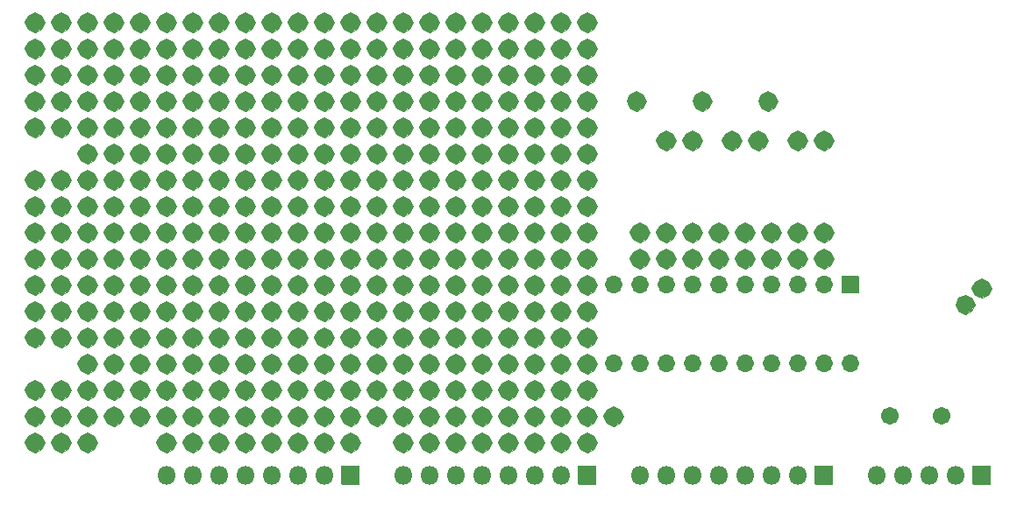
<source format=gbr>
G04 #@! TF.GenerationSoftware,KiCad,Pcbnew,(5.1.8)-1*
G04 #@! TF.CreationDate,2022-02-21T20:22:27+03:00*
G04 #@! TF.ProjectId,template-b,74656d70-6c61-4746-952d-622e6b696361,rev?*
G04 #@! TF.SameCoordinates,Original*
G04 #@! TF.FileFunction,Soldermask,Top*
G04 #@! TF.FilePolarity,Negative*
%FSLAX46Y46*%
G04 Gerber Fmt 4.6, Leading zero omitted, Abs format (unit mm)*
G04 Created by KiCad (PCBNEW (5.1.8)-1) date 2022-02-21 20:22:27*
%MOMM*%
%LPD*%
G01*
G04 APERTURE LIST*
%ADD10C,0.100000*%
%ADD11O,1.802000X1.802000*%
%ADD12C,1.702000*%
%ADD13O,1.702000X1.702000*%
G04 APERTURE END LIST*
D10*
G36*
X81915000Y-57785000D02*
G01*
X82232500Y-58420000D01*
X81915000Y-59055000D01*
X81280000Y-59372500D01*
X80645000Y-59055000D01*
X80327500Y-58420000D01*
X80645000Y-57785000D01*
X81280000Y-57467500D01*
X81915000Y-57785000D01*
G37*
X81915000Y-57785000D02*
X82232500Y-58420000D01*
X81915000Y-59055000D01*
X81280000Y-59372500D01*
X80645000Y-59055000D01*
X80327500Y-58420000D01*
X80645000Y-57785000D01*
X81280000Y-57467500D01*
X81915000Y-57785000D01*
G36*
X102235000Y-42545000D02*
G01*
X102552500Y-43180000D01*
X102235000Y-43815000D01*
X101600000Y-44132500D01*
X100965000Y-43815000D01*
X100647500Y-43180000D01*
X100965000Y-42545000D01*
X101600000Y-42227500D01*
X102235000Y-42545000D01*
G37*
X102235000Y-42545000D02*
X102552500Y-43180000D01*
X102235000Y-43815000D01*
X101600000Y-44132500D01*
X100965000Y-43815000D01*
X100647500Y-43180000D01*
X100965000Y-42545000D01*
X101600000Y-42227500D01*
X102235000Y-42545000D01*
G36*
X102235000Y-40005000D02*
G01*
X102552500Y-40640000D01*
X102235000Y-41275000D01*
X101600000Y-41592500D01*
X100965000Y-41275000D01*
X100647500Y-40640000D01*
X100965000Y-40005000D01*
X101600000Y-39687500D01*
X102235000Y-40005000D01*
G37*
X102235000Y-40005000D02*
X102552500Y-40640000D01*
X102235000Y-41275000D01*
X101600000Y-41592500D01*
X100965000Y-41275000D01*
X100647500Y-40640000D01*
X100965000Y-40005000D01*
X101600000Y-39687500D01*
X102235000Y-40005000D01*
G36*
X99695000Y-42545000D02*
G01*
X100012500Y-43180000D01*
X99695000Y-43815000D01*
X99060000Y-44132500D01*
X98425000Y-43815000D01*
X98107500Y-43180000D01*
X98425000Y-42545000D01*
X99060000Y-42227500D01*
X99695000Y-42545000D01*
G37*
X99695000Y-42545000D02*
X100012500Y-43180000D01*
X99695000Y-43815000D01*
X99060000Y-44132500D01*
X98425000Y-43815000D01*
X98107500Y-43180000D01*
X98425000Y-42545000D01*
X99060000Y-42227500D01*
X99695000Y-42545000D01*
G36*
X99695000Y-40005000D02*
G01*
X100012500Y-40640000D01*
X99695000Y-41275000D01*
X99060000Y-41592500D01*
X98425000Y-41275000D01*
X98107500Y-40640000D01*
X98425000Y-40005000D01*
X99060000Y-39687500D01*
X99695000Y-40005000D01*
G37*
X99695000Y-40005000D02*
X100012500Y-40640000D01*
X99695000Y-41275000D01*
X99060000Y-41592500D01*
X98425000Y-41275000D01*
X98107500Y-40640000D01*
X98425000Y-40005000D01*
X99060000Y-39687500D01*
X99695000Y-40005000D01*
G36*
X97155000Y-42545000D02*
G01*
X97472500Y-43180000D01*
X97155000Y-43815000D01*
X96520000Y-44132500D01*
X95885000Y-43815000D01*
X95567500Y-43180000D01*
X95885000Y-42545000D01*
X96520000Y-42227500D01*
X97155000Y-42545000D01*
G37*
X97155000Y-42545000D02*
X97472500Y-43180000D01*
X97155000Y-43815000D01*
X96520000Y-44132500D01*
X95885000Y-43815000D01*
X95567500Y-43180000D01*
X95885000Y-42545000D01*
X96520000Y-42227500D01*
X97155000Y-42545000D01*
G36*
X97155000Y-40005000D02*
G01*
X97472500Y-40640000D01*
X97155000Y-41275000D01*
X96520000Y-41592500D01*
X95885000Y-41275000D01*
X95567500Y-40640000D01*
X95885000Y-40005000D01*
X96520000Y-39687500D01*
X97155000Y-40005000D01*
G37*
X97155000Y-40005000D02*
X97472500Y-40640000D01*
X97155000Y-41275000D01*
X96520000Y-41592500D01*
X95885000Y-41275000D01*
X95567500Y-40640000D01*
X95885000Y-40005000D01*
X96520000Y-39687500D01*
X97155000Y-40005000D01*
G36*
X94615000Y-42545000D02*
G01*
X94932500Y-43180000D01*
X94615000Y-43815000D01*
X93980000Y-44132500D01*
X93345000Y-43815000D01*
X93027500Y-43180000D01*
X93345000Y-42545000D01*
X93980000Y-42227500D01*
X94615000Y-42545000D01*
G37*
X94615000Y-42545000D02*
X94932500Y-43180000D01*
X94615000Y-43815000D01*
X93980000Y-44132500D01*
X93345000Y-43815000D01*
X93027500Y-43180000D01*
X93345000Y-42545000D01*
X93980000Y-42227500D01*
X94615000Y-42545000D01*
G36*
X94615000Y-40005000D02*
G01*
X94932500Y-40640000D01*
X94615000Y-41275000D01*
X93980000Y-41592500D01*
X93345000Y-41275000D01*
X93027500Y-40640000D01*
X93345000Y-40005000D01*
X93980000Y-39687500D01*
X94615000Y-40005000D01*
G37*
X94615000Y-40005000D02*
X94932500Y-40640000D01*
X94615000Y-41275000D01*
X93980000Y-41592500D01*
X93345000Y-41275000D01*
X93027500Y-40640000D01*
X93345000Y-40005000D01*
X93980000Y-39687500D01*
X94615000Y-40005000D01*
G36*
X92075000Y-42545000D02*
G01*
X92392500Y-43180000D01*
X92075000Y-43815000D01*
X91440000Y-44132500D01*
X90805000Y-43815000D01*
X90487500Y-43180000D01*
X90805000Y-42545000D01*
X91440000Y-42227500D01*
X92075000Y-42545000D01*
G37*
X92075000Y-42545000D02*
X92392500Y-43180000D01*
X92075000Y-43815000D01*
X91440000Y-44132500D01*
X90805000Y-43815000D01*
X90487500Y-43180000D01*
X90805000Y-42545000D01*
X91440000Y-42227500D01*
X92075000Y-42545000D01*
G36*
X92075000Y-40005000D02*
G01*
X92392500Y-40640000D01*
X92075000Y-41275000D01*
X91440000Y-41592500D01*
X90805000Y-41275000D01*
X90487500Y-40640000D01*
X90805000Y-40005000D01*
X91440000Y-39687500D01*
X92075000Y-40005000D01*
G37*
X92075000Y-40005000D02*
X92392500Y-40640000D01*
X92075000Y-41275000D01*
X91440000Y-41592500D01*
X90805000Y-41275000D01*
X90487500Y-40640000D01*
X90805000Y-40005000D01*
X91440000Y-39687500D01*
X92075000Y-40005000D01*
G36*
X89535000Y-42545000D02*
G01*
X89852500Y-43180000D01*
X89535000Y-43815000D01*
X88900000Y-44132500D01*
X88265000Y-43815000D01*
X87947500Y-43180000D01*
X88265000Y-42545000D01*
X88900000Y-42227500D01*
X89535000Y-42545000D01*
G37*
X89535000Y-42545000D02*
X89852500Y-43180000D01*
X89535000Y-43815000D01*
X88900000Y-44132500D01*
X88265000Y-43815000D01*
X87947500Y-43180000D01*
X88265000Y-42545000D01*
X88900000Y-42227500D01*
X89535000Y-42545000D01*
G36*
X89535000Y-40005000D02*
G01*
X89852500Y-40640000D01*
X89535000Y-41275000D01*
X88900000Y-41592500D01*
X88265000Y-41275000D01*
X87947500Y-40640000D01*
X88265000Y-40005000D01*
X88900000Y-39687500D01*
X89535000Y-40005000D01*
G37*
X89535000Y-40005000D02*
X89852500Y-40640000D01*
X89535000Y-41275000D01*
X88900000Y-41592500D01*
X88265000Y-41275000D01*
X87947500Y-40640000D01*
X88265000Y-40005000D01*
X88900000Y-39687500D01*
X89535000Y-40005000D01*
G36*
X86995000Y-42545000D02*
G01*
X87312500Y-43180000D01*
X86995000Y-43815000D01*
X86360000Y-44132500D01*
X85725000Y-43815000D01*
X85407500Y-43180000D01*
X85725000Y-42545000D01*
X86360000Y-42227500D01*
X86995000Y-42545000D01*
G37*
X86995000Y-42545000D02*
X87312500Y-43180000D01*
X86995000Y-43815000D01*
X86360000Y-44132500D01*
X85725000Y-43815000D01*
X85407500Y-43180000D01*
X85725000Y-42545000D01*
X86360000Y-42227500D01*
X86995000Y-42545000D01*
G36*
X86995000Y-40005000D02*
G01*
X87312500Y-40640000D01*
X86995000Y-41275000D01*
X86360000Y-41592500D01*
X85725000Y-41275000D01*
X85407500Y-40640000D01*
X85725000Y-40005000D01*
X86360000Y-39687500D01*
X86995000Y-40005000D01*
G37*
X86995000Y-40005000D02*
X87312500Y-40640000D01*
X86995000Y-41275000D01*
X86360000Y-41592500D01*
X85725000Y-41275000D01*
X85407500Y-40640000D01*
X85725000Y-40005000D01*
X86360000Y-39687500D01*
X86995000Y-40005000D01*
G36*
X84455000Y-42545000D02*
G01*
X84772500Y-43180000D01*
X84455000Y-43815000D01*
X83820000Y-44132500D01*
X83185000Y-43815000D01*
X82867500Y-43180000D01*
X83185000Y-42545000D01*
X83820000Y-42227500D01*
X84455000Y-42545000D01*
G37*
X84455000Y-42545000D02*
X84772500Y-43180000D01*
X84455000Y-43815000D01*
X83820000Y-44132500D01*
X83185000Y-43815000D01*
X82867500Y-43180000D01*
X83185000Y-42545000D01*
X83820000Y-42227500D01*
X84455000Y-42545000D01*
G36*
X84455000Y-40005000D02*
G01*
X84772500Y-40640000D01*
X84455000Y-41275000D01*
X83820000Y-41592500D01*
X83185000Y-41275000D01*
X82867500Y-40640000D01*
X83185000Y-40005000D01*
X83820000Y-39687500D01*
X84455000Y-40005000D01*
G37*
X84455000Y-40005000D02*
X84772500Y-40640000D01*
X84455000Y-41275000D01*
X83820000Y-41592500D01*
X83185000Y-41275000D01*
X82867500Y-40640000D01*
X83185000Y-40005000D01*
X83820000Y-39687500D01*
X84455000Y-40005000D01*
G36*
X38735000Y-19685000D02*
G01*
X39052500Y-20320000D01*
X38735000Y-20955000D01*
X38100000Y-21272500D01*
X37465000Y-20955000D01*
X37147500Y-20320000D01*
X37465000Y-19685000D01*
X38100000Y-19367500D01*
X38735000Y-19685000D01*
G37*
X38735000Y-19685000D02*
X39052500Y-20320000D01*
X38735000Y-20955000D01*
X38100000Y-21272500D01*
X37465000Y-20955000D01*
X37147500Y-20320000D01*
X37465000Y-19685000D01*
X38100000Y-19367500D01*
X38735000Y-19685000D01*
G36*
X36195000Y-19685000D02*
G01*
X36512500Y-20320000D01*
X36195000Y-20955000D01*
X35560000Y-21272500D01*
X34925000Y-20955000D01*
X34607500Y-20320000D01*
X34925000Y-19685000D01*
X35560000Y-19367500D01*
X36195000Y-19685000D01*
G37*
X36195000Y-19685000D02*
X36512500Y-20320000D01*
X36195000Y-20955000D01*
X35560000Y-21272500D01*
X34925000Y-20955000D01*
X34607500Y-20320000D01*
X34925000Y-19685000D01*
X35560000Y-19367500D01*
X36195000Y-19685000D01*
G36*
X33655000Y-19685000D02*
G01*
X33972500Y-20320000D01*
X33655000Y-20955000D01*
X33020000Y-21272500D01*
X32385000Y-20955000D01*
X32067500Y-20320000D01*
X32385000Y-19685000D01*
X33020000Y-19367500D01*
X33655000Y-19685000D01*
G37*
X33655000Y-19685000D02*
X33972500Y-20320000D01*
X33655000Y-20955000D01*
X33020000Y-21272500D01*
X32385000Y-20955000D01*
X32067500Y-20320000D01*
X32385000Y-19685000D01*
X33020000Y-19367500D01*
X33655000Y-19685000D01*
G36*
X41275000Y-29845000D02*
G01*
X41592500Y-30480000D01*
X41275000Y-31115000D01*
X40640000Y-31432500D01*
X40005000Y-31115000D01*
X39687500Y-30480000D01*
X40005000Y-29845000D01*
X40640000Y-29527500D01*
X41275000Y-29845000D01*
G37*
X41275000Y-29845000D02*
X41592500Y-30480000D01*
X41275000Y-31115000D01*
X40640000Y-31432500D01*
X40005000Y-31115000D01*
X39687500Y-30480000D01*
X40005000Y-29845000D01*
X40640000Y-29527500D01*
X41275000Y-29845000D01*
G36*
X43815000Y-29845000D02*
G01*
X44132500Y-30480000D01*
X43815000Y-31115000D01*
X43180000Y-31432500D01*
X42545000Y-31115000D01*
X42227500Y-30480000D01*
X42545000Y-29845000D01*
X43180000Y-29527500D01*
X43815000Y-29845000D01*
G37*
X43815000Y-29845000D02*
X44132500Y-30480000D01*
X43815000Y-31115000D01*
X43180000Y-31432500D01*
X42545000Y-31115000D01*
X42227500Y-30480000D01*
X42545000Y-29845000D01*
X43180000Y-29527500D01*
X43815000Y-29845000D01*
G36*
X46355000Y-29845000D02*
G01*
X46672500Y-30480000D01*
X46355000Y-31115000D01*
X45720000Y-31432500D01*
X45085000Y-31115000D01*
X44767500Y-30480000D01*
X45085000Y-29845000D01*
X45720000Y-29527500D01*
X46355000Y-29845000D01*
G37*
X46355000Y-29845000D02*
X46672500Y-30480000D01*
X46355000Y-31115000D01*
X45720000Y-31432500D01*
X45085000Y-31115000D01*
X44767500Y-30480000D01*
X45085000Y-29845000D01*
X45720000Y-29527500D01*
X46355000Y-29845000D01*
G36*
X48895000Y-29845000D02*
G01*
X49212500Y-30480000D01*
X48895000Y-31115000D01*
X48260000Y-31432500D01*
X47625000Y-31115000D01*
X47307500Y-30480000D01*
X47625000Y-29845000D01*
X48260000Y-29527500D01*
X48895000Y-29845000D01*
G37*
X48895000Y-29845000D02*
X49212500Y-30480000D01*
X48895000Y-31115000D01*
X48260000Y-31432500D01*
X47625000Y-31115000D01*
X47307500Y-30480000D01*
X47625000Y-29845000D01*
X48260000Y-29527500D01*
X48895000Y-29845000D01*
G36*
X41275000Y-32385000D02*
G01*
X41592500Y-33020000D01*
X41275000Y-33655000D01*
X40640000Y-33972500D01*
X40005000Y-33655000D01*
X39687500Y-33020000D01*
X40005000Y-32385000D01*
X40640000Y-32067500D01*
X41275000Y-32385000D01*
G37*
X41275000Y-32385000D02*
X41592500Y-33020000D01*
X41275000Y-33655000D01*
X40640000Y-33972500D01*
X40005000Y-33655000D01*
X39687500Y-33020000D01*
X40005000Y-32385000D01*
X40640000Y-32067500D01*
X41275000Y-32385000D01*
G36*
X43815000Y-32385000D02*
G01*
X44132500Y-33020000D01*
X43815000Y-33655000D01*
X43180000Y-33972500D01*
X42545000Y-33655000D01*
X42227500Y-33020000D01*
X42545000Y-32385000D01*
X43180000Y-32067500D01*
X43815000Y-32385000D01*
G37*
X43815000Y-32385000D02*
X44132500Y-33020000D01*
X43815000Y-33655000D01*
X43180000Y-33972500D01*
X42545000Y-33655000D01*
X42227500Y-33020000D01*
X42545000Y-32385000D01*
X43180000Y-32067500D01*
X43815000Y-32385000D01*
G36*
X46355000Y-32385000D02*
G01*
X46672500Y-33020000D01*
X46355000Y-33655000D01*
X45720000Y-33972500D01*
X45085000Y-33655000D01*
X44767500Y-33020000D01*
X45085000Y-32385000D01*
X45720000Y-32067500D01*
X46355000Y-32385000D01*
G37*
X46355000Y-32385000D02*
X46672500Y-33020000D01*
X46355000Y-33655000D01*
X45720000Y-33972500D01*
X45085000Y-33655000D01*
X44767500Y-33020000D01*
X45085000Y-32385000D01*
X45720000Y-32067500D01*
X46355000Y-32385000D01*
G36*
X48895000Y-32385000D02*
G01*
X49212500Y-33020000D01*
X48895000Y-33655000D01*
X48260000Y-33972500D01*
X47625000Y-33655000D01*
X47307500Y-33020000D01*
X47625000Y-32385000D01*
X48260000Y-32067500D01*
X48895000Y-32385000D01*
G37*
X48895000Y-32385000D02*
X49212500Y-33020000D01*
X48895000Y-33655000D01*
X48260000Y-33972500D01*
X47625000Y-33655000D01*
X47307500Y-33020000D01*
X47625000Y-32385000D01*
X48260000Y-32067500D01*
X48895000Y-32385000D01*
G36*
X31115000Y-34925000D02*
G01*
X31432500Y-35560000D01*
X31115000Y-36195000D01*
X30480000Y-36512500D01*
X29845000Y-36195000D01*
X29527500Y-35560000D01*
X29845000Y-34925000D01*
X30480000Y-34607500D01*
X31115000Y-34925000D01*
G37*
X31115000Y-34925000D02*
X31432500Y-35560000D01*
X31115000Y-36195000D01*
X30480000Y-36512500D01*
X29845000Y-36195000D01*
X29527500Y-35560000D01*
X29845000Y-34925000D01*
X30480000Y-34607500D01*
X31115000Y-34925000D01*
G36*
X33655000Y-34925000D02*
G01*
X33972500Y-35560000D01*
X33655000Y-36195000D01*
X33020000Y-36512500D01*
X32385000Y-36195000D01*
X32067500Y-35560000D01*
X32385000Y-34925000D01*
X33020000Y-34607500D01*
X33655000Y-34925000D01*
G37*
X33655000Y-34925000D02*
X33972500Y-35560000D01*
X33655000Y-36195000D01*
X33020000Y-36512500D01*
X32385000Y-36195000D01*
X32067500Y-35560000D01*
X32385000Y-34925000D01*
X33020000Y-34607500D01*
X33655000Y-34925000D01*
G36*
X36195000Y-34925000D02*
G01*
X36512500Y-35560000D01*
X36195000Y-36195000D01*
X35560000Y-36512500D01*
X34925000Y-36195000D01*
X34607500Y-35560000D01*
X34925000Y-34925000D01*
X35560000Y-34607500D01*
X36195000Y-34925000D01*
G37*
X36195000Y-34925000D02*
X36512500Y-35560000D01*
X36195000Y-36195000D01*
X35560000Y-36512500D01*
X34925000Y-36195000D01*
X34607500Y-35560000D01*
X34925000Y-34925000D01*
X35560000Y-34607500D01*
X36195000Y-34925000D01*
G36*
X38735000Y-34925000D02*
G01*
X39052500Y-35560000D01*
X38735000Y-36195000D01*
X38100000Y-36512500D01*
X37465000Y-36195000D01*
X37147500Y-35560000D01*
X37465000Y-34925000D01*
X38100000Y-34607500D01*
X38735000Y-34925000D01*
G37*
X38735000Y-34925000D02*
X39052500Y-35560000D01*
X38735000Y-36195000D01*
X38100000Y-36512500D01*
X37465000Y-36195000D01*
X37147500Y-35560000D01*
X37465000Y-34925000D01*
X38100000Y-34607500D01*
X38735000Y-34925000D01*
G36*
X31115000Y-32385000D02*
G01*
X31432500Y-33020000D01*
X31115000Y-33655000D01*
X30480000Y-33972500D01*
X29845000Y-33655000D01*
X29527500Y-33020000D01*
X29845000Y-32385000D01*
X30480000Y-32067500D01*
X31115000Y-32385000D01*
G37*
X31115000Y-32385000D02*
X31432500Y-33020000D01*
X31115000Y-33655000D01*
X30480000Y-33972500D01*
X29845000Y-33655000D01*
X29527500Y-33020000D01*
X29845000Y-32385000D01*
X30480000Y-32067500D01*
X31115000Y-32385000D01*
G36*
X33655000Y-32385000D02*
G01*
X33972500Y-33020000D01*
X33655000Y-33655000D01*
X33020000Y-33972500D01*
X32385000Y-33655000D01*
X32067500Y-33020000D01*
X32385000Y-32385000D01*
X33020000Y-32067500D01*
X33655000Y-32385000D01*
G37*
X33655000Y-32385000D02*
X33972500Y-33020000D01*
X33655000Y-33655000D01*
X33020000Y-33972500D01*
X32385000Y-33655000D01*
X32067500Y-33020000D01*
X32385000Y-32385000D01*
X33020000Y-32067500D01*
X33655000Y-32385000D01*
G36*
X36195000Y-32385000D02*
G01*
X36512500Y-33020000D01*
X36195000Y-33655000D01*
X35560000Y-33972500D01*
X34925000Y-33655000D01*
X34607500Y-33020000D01*
X34925000Y-32385000D01*
X35560000Y-32067500D01*
X36195000Y-32385000D01*
G37*
X36195000Y-32385000D02*
X36512500Y-33020000D01*
X36195000Y-33655000D01*
X35560000Y-33972500D01*
X34925000Y-33655000D01*
X34607500Y-33020000D01*
X34925000Y-32385000D01*
X35560000Y-32067500D01*
X36195000Y-32385000D01*
G36*
X38735000Y-32385000D02*
G01*
X39052500Y-33020000D01*
X38735000Y-33655000D01*
X38100000Y-33972500D01*
X37465000Y-33655000D01*
X37147500Y-33020000D01*
X37465000Y-32385000D01*
X38100000Y-32067500D01*
X38735000Y-32385000D01*
G37*
X38735000Y-32385000D02*
X39052500Y-33020000D01*
X38735000Y-33655000D01*
X38100000Y-33972500D01*
X37465000Y-33655000D01*
X37147500Y-33020000D01*
X37465000Y-32385000D01*
X38100000Y-32067500D01*
X38735000Y-32385000D01*
G36*
X31115000Y-29845000D02*
G01*
X31432500Y-30480000D01*
X31115000Y-31115000D01*
X30480000Y-31432500D01*
X29845000Y-31115000D01*
X29527500Y-30480000D01*
X29845000Y-29845000D01*
X30480000Y-29527500D01*
X31115000Y-29845000D01*
G37*
X31115000Y-29845000D02*
X31432500Y-30480000D01*
X31115000Y-31115000D01*
X30480000Y-31432500D01*
X29845000Y-31115000D01*
X29527500Y-30480000D01*
X29845000Y-29845000D01*
X30480000Y-29527500D01*
X31115000Y-29845000D01*
G36*
X33655000Y-29845000D02*
G01*
X33972500Y-30480000D01*
X33655000Y-31115000D01*
X33020000Y-31432500D01*
X32385000Y-31115000D01*
X32067500Y-30480000D01*
X32385000Y-29845000D01*
X33020000Y-29527500D01*
X33655000Y-29845000D01*
G37*
X33655000Y-29845000D02*
X33972500Y-30480000D01*
X33655000Y-31115000D01*
X33020000Y-31432500D01*
X32385000Y-31115000D01*
X32067500Y-30480000D01*
X32385000Y-29845000D01*
X33020000Y-29527500D01*
X33655000Y-29845000D01*
G36*
X36195000Y-29845000D02*
G01*
X36512500Y-30480000D01*
X36195000Y-31115000D01*
X35560000Y-31432500D01*
X34925000Y-31115000D01*
X34607500Y-30480000D01*
X34925000Y-29845000D01*
X35560000Y-29527500D01*
X36195000Y-29845000D01*
G37*
X36195000Y-29845000D02*
X36512500Y-30480000D01*
X36195000Y-31115000D01*
X35560000Y-31432500D01*
X34925000Y-31115000D01*
X34607500Y-30480000D01*
X34925000Y-29845000D01*
X35560000Y-29527500D01*
X36195000Y-29845000D01*
G36*
X38735000Y-29845000D02*
G01*
X39052500Y-30480000D01*
X38735000Y-31115000D01*
X38100000Y-31432500D01*
X37465000Y-31115000D01*
X37147500Y-30480000D01*
X37465000Y-29845000D01*
X38100000Y-29527500D01*
X38735000Y-29845000D01*
G37*
X38735000Y-29845000D02*
X39052500Y-30480000D01*
X38735000Y-31115000D01*
X38100000Y-31432500D01*
X37465000Y-31115000D01*
X37147500Y-30480000D01*
X37465000Y-29845000D01*
X38100000Y-29527500D01*
X38735000Y-29845000D01*
G36*
X41275000Y-27305000D02*
G01*
X41592500Y-27940000D01*
X41275000Y-28575000D01*
X40640000Y-28892500D01*
X40005000Y-28575000D01*
X39687500Y-27940000D01*
X40005000Y-27305000D01*
X40640000Y-26987500D01*
X41275000Y-27305000D01*
G37*
X41275000Y-27305000D02*
X41592500Y-27940000D01*
X41275000Y-28575000D01*
X40640000Y-28892500D01*
X40005000Y-28575000D01*
X39687500Y-27940000D01*
X40005000Y-27305000D01*
X40640000Y-26987500D01*
X41275000Y-27305000D01*
G36*
X43815000Y-27305000D02*
G01*
X44132500Y-27940000D01*
X43815000Y-28575000D01*
X43180000Y-28892500D01*
X42545000Y-28575000D01*
X42227500Y-27940000D01*
X42545000Y-27305000D01*
X43180000Y-26987500D01*
X43815000Y-27305000D01*
G37*
X43815000Y-27305000D02*
X44132500Y-27940000D01*
X43815000Y-28575000D01*
X43180000Y-28892500D01*
X42545000Y-28575000D01*
X42227500Y-27940000D01*
X42545000Y-27305000D01*
X43180000Y-26987500D01*
X43815000Y-27305000D01*
G36*
X46355000Y-27305000D02*
G01*
X46672500Y-27940000D01*
X46355000Y-28575000D01*
X45720000Y-28892500D01*
X45085000Y-28575000D01*
X44767500Y-27940000D01*
X45085000Y-27305000D01*
X45720000Y-26987500D01*
X46355000Y-27305000D01*
G37*
X46355000Y-27305000D02*
X46672500Y-27940000D01*
X46355000Y-28575000D01*
X45720000Y-28892500D01*
X45085000Y-28575000D01*
X44767500Y-27940000D01*
X45085000Y-27305000D01*
X45720000Y-26987500D01*
X46355000Y-27305000D01*
G36*
X48895000Y-27305000D02*
G01*
X49212500Y-27940000D01*
X48895000Y-28575000D01*
X48260000Y-28892500D01*
X47625000Y-28575000D01*
X47307500Y-27940000D01*
X47625000Y-27305000D01*
X48260000Y-26987500D01*
X48895000Y-27305000D01*
G37*
X48895000Y-27305000D02*
X49212500Y-27940000D01*
X48895000Y-28575000D01*
X48260000Y-28892500D01*
X47625000Y-28575000D01*
X47307500Y-27940000D01*
X47625000Y-27305000D01*
X48260000Y-26987500D01*
X48895000Y-27305000D01*
G36*
X31115000Y-27305000D02*
G01*
X31432500Y-27940000D01*
X31115000Y-28575000D01*
X30480000Y-28892500D01*
X29845000Y-28575000D01*
X29527500Y-27940000D01*
X29845000Y-27305000D01*
X30480000Y-26987500D01*
X31115000Y-27305000D01*
G37*
X31115000Y-27305000D02*
X31432500Y-27940000D01*
X31115000Y-28575000D01*
X30480000Y-28892500D01*
X29845000Y-28575000D01*
X29527500Y-27940000D01*
X29845000Y-27305000D01*
X30480000Y-26987500D01*
X31115000Y-27305000D01*
G36*
X33655000Y-27305000D02*
G01*
X33972500Y-27940000D01*
X33655000Y-28575000D01*
X33020000Y-28892500D01*
X32385000Y-28575000D01*
X32067500Y-27940000D01*
X32385000Y-27305000D01*
X33020000Y-26987500D01*
X33655000Y-27305000D01*
G37*
X33655000Y-27305000D02*
X33972500Y-27940000D01*
X33655000Y-28575000D01*
X33020000Y-28892500D01*
X32385000Y-28575000D01*
X32067500Y-27940000D01*
X32385000Y-27305000D01*
X33020000Y-26987500D01*
X33655000Y-27305000D01*
G36*
X36195000Y-27305000D02*
G01*
X36512500Y-27940000D01*
X36195000Y-28575000D01*
X35560000Y-28892500D01*
X34925000Y-28575000D01*
X34607500Y-27940000D01*
X34925000Y-27305000D01*
X35560000Y-26987500D01*
X36195000Y-27305000D01*
G37*
X36195000Y-27305000D02*
X36512500Y-27940000D01*
X36195000Y-28575000D01*
X35560000Y-28892500D01*
X34925000Y-28575000D01*
X34607500Y-27940000D01*
X34925000Y-27305000D01*
X35560000Y-26987500D01*
X36195000Y-27305000D01*
G36*
X38735000Y-27305000D02*
G01*
X39052500Y-27940000D01*
X38735000Y-28575000D01*
X38100000Y-28892500D01*
X37465000Y-28575000D01*
X37147500Y-27940000D01*
X37465000Y-27305000D01*
X38100000Y-26987500D01*
X38735000Y-27305000D01*
G37*
X38735000Y-27305000D02*
X39052500Y-27940000D01*
X38735000Y-28575000D01*
X38100000Y-28892500D01*
X37465000Y-28575000D01*
X37147500Y-27940000D01*
X37465000Y-27305000D01*
X38100000Y-26987500D01*
X38735000Y-27305000D01*
G36*
X41275000Y-24765000D02*
G01*
X41592500Y-25400000D01*
X41275000Y-26035000D01*
X40640000Y-26352500D01*
X40005000Y-26035000D01*
X39687500Y-25400000D01*
X40005000Y-24765000D01*
X40640000Y-24447500D01*
X41275000Y-24765000D01*
G37*
X41275000Y-24765000D02*
X41592500Y-25400000D01*
X41275000Y-26035000D01*
X40640000Y-26352500D01*
X40005000Y-26035000D01*
X39687500Y-25400000D01*
X40005000Y-24765000D01*
X40640000Y-24447500D01*
X41275000Y-24765000D01*
G36*
X43815000Y-24765000D02*
G01*
X44132500Y-25400000D01*
X43815000Y-26035000D01*
X43180000Y-26352500D01*
X42545000Y-26035000D01*
X42227500Y-25400000D01*
X42545000Y-24765000D01*
X43180000Y-24447500D01*
X43815000Y-24765000D01*
G37*
X43815000Y-24765000D02*
X44132500Y-25400000D01*
X43815000Y-26035000D01*
X43180000Y-26352500D01*
X42545000Y-26035000D01*
X42227500Y-25400000D01*
X42545000Y-24765000D01*
X43180000Y-24447500D01*
X43815000Y-24765000D01*
G36*
X46355000Y-24765000D02*
G01*
X46672500Y-25400000D01*
X46355000Y-26035000D01*
X45720000Y-26352500D01*
X45085000Y-26035000D01*
X44767500Y-25400000D01*
X45085000Y-24765000D01*
X45720000Y-24447500D01*
X46355000Y-24765000D01*
G37*
X46355000Y-24765000D02*
X46672500Y-25400000D01*
X46355000Y-26035000D01*
X45720000Y-26352500D01*
X45085000Y-26035000D01*
X44767500Y-25400000D01*
X45085000Y-24765000D01*
X45720000Y-24447500D01*
X46355000Y-24765000D01*
G36*
X48895000Y-24765000D02*
G01*
X49212500Y-25400000D01*
X48895000Y-26035000D01*
X48260000Y-26352500D01*
X47625000Y-26035000D01*
X47307500Y-25400000D01*
X47625000Y-24765000D01*
X48260000Y-24447500D01*
X48895000Y-24765000D01*
G37*
X48895000Y-24765000D02*
X49212500Y-25400000D01*
X48895000Y-26035000D01*
X48260000Y-26352500D01*
X47625000Y-26035000D01*
X47307500Y-25400000D01*
X47625000Y-24765000D01*
X48260000Y-24447500D01*
X48895000Y-24765000D01*
G36*
X31115000Y-24765000D02*
G01*
X31432500Y-25400000D01*
X31115000Y-26035000D01*
X30480000Y-26352500D01*
X29845000Y-26035000D01*
X29527500Y-25400000D01*
X29845000Y-24765000D01*
X30480000Y-24447500D01*
X31115000Y-24765000D01*
G37*
X31115000Y-24765000D02*
X31432500Y-25400000D01*
X31115000Y-26035000D01*
X30480000Y-26352500D01*
X29845000Y-26035000D01*
X29527500Y-25400000D01*
X29845000Y-24765000D01*
X30480000Y-24447500D01*
X31115000Y-24765000D01*
G36*
X33655000Y-24765000D02*
G01*
X33972500Y-25400000D01*
X33655000Y-26035000D01*
X33020000Y-26352500D01*
X32385000Y-26035000D01*
X32067500Y-25400000D01*
X32385000Y-24765000D01*
X33020000Y-24447500D01*
X33655000Y-24765000D01*
G37*
X33655000Y-24765000D02*
X33972500Y-25400000D01*
X33655000Y-26035000D01*
X33020000Y-26352500D01*
X32385000Y-26035000D01*
X32067500Y-25400000D01*
X32385000Y-24765000D01*
X33020000Y-24447500D01*
X33655000Y-24765000D01*
G36*
X36195000Y-24765000D02*
G01*
X36512500Y-25400000D01*
X36195000Y-26035000D01*
X35560000Y-26352500D01*
X34925000Y-26035000D01*
X34607500Y-25400000D01*
X34925000Y-24765000D01*
X35560000Y-24447500D01*
X36195000Y-24765000D01*
G37*
X36195000Y-24765000D02*
X36512500Y-25400000D01*
X36195000Y-26035000D01*
X35560000Y-26352500D01*
X34925000Y-26035000D01*
X34607500Y-25400000D01*
X34925000Y-24765000D01*
X35560000Y-24447500D01*
X36195000Y-24765000D01*
G36*
X38735000Y-24765000D02*
G01*
X39052500Y-25400000D01*
X38735000Y-26035000D01*
X38100000Y-26352500D01*
X37465000Y-26035000D01*
X37147500Y-25400000D01*
X37465000Y-24765000D01*
X38100000Y-24447500D01*
X38735000Y-24765000D01*
G37*
X38735000Y-24765000D02*
X39052500Y-25400000D01*
X38735000Y-26035000D01*
X38100000Y-26352500D01*
X37465000Y-26035000D01*
X37147500Y-25400000D01*
X37465000Y-24765000D01*
X38100000Y-24447500D01*
X38735000Y-24765000D01*
G36*
X41275000Y-22225000D02*
G01*
X41592500Y-22860000D01*
X41275000Y-23495000D01*
X40640000Y-23812500D01*
X40005000Y-23495000D01*
X39687500Y-22860000D01*
X40005000Y-22225000D01*
X40640000Y-21907500D01*
X41275000Y-22225000D01*
G37*
X41275000Y-22225000D02*
X41592500Y-22860000D01*
X41275000Y-23495000D01*
X40640000Y-23812500D01*
X40005000Y-23495000D01*
X39687500Y-22860000D01*
X40005000Y-22225000D01*
X40640000Y-21907500D01*
X41275000Y-22225000D01*
G36*
X43815000Y-22225000D02*
G01*
X44132500Y-22860000D01*
X43815000Y-23495000D01*
X43180000Y-23812500D01*
X42545000Y-23495000D01*
X42227500Y-22860000D01*
X42545000Y-22225000D01*
X43180000Y-21907500D01*
X43815000Y-22225000D01*
G37*
X43815000Y-22225000D02*
X44132500Y-22860000D01*
X43815000Y-23495000D01*
X43180000Y-23812500D01*
X42545000Y-23495000D01*
X42227500Y-22860000D01*
X42545000Y-22225000D01*
X43180000Y-21907500D01*
X43815000Y-22225000D01*
G36*
X46355000Y-22225000D02*
G01*
X46672500Y-22860000D01*
X46355000Y-23495000D01*
X45720000Y-23812500D01*
X45085000Y-23495000D01*
X44767500Y-22860000D01*
X45085000Y-22225000D01*
X45720000Y-21907500D01*
X46355000Y-22225000D01*
G37*
X46355000Y-22225000D02*
X46672500Y-22860000D01*
X46355000Y-23495000D01*
X45720000Y-23812500D01*
X45085000Y-23495000D01*
X44767500Y-22860000D01*
X45085000Y-22225000D01*
X45720000Y-21907500D01*
X46355000Y-22225000D01*
G36*
X48895000Y-22225000D02*
G01*
X49212500Y-22860000D01*
X48895000Y-23495000D01*
X48260000Y-23812500D01*
X47625000Y-23495000D01*
X47307500Y-22860000D01*
X47625000Y-22225000D01*
X48260000Y-21907500D01*
X48895000Y-22225000D01*
G37*
X48895000Y-22225000D02*
X49212500Y-22860000D01*
X48895000Y-23495000D01*
X48260000Y-23812500D01*
X47625000Y-23495000D01*
X47307500Y-22860000D01*
X47625000Y-22225000D01*
X48260000Y-21907500D01*
X48895000Y-22225000D01*
G36*
X31115000Y-22225000D02*
G01*
X31432500Y-22860000D01*
X31115000Y-23495000D01*
X30480000Y-23812500D01*
X29845000Y-23495000D01*
X29527500Y-22860000D01*
X29845000Y-22225000D01*
X30480000Y-21907500D01*
X31115000Y-22225000D01*
G37*
X31115000Y-22225000D02*
X31432500Y-22860000D01*
X31115000Y-23495000D01*
X30480000Y-23812500D01*
X29845000Y-23495000D01*
X29527500Y-22860000D01*
X29845000Y-22225000D01*
X30480000Y-21907500D01*
X31115000Y-22225000D01*
G36*
X33655000Y-22225000D02*
G01*
X33972500Y-22860000D01*
X33655000Y-23495000D01*
X33020000Y-23812500D01*
X32385000Y-23495000D01*
X32067500Y-22860000D01*
X32385000Y-22225000D01*
X33020000Y-21907500D01*
X33655000Y-22225000D01*
G37*
X33655000Y-22225000D02*
X33972500Y-22860000D01*
X33655000Y-23495000D01*
X33020000Y-23812500D01*
X32385000Y-23495000D01*
X32067500Y-22860000D01*
X32385000Y-22225000D01*
X33020000Y-21907500D01*
X33655000Y-22225000D01*
G36*
X36195000Y-22225000D02*
G01*
X36512500Y-22860000D01*
X36195000Y-23495000D01*
X35560000Y-23812500D01*
X34925000Y-23495000D01*
X34607500Y-22860000D01*
X34925000Y-22225000D01*
X35560000Y-21907500D01*
X36195000Y-22225000D01*
G37*
X36195000Y-22225000D02*
X36512500Y-22860000D01*
X36195000Y-23495000D01*
X35560000Y-23812500D01*
X34925000Y-23495000D01*
X34607500Y-22860000D01*
X34925000Y-22225000D01*
X35560000Y-21907500D01*
X36195000Y-22225000D01*
G36*
X38735000Y-22225000D02*
G01*
X39052500Y-22860000D01*
X38735000Y-23495000D01*
X38100000Y-23812500D01*
X37465000Y-23495000D01*
X37147500Y-22860000D01*
X37465000Y-22225000D01*
X38100000Y-21907500D01*
X38735000Y-22225000D01*
G37*
X38735000Y-22225000D02*
X39052500Y-22860000D01*
X38735000Y-23495000D01*
X38100000Y-23812500D01*
X37465000Y-23495000D01*
X37147500Y-22860000D01*
X37465000Y-22225000D01*
X38100000Y-21907500D01*
X38735000Y-22225000D01*
G36*
X41275000Y-19685000D02*
G01*
X41592500Y-20320000D01*
X41275000Y-20955000D01*
X40640000Y-21272500D01*
X40005000Y-20955000D01*
X39687500Y-20320000D01*
X40005000Y-19685000D01*
X40640000Y-19367500D01*
X41275000Y-19685000D01*
G37*
X41275000Y-19685000D02*
X41592500Y-20320000D01*
X41275000Y-20955000D01*
X40640000Y-21272500D01*
X40005000Y-20955000D01*
X39687500Y-20320000D01*
X40005000Y-19685000D01*
X40640000Y-19367500D01*
X41275000Y-19685000D01*
G36*
X43815000Y-19685000D02*
G01*
X44132500Y-20320000D01*
X43815000Y-20955000D01*
X43180000Y-21272500D01*
X42545000Y-20955000D01*
X42227500Y-20320000D01*
X42545000Y-19685000D01*
X43180000Y-19367500D01*
X43815000Y-19685000D01*
G37*
X43815000Y-19685000D02*
X44132500Y-20320000D01*
X43815000Y-20955000D01*
X43180000Y-21272500D01*
X42545000Y-20955000D01*
X42227500Y-20320000D01*
X42545000Y-19685000D01*
X43180000Y-19367500D01*
X43815000Y-19685000D01*
G36*
X46355000Y-19685000D02*
G01*
X46672500Y-20320000D01*
X46355000Y-20955000D01*
X45720000Y-21272500D01*
X45085000Y-20955000D01*
X44767500Y-20320000D01*
X45085000Y-19685000D01*
X45720000Y-19367500D01*
X46355000Y-19685000D01*
G37*
X46355000Y-19685000D02*
X46672500Y-20320000D01*
X46355000Y-20955000D01*
X45720000Y-21272500D01*
X45085000Y-20955000D01*
X44767500Y-20320000D01*
X45085000Y-19685000D01*
X45720000Y-19367500D01*
X46355000Y-19685000D01*
G36*
X48895000Y-19685000D02*
G01*
X49212500Y-20320000D01*
X48895000Y-20955000D01*
X48260000Y-21272500D01*
X47625000Y-20955000D01*
X47307500Y-20320000D01*
X47625000Y-19685000D01*
X48260000Y-19367500D01*
X48895000Y-19685000D01*
G37*
X48895000Y-19685000D02*
X49212500Y-20320000D01*
X48895000Y-20955000D01*
X48260000Y-21272500D01*
X47625000Y-20955000D01*
X47307500Y-20320000D01*
X47625000Y-19685000D01*
X48260000Y-19367500D01*
X48895000Y-19685000D01*
G36*
X51435000Y-32385000D02*
G01*
X51752500Y-33020000D01*
X51435000Y-33655000D01*
X50800000Y-33972500D01*
X50165000Y-33655000D01*
X49847500Y-33020000D01*
X50165000Y-32385000D01*
X50800000Y-32067500D01*
X51435000Y-32385000D01*
G37*
X51435000Y-32385000D02*
X51752500Y-33020000D01*
X51435000Y-33655000D01*
X50800000Y-33972500D01*
X50165000Y-33655000D01*
X49847500Y-33020000D01*
X50165000Y-32385000D01*
X50800000Y-32067500D01*
X51435000Y-32385000D01*
G36*
X53975000Y-32385000D02*
G01*
X54292500Y-33020000D01*
X53975000Y-33655000D01*
X53340000Y-33972500D01*
X52705000Y-33655000D01*
X52387500Y-33020000D01*
X52705000Y-32385000D01*
X53340000Y-32067500D01*
X53975000Y-32385000D01*
G37*
X53975000Y-32385000D02*
X54292500Y-33020000D01*
X53975000Y-33655000D01*
X53340000Y-33972500D01*
X52705000Y-33655000D01*
X52387500Y-33020000D01*
X52705000Y-32385000D01*
X53340000Y-32067500D01*
X53975000Y-32385000D01*
G36*
X56515000Y-32385000D02*
G01*
X56832500Y-33020000D01*
X56515000Y-33655000D01*
X55880000Y-33972500D01*
X55245000Y-33655000D01*
X54927500Y-33020000D01*
X55245000Y-32385000D01*
X55880000Y-32067500D01*
X56515000Y-32385000D01*
G37*
X56515000Y-32385000D02*
X56832500Y-33020000D01*
X56515000Y-33655000D01*
X55880000Y-33972500D01*
X55245000Y-33655000D01*
X54927500Y-33020000D01*
X55245000Y-32385000D01*
X55880000Y-32067500D01*
X56515000Y-32385000D01*
G36*
X59055000Y-32385000D02*
G01*
X59372500Y-33020000D01*
X59055000Y-33655000D01*
X58420000Y-33972500D01*
X57785000Y-33655000D01*
X57467500Y-33020000D01*
X57785000Y-32385000D01*
X58420000Y-32067500D01*
X59055000Y-32385000D01*
G37*
X59055000Y-32385000D02*
X59372500Y-33020000D01*
X59055000Y-33655000D01*
X58420000Y-33972500D01*
X57785000Y-33655000D01*
X57467500Y-33020000D01*
X57785000Y-32385000D01*
X58420000Y-32067500D01*
X59055000Y-32385000D01*
G36*
X51435000Y-29845000D02*
G01*
X51752500Y-30480000D01*
X51435000Y-31115000D01*
X50800000Y-31432500D01*
X50165000Y-31115000D01*
X49847500Y-30480000D01*
X50165000Y-29845000D01*
X50800000Y-29527500D01*
X51435000Y-29845000D01*
G37*
X51435000Y-29845000D02*
X51752500Y-30480000D01*
X51435000Y-31115000D01*
X50800000Y-31432500D01*
X50165000Y-31115000D01*
X49847500Y-30480000D01*
X50165000Y-29845000D01*
X50800000Y-29527500D01*
X51435000Y-29845000D01*
G36*
X53975000Y-29845000D02*
G01*
X54292500Y-30480000D01*
X53975000Y-31115000D01*
X53340000Y-31432500D01*
X52705000Y-31115000D01*
X52387500Y-30480000D01*
X52705000Y-29845000D01*
X53340000Y-29527500D01*
X53975000Y-29845000D01*
G37*
X53975000Y-29845000D02*
X54292500Y-30480000D01*
X53975000Y-31115000D01*
X53340000Y-31432500D01*
X52705000Y-31115000D01*
X52387500Y-30480000D01*
X52705000Y-29845000D01*
X53340000Y-29527500D01*
X53975000Y-29845000D01*
G36*
X56515000Y-29845000D02*
G01*
X56832500Y-30480000D01*
X56515000Y-31115000D01*
X55880000Y-31432500D01*
X55245000Y-31115000D01*
X54927500Y-30480000D01*
X55245000Y-29845000D01*
X55880000Y-29527500D01*
X56515000Y-29845000D01*
G37*
X56515000Y-29845000D02*
X56832500Y-30480000D01*
X56515000Y-31115000D01*
X55880000Y-31432500D01*
X55245000Y-31115000D01*
X54927500Y-30480000D01*
X55245000Y-29845000D01*
X55880000Y-29527500D01*
X56515000Y-29845000D01*
G36*
X59055000Y-29845000D02*
G01*
X59372500Y-30480000D01*
X59055000Y-31115000D01*
X58420000Y-31432500D01*
X57785000Y-31115000D01*
X57467500Y-30480000D01*
X57785000Y-29845000D01*
X58420000Y-29527500D01*
X59055000Y-29845000D01*
G37*
X59055000Y-29845000D02*
X59372500Y-30480000D01*
X59055000Y-31115000D01*
X58420000Y-31432500D01*
X57785000Y-31115000D01*
X57467500Y-30480000D01*
X57785000Y-29845000D01*
X58420000Y-29527500D01*
X59055000Y-29845000D01*
G36*
X51435000Y-27305000D02*
G01*
X51752500Y-27940000D01*
X51435000Y-28575000D01*
X50800000Y-28892500D01*
X50165000Y-28575000D01*
X49847500Y-27940000D01*
X50165000Y-27305000D01*
X50800000Y-26987500D01*
X51435000Y-27305000D01*
G37*
X51435000Y-27305000D02*
X51752500Y-27940000D01*
X51435000Y-28575000D01*
X50800000Y-28892500D01*
X50165000Y-28575000D01*
X49847500Y-27940000D01*
X50165000Y-27305000D01*
X50800000Y-26987500D01*
X51435000Y-27305000D01*
G36*
X53975000Y-27305000D02*
G01*
X54292500Y-27940000D01*
X53975000Y-28575000D01*
X53340000Y-28892500D01*
X52705000Y-28575000D01*
X52387500Y-27940000D01*
X52705000Y-27305000D01*
X53340000Y-26987500D01*
X53975000Y-27305000D01*
G37*
X53975000Y-27305000D02*
X54292500Y-27940000D01*
X53975000Y-28575000D01*
X53340000Y-28892500D01*
X52705000Y-28575000D01*
X52387500Y-27940000D01*
X52705000Y-27305000D01*
X53340000Y-26987500D01*
X53975000Y-27305000D01*
G36*
X56515000Y-27305000D02*
G01*
X56832500Y-27940000D01*
X56515000Y-28575000D01*
X55880000Y-28892500D01*
X55245000Y-28575000D01*
X54927500Y-27940000D01*
X55245000Y-27305000D01*
X55880000Y-26987500D01*
X56515000Y-27305000D01*
G37*
X56515000Y-27305000D02*
X56832500Y-27940000D01*
X56515000Y-28575000D01*
X55880000Y-28892500D01*
X55245000Y-28575000D01*
X54927500Y-27940000D01*
X55245000Y-27305000D01*
X55880000Y-26987500D01*
X56515000Y-27305000D01*
G36*
X59055000Y-27305000D02*
G01*
X59372500Y-27940000D01*
X59055000Y-28575000D01*
X58420000Y-28892500D01*
X57785000Y-28575000D01*
X57467500Y-27940000D01*
X57785000Y-27305000D01*
X58420000Y-26987500D01*
X59055000Y-27305000D01*
G37*
X59055000Y-27305000D02*
X59372500Y-27940000D01*
X59055000Y-28575000D01*
X58420000Y-28892500D01*
X57785000Y-28575000D01*
X57467500Y-27940000D01*
X57785000Y-27305000D01*
X58420000Y-26987500D01*
X59055000Y-27305000D01*
G36*
X51435000Y-24765000D02*
G01*
X51752500Y-25400000D01*
X51435000Y-26035000D01*
X50800000Y-26352500D01*
X50165000Y-26035000D01*
X49847500Y-25400000D01*
X50165000Y-24765000D01*
X50800000Y-24447500D01*
X51435000Y-24765000D01*
G37*
X51435000Y-24765000D02*
X51752500Y-25400000D01*
X51435000Y-26035000D01*
X50800000Y-26352500D01*
X50165000Y-26035000D01*
X49847500Y-25400000D01*
X50165000Y-24765000D01*
X50800000Y-24447500D01*
X51435000Y-24765000D01*
G36*
X53975000Y-24765000D02*
G01*
X54292500Y-25400000D01*
X53975000Y-26035000D01*
X53340000Y-26352500D01*
X52705000Y-26035000D01*
X52387500Y-25400000D01*
X52705000Y-24765000D01*
X53340000Y-24447500D01*
X53975000Y-24765000D01*
G37*
X53975000Y-24765000D02*
X54292500Y-25400000D01*
X53975000Y-26035000D01*
X53340000Y-26352500D01*
X52705000Y-26035000D01*
X52387500Y-25400000D01*
X52705000Y-24765000D01*
X53340000Y-24447500D01*
X53975000Y-24765000D01*
G36*
X56515000Y-24765000D02*
G01*
X56832500Y-25400000D01*
X56515000Y-26035000D01*
X55880000Y-26352500D01*
X55245000Y-26035000D01*
X54927500Y-25400000D01*
X55245000Y-24765000D01*
X55880000Y-24447500D01*
X56515000Y-24765000D01*
G37*
X56515000Y-24765000D02*
X56832500Y-25400000D01*
X56515000Y-26035000D01*
X55880000Y-26352500D01*
X55245000Y-26035000D01*
X54927500Y-25400000D01*
X55245000Y-24765000D01*
X55880000Y-24447500D01*
X56515000Y-24765000D01*
G36*
X59055000Y-24765000D02*
G01*
X59372500Y-25400000D01*
X59055000Y-26035000D01*
X58420000Y-26352500D01*
X57785000Y-26035000D01*
X57467500Y-25400000D01*
X57785000Y-24765000D01*
X58420000Y-24447500D01*
X59055000Y-24765000D01*
G37*
X59055000Y-24765000D02*
X59372500Y-25400000D01*
X59055000Y-26035000D01*
X58420000Y-26352500D01*
X57785000Y-26035000D01*
X57467500Y-25400000D01*
X57785000Y-24765000D01*
X58420000Y-24447500D01*
X59055000Y-24765000D01*
G36*
X51435000Y-22225000D02*
G01*
X51752500Y-22860000D01*
X51435000Y-23495000D01*
X50800000Y-23812500D01*
X50165000Y-23495000D01*
X49847500Y-22860000D01*
X50165000Y-22225000D01*
X50800000Y-21907500D01*
X51435000Y-22225000D01*
G37*
X51435000Y-22225000D02*
X51752500Y-22860000D01*
X51435000Y-23495000D01*
X50800000Y-23812500D01*
X50165000Y-23495000D01*
X49847500Y-22860000D01*
X50165000Y-22225000D01*
X50800000Y-21907500D01*
X51435000Y-22225000D01*
G36*
X53975000Y-22225000D02*
G01*
X54292500Y-22860000D01*
X53975000Y-23495000D01*
X53340000Y-23812500D01*
X52705000Y-23495000D01*
X52387500Y-22860000D01*
X52705000Y-22225000D01*
X53340000Y-21907500D01*
X53975000Y-22225000D01*
G37*
X53975000Y-22225000D02*
X54292500Y-22860000D01*
X53975000Y-23495000D01*
X53340000Y-23812500D01*
X52705000Y-23495000D01*
X52387500Y-22860000D01*
X52705000Y-22225000D01*
X53340000Y-21907500D01*
X53975000Y-22225000D01*
G36*
X56515000Y-22225000D02*
G01*
X56832500Y-22860000D01*
X56515000Y-23495000D01*
X55880000Y-23812500D01*
X55245000Y-23495000D01*
X54927500Y-22860000D01*
X55245000Y-22225000D01*
X55880000Y-21907500D01*
X56515000Y-22225000D01*
G37*
X56515000Y-22225000D02*
X56832500Y-22860000D01*
X56515000Y-23495000D01*
X55880000Y-23812500D01*
X55245000Y-23495000D01*
X54927500Y-22860000D01*
X55245000Y-22225000D01*
X55880000Y-21907500D01*
X56515000Y-22225000D01*
G36*
X59055000Y-22225000D02*
G01*
X59372500Y-22860000D01*
X59055000Y-23495000D01*
X58420000Y-23812500D01*
X57785000Y-23495000D01*
X57467500Y-22860000D01*
X57785000Y-22225000D01*
X58420000Y-21907500D01*
X59055000Y-22225000D01*
G37*
X59055000Y-22225000D02*
X59372500Y-22860000D01*
X59055000Y-23495000D01*
X58420000Y-23812500D01*
X57785000Y-23495000D01*
X57467500Y-22860000D01*
X57785000Y-22225000D01*
X58420000Y-21907500D01*
X59055000Y-22225000D01*
G36*
X51435000Y-19685000D02*
G01*
X51752500Y-20320000D01*
X51435000Y-20955000D01*
X50800000Y-21272500D01*
X50165000Y-20955000D01*
X49847500Y-20320000D01*
X50165000Y-19685000D01*
X50800000Y-19367500D01*
X51435000Y-19685000D01*
G37*
X51435000Y-19685000D02*
X51752500Y-20320000D01*
X51435000Y-20955000D01*
X50800000Y-21272500D01*
X50165000Y-20955000D01*
X49847500Y-20320000D01*
X50165000Y-19685000D01*
X50800000Y-19367500D01*
X51435000Y-19685000D01*
G36*
X53975000Y-19685000D02*
G01*
X54292500Y-20320000D01*
X53975000Y-20955000D01*
X53340000Y-21272500D01*
X52705000Y-20955000D01*
X52387500Y-20320000D01*
X52705000Y-19685000D01*
X53340000Y-19367500D01*
X53975000Y-19685000D01*
G37*
X53975000Y-19685000D02*
X54292500Y-20320000D01*
X53975000Y-20955000D01*
X53340000Y-21272500D01*
X52705000Y-20955000D01*
X52387500Y-20320000D01*
X52705000Y-19685000D01*
X53340000Y-19367500D01*
X53975000Y-19685000D01*
G36*
X56515000Y-19685000D02*
G01*
X56832500Y-20320000D01*
X56515000Y-20955000D01*
X55880000Y-21272500D01*
X55245000Y-20955000D01*
X54927500Y-20320000D01*
X55245000Y-19685000D01*
X55880000Y-19367500D01*
X56515000Y-19685000D01*
G37*
X56515000Y-19685000D02*
X56832500Y-20320000D01*
X56515000Y-20955000D01*
X55880000Y-21272500D01*
X55245000Y-20955000D01*
X54927500Y-20320000D01*
X55245000Y-19685000D01*
X55880000Y-19367500D01*
X56515000Y-19685000D01*
G36*
X59055000Y-19685000D02*
G01*
X59372500Y-20320000D01*
X59055000Y-20955000D01*
X58420000Y-21272500D01*
X57785000Y-20955000D01*
X57467500Y-20320000D01*
X57785000Y-19685000D01*
X58420000Y-19367500D01*
X59055000Y-19685000D01*
G37*
X59055000Y-19685000D02*
X59372500Y-20320000D01*
X59055000Y-20955000D01*
X58420000Y-21272500D01*
X57785000Y-20955000D01*
X57467500Y-20320000D01*
X57785000Y-19685000D01*
X58420000Y-19367500D01*
X59055000Y-19685000D01*
G36*
X61595000Y-27305000D02*
G01*
X61912500Y-27940000D01*
X61595000Y-28575000D01*
X60960000Y-28892500D01*
X60325000Y-28575000D01*
X60007500Y-27940000D01*
X60325000Y-27305000D01*
X60960000Y-26987500D01*
X61595000Y-27305000D01*
G37*
X61595000Y-27305000D02*
X61912500Y-27940000D01*
X61595000Y-28575000D01*
X60960000Y-28892500D01*
X60325000Y-28575000D01*
X60007500Y-27940000D01*
X60325000Y-27305000D01*
X60960000Y-26987500D01*
X61595000Y-27305000D01*
G36*
X64135000Y-27305000D02*
G01*
X64452500Y-27940000D01*
X64135000Y-28575000D01*
X63500000Y-28892500D01*
X62865000Y-28575000D01*
X62547500Y-27940000D01*
X62865000Y-27305000D01*
X63500000Y-26987500D01*
X64135000Y-27305000D01*
G37*
X64135000Y-27305000D02*
X64452500Y-27940000D01*
X64135000Y-28575000D01*
X63500000Y-28892500D01*
X62865000Y-28575000D01*
X62547500Y-27940000D01*
X62865000Y-27305000D01*
X63500000Y-26987500D01*
X64135000Y-27305000D01*
G36*
X66675000Y-27305000D02*
G01*
X66992500Y-27940000D01*
X66675000Y-28575000D01*
X66040000Y-28892500D01*
X65405000Y-28575000D01*
X65087500Y-27940000D01*
X65405000Y-27305000D01*
X66040000Y-26987500D01*
X66675000Y-27305000D01*
G37*
X66675000Y-27305000D02*
X66992500Y-27940000D01*
X66675000Y-28575000D01*
X66040000Y-28892500D01*
X65405000Y-28575000D01*
X65087500Y-27940000D01*
X65405000Y-27305000D01*
X66040000Y-26987500D01*
X66675000Y-27305000D01*
G36*
X69215000Y-27305000D02*
G01*
X69532500Y-27940000D01*
X69215000Y-28575000D01*
X68580000Y-28892500D01*
X67945000Y-28575000D01*
X67627500Y-27940000D01*
X67945000Y-27305000D01*
X68580000Y-26987500D01*
X69215000Y-27305000D01*
G37*
X69215000Y-27305000D02*
X69532500Y-27940000D01*
X69215000Y-28575000D01*
X68580000Y-28892500D01*
X67945000Y-28575000D01*
X67627500Y-27940000D01*
X67945000Y-27305000D01*
X68580000Y-26987500D01*
X69215000Y-27305000D01*
G36*
X61595000Y-24765000D02*
G01*
X61912500Y-25400000D01*
X61595000Y-26035000D01*
X60960000Y-26352500D01*
X60325000Y-26035000D01*
X60007500Y-25400000D01*
X60325000Y-24765000D01*
X60960000Y-24447500D01*
X61595000Y-24765000D01*
G37*
X61595000Y-24765000D02*
X61912500Y-25400000D01*
X61595000Y-26035000D01*
X60960000Y-26352500D01*
X60325000Y-26035000D01*
X60007500Y-25400000D01*
X60325000Y-24765000D01*
X60960000Y-24447500D01*
X61595000Y-24765000D01*
G36*
X64135000Y-24765000D02*
G01*
X64452500Y-25400000D01*
X64135000Y-26035000D01*
X63500000Y-26352500D01*
X62865000Y-26035000D01*
X62547500Y-25400000D01*
X62865000Y-24765000D01*
X63500000Y-24447500D01*
X64135000Y-24765000D01*
G37*
X64135000Y-24765000D02*
X64452500Y-25400000D01*
X64135000Y-26035000D01*
X63500000Y-26352500D01*
X62865000Y-26035000D01*
X62547500Y-25400000D01*
X62865000Y-24765000D01*
X63500000Y-24447500D01*
X64135000Y-24765000D01*
G36*
X66675000Y-24765000D02*
G01*
X66992500Y-25400000D01*
X66675000Y-26035000D01*
X66040000Y-26352500D01*
X65405000Y-26035000D01*
X65087500Y-25400000D01*
X65405000Y-24765000D01*
X66040000Y-24447500D01*
X66675000Y-24765000D01*
G37*
X66675000Y-24765000D02*
X66992500Y-25400000D01*
X66675000Y-26035000D01*
X66040000Y-26352500D01*
X65405000Y-26035000D01*
X65087500Y-25400000D01*
X65405000Y-24765000D01*
X66040000Y-24447500D01*
X66675000Y-24765000D01*
G36*
X69215000Y-24765000D02*
G01*
X69532500Y-25400000D01*
X69215000Y-26035000D01*
X68580000Y-26352500D01*
X67945000Y-26035000D01*
X67627500Y-25400000D01*
X67945000Y-24765000D01*
X68580000Y-24447500D01*
X69215000Y-24765000D01*
G37*
X69215000Y-24765000D02*
X69532500Y-25400000D01*
X69215000Y-26035000D01*
X68580000Y-26352500D01*
X67945000Y-26035000D01*
X67627500Y-25400000D01*
X67945000Y-24765000D01*
X68580000Y-24447500D01*
X69215000Y-24765000D01*
G36*
X61595000Y-22225000D02*
G01*
X61912500Y-22860000D01*
X61595000Y-23495000D01*
X60960000Y-23812500D01*
X60325000Y-23495000D01*
X60007500Y-22860000D01*
X60325000Y-22225000D01*
X60960000Y-21907500D01*
X61595000Y-22225000D01*
G37*
X61595000Y-22225000D02*
X61912500Y-22860000D01*
X61595000Y-23495000D01*
X60960000Y-23812500D01*
X60325000Y-23495000D01*
X60007500Y-22860000D01*
X60325000Y-22225000D01*
X60960000Y-21907500D01*
X61595000Y-22225000D01*
G36*
X64135000Y-22225000D02*
G01*
X64452500Y-22860000D01*
X64135000Y-23495000D01*
X63500000Y-23812500D01*
X62865000Y-23495000D01*
X62547500Y-22860000D01*
X62865000Y-22225000D01*
X63500000Y-21907500D01*
X64135000Y-22225000D01*
G37*
X64135000Y-22225000D02*
X64452500Y-22860000D01*
X64135000Y-23495000D01*
X63500000Y-23812500D01*
X62865000Y-23495000D01*
X62547500Y-22860000D01*
X62865000Y-22225000D01*
X63500000Y-21907500D01*
X64135000Y-22225000D01*
G36*
X66675000Y-22225000D02*
G01*
X66992500Y-22860000D01*
X66675000Y-23495000D01*
X66040000Y-23812500D01*
X65405000Y-23495000D01*
X65087500Y-22860000D01*
X65405000Y-22225000D01*
X66040000Y-21907500D01*
X66675000Y-22225000D01*
G37*
X66675000Y-22225000D02*
X66992500Y-22860000D01*
X66675000Y-23495000D01*
X66040000Y-23812500D01*
X65405000Y-23495000D01*
X65087500Y-22860000D01*
X65405000Y-22225000D01*
X66040000Y-21907500D01*
X66675000Y-22225000D01*
G36*
X69215000Y-22225000D02*
G01*
X69532500Y-22860000D01*
X69215000Y-23495000D01*
X68580000Y-23812500D01*
X67945000Y-23495000D01*
X67627500Y-22860000D01*
X67945000Y-22225000D01*
X68580000Y-21907500D01*
X69215000Y-22225000D01*
G37*
X69215000Y-22225000D02*
X69532500Y-22860000D01*
X69215000Y-23495000D01*
X68580000Y-23812500D01*
X67945000Y-23495000D01*
X67627500Y-22860000D01*
X67945000Y-22225000D01*
X68580000Y-21907500D01*
X69215000Y-22225000D01*
G36*
X61595000Y-19685000D02*
G01*
X61912500Y-20320000D01*
X61595000Y-20955000D01*
X60960000Y-21272500D01*
X60325000Y-20955000D01*
X60007500Y-20320000D01*
X60325000Y-19685000D01*
X60960000Y-19367500D01*
X61595000Y-19685000D01*
G37*
X61595000Y-19685000D02*
X61912500Y-20320000D01*
X61595000Y-20955000D01*
X60960000Y-21272500D01*
X60325000Y-20955000D01*
X60007500Y-20320000D01*
X60325000Y-19685000D01*
X60960000Y-19367500D01*
X61595000Y-19685000D01*
G36*
X64135000Y-19685000D02*
G01*
X64452500Y-20320000D01*
X64135000Y-20955000D01*
X63500000Y-21272500D01*
X62865000Y-20955000D01*
X62547500Y-20320000D01*
X62865000Y-19685000D01*
X63500000Y-19367500D01*
X64135000Y-19685000D01*
G37*
X64135000Y-19685000D02*
X64452500Y-20320000D01*
X64135000Y-20955000D01*
X63500000Y-21272500D01*
X62865000Y-20955000D01*
X62547500Y-20320000D01*
X62865000Y-19685000D01*
X63500000Y-19367500D01*
X64135000Y-19685000D01*
G36*
X66675000Y-19685000D02*
G01*
X66992500Y-20320000D01*
X66675000Y-20955000D01*
X66040000Y-21272500D01*
X65405000Y-20955000D01*
X65087500Y-20320000D01*
X65405000Y-19685000D01*
X66040000Y-19367500D01*
X66675000Y-19685000D01*
G37*
X66675000Y-19685000D02*
X66992500Y-20320000D01*
X66675000Y-20955000D01*
X66040000Y-21272500D01*
X65405000Y-20955000D01*
X65087500Y-20320000D01*
X65405000Y-19685000D01*
X66040000Y-19367500D01*
X66675000Y-19685000D01*
G36*
X69215000Y-19685000D02*
G01*
X69532500Y-20320000D01*
X69215000Y-20955000D01*
X68580000Y-21272500D01*
X67945000Y-20955000D01*
X67627500Y-20320000D01*
X67945000Y-19685000D01*
X68580000Y-19367500D01*
X69215000Y-19685000D01*
G37*
X69215000Y-19685000D02*
X69532500Y-20320000D01*
X69215000Y-20955000D01*
X68580000Y-21272500D01*
X67945000Y-20955000D01*
X67627500Y-20320000D01*
X67945000Y-19685000D01*
X68580000Y-19367500D01*
X69215000Y-19685000D01*
G36*
X61595000Y-29845000D02*
G01*
X61912500Y-30480000D01*
X61595000Y-31115000D01*
X60960000Y-31432500D01*
X60325000Y-31115000D01*
X60007500Y-30480000D01*
X60325000Y-29845000D01*
X60960000Y-29527500D01*
X61595000Y-29845000D01*
G37*
X61595000Y-29845000D02*
X61912500Y-30480000D01*
X61595000Y-31115000D01*
X60960000Y-31432500D01*
X60325000Y-31115000D01*
X60007500Y-30480000D01*
X60325000Y-29845000D01*
X60960000Y-29527500D01*
X61595000Y-29845000D01*
G36*
X64135000Y-29845000D02*
G01*
X64452500Y-30480000D01*
X64135000Y-31115000D01*
X63500000Y-31432500D01*
X62865000Y-31115000D01*
X62547500Y-30480000D01*
X62865000Y-29845000D01*
X63500000Y-29527500D01*
X64135000Y-29845000D01*
G37*
X64135000Y-29845000D02*
X64452500Y-30480000D01*
X64135000Y-31115000D01*
X63500000Y-31432500D01*
X62865000Y-31115000D01*
X62547500Y-30480000D01*
X62865000Y-29845000D01*
X63500000Y-29527500D01*
X64135000Y-29845000D01*
G36*
X66675000Y-29845000D02*
G01*
X66992500Y-30480000D01*
X66675000Y-31115000D01*
X66040000Y-31432500D01*
X65405000Y-31115000D01*
X65087500Y-30480000D01*
X65405000Y-29845000D01*
X66040000Y-29527500D01*
X66675000Y-29845000D01*
G37*
X66675000Y-29845000D02*
X66992500Y-30480000D01*
X66675000Y-31115000D01*
X66040000Y-31432500D01*
X65405000Y-31115000D01*
X65087500Y-30480000D01*
X65405000Y-29845000D01*
X66040000Y-29527500D01*
X66675000Y-29845000D01*
G36*
X69215000Y-29845000D02*
G01*
X69532500Y-30480000D01*
X69215000Y-31115000D01*
X68580000Y-31432500D01*
X67945000Y-31115000D01*
X67627500Y-30480000D01*
X67945000Y-29845000D01*
X68580000Y-29527500D01*
X69215000Y-29845000D01*
G37*
X69215000Y-29845000D02*
X69532500Y-30480000D01*
X69215000Y-31115000D01*
X68580000Y-31432500D01*
X67945000Y-31115000D01*
X67627500Y-30480000D01*
X67945000Y-29845000D01*
X68580000Y-29527500D01*
X69215000Y-29845000D01*
G36*
X61595000Y-32385000D02*
G01*
X61912500Y-33020000D01*
X61595000Y-33655000D01*
X60960000Y-33972500D01*
X60325000Y-33655000D01*
X60007500Y-33020000D01*
X60325000Y-32385000D01*
X60960000Y-32067500D01*
X61595000Y-32385000D01*
G37*
X61595000Y-32385000D02*
X61912500Y-33020000D01*
X61595000Y-33655000D01*
X60960000Y-33972500D01*
X60325000Y-33655000D01*
X60007500Y-33020000D01*
X60325000Y-32385000D01*
X60960000Y-32067500D01*
X61595000Y-32385000D01*
G36*
X64135000Y-32385000D02*
G01*
X64452500Y-33020000D01*
X64135000Y-33655000D01*
X63500000Y-33972500D01*
X62865000Y-33655000D01*
X62547500Y-33020000D01*
X62865000Y-32385000D01*
X63500000Y-32067500D01*
X64135000Y-32385000D01*
G37*
X64135000Y-32385000D02*
X64452500Y-33020000D01*
X64135000Y-33655000D01*
X63500000Y-33972500D01*
X62865000Y-33655000D01*
X62547500Y-33020000D01*
X62865000Y-32385000D01*
X63500000Y-32067500D01*
X64135000Y-32385000D01*
G36*
X66675000Y-32385000D02*
G01*
X66992500Y-33020000D01*
X66675000Y-33655000D01*
X66040000Y-33972500D01*
X65405000Y-33655000D01*
X65087500Y-33020000D01*
X65405000Y-32385000D01*
X66040000Y-32067500D01*
X66675000Y-32385000D01*
G37*
X66675000Y-32385000D02*
X66992500Y-33020000D01*
X66675000Y-33655000D01*
X66040000Y-33972500D01*
X65405000Y-33655000D01*
X65087500Y-33020000D01*
X65405000Y-32385000D01*
X66040000Y-32067500D01*
X66675000Y-32385000D01*
G36*
X69215000Y-32385000D02*
G01*
X69532500Y-33020000D01*
X69215000Y-33655000D01*
X68580000Y-33972500D01*
X67945000Y-33655000D01*
X67627500Y-33020000D01*
X67945000Y-32385000D01*
X68580000Y-32067500D01*
X69215000Y-32385000D01*
G37*
X69215000Y-32385000D02*
X69532500Y-33020000D01*
X69215000Y-33655000D01*
X68580000Y-33972500D01*
X67945000Y-33655000D01*
X67627500Y-33020000D01*
X67945000Y-32385000D01*
X68580000Y-32067500D01*
X69215000Y-32385000D01*
G36*
X41275000Y-34925000D02*
G01*
X41592500Y-35560000D01*
X41275000Y-36195000D01*
X40640000Y-36512500D01*
X40005000Y-36195000D01*
X39687500Y-35560000D01*
X40005000Y-34925000D01*
X40640000Y-34607500D01*
X41275000Y-34925000D01*
G37*
X41275000Y-34925000D02*
X41592500Y-35560000D01*
X41275000Y-36195000D01*
X40640000Y-36512500D01*
X40005000Y-36195000D01*
X39687500Y-35560000D01*
X40005000Y-34925000D01*
X40640000Y-34607500D01*
X41275000Y-34925000D01*
G36*
X43815000Y-34925000D02*
G01*
X44132500Y-35560000D01*
X43815000Y-36195000D01*
X43180000Y-36512500D01*
X42545000Y-36195000D01*
X42227500Y-35560000D01*
X42545000Y-34925000D01*
X43180000Y-34607500D01*
X43815000Y-34925000D01*
G37*
X43815000Y-34925000D02*
X44132500Y-35560000D01*
X43815000Y-36195000D01*
X43180000Y-36512500D01*
X42545000Y-36195000D01*
X42227500Y-35560000D01*
X42545000Y-34925000D01*
X43180000Y-34607500D01*
X43815000Y-34925000D01*
G36*
X46355000Y-34925000D02*
G01*
X46672500Y-35560000D01*
X46355000Y-36195000D01*
X45720000Y-36512500D01*
X45085000Y-36195000D01*
X44767500Y-35560000D01*
X45085000Y-34925000D01*
X45720000Y-34607500D01*
X46355000Y-34925000D01*
G37*
X46355000Y-34925000D02*
X46672500Y-35560000D01*
X46355000Y-36195000D01*
X45720000Y-36512500D01*
X45085000Y-36195000D01*
X44767500Y-35560000D01*
X45085000Y-34925000D01*
X45720000Y-34607500D01*
X46355000Y-34925000D01*
G36*
X48895000Y-34925000D02*
G01*
X49212500Y-35560000D01*
X48895000Y-36195000D01*
X48260000Y-36512500D01*
X47625000Y-36195000D01*
X47307500Y-35560000D01*
X47625000Y-34925000D01*
X48260000Y-34607500D01*
X48895000Y-34925000D01*
G37*
X48895000Y-34925000D02*
X49212500Y-35560000D01*
X48895000Y-36195000D01*
X48260000Y-36512500D01*
X47625000Y-36195000D01*
X47307500Y-35560000D01*
X47625000Y-34925000D01*
X48260000Y-34607500D01*
X48895000Y-34925000D01*
G36*
X51435000Y-34925000D02*
G01*
X51752500Y-35560000D01*
X51435000Y-36195000D01*
X50800000Y-36512500D01*
X50165000Y-36195000D01*
X49847500Y-35560000D01*
X50165000Y-34925000D01*
X50800000Y-34607500D01*
X51435000Y-34925000D01*
G37*
X51435000Y-34925000D02*
X51752500Y-35560000D01*
X51435000Y-36195000D01*
X50800000Y-36512500D01*
X50165000Y-36195000D01*
X49847500Y-35560000D01*
X50165000Y-34925000D01*
X50800000Y-34607500D01*
X51435000Y-34925000D01*
G36*
X53975000Y-34925000D02*
G01*
X54292500Y-35560000D01*
X53975000Y-36195000D01*
X53340000Y-36512500D01*
X52705000Y-36195000D01*
X52387500Y-35560000D01*
X52705000Y-34925000D01*
X53340000Y-34607500D01*
X53975000Y-34925000D01*
G37*
X53975000Y-34925000D02*
X54292500Y-35560000D01*
X53975000Y-36195000D01*
X53340000Y-36512500D01*
X52705000Y-36195000D01*
X52387500Y-35560000D01*
X52705000Y-34925000D01*
X53340000Y-34607500D01*
X53975000Y-34925000D01*
G36*
X56515000Y-34925000D02*
G01*
X56832500Y-35560000D01*
X56515000Y-36195000D01*
X55880000Y-36512500D01*
X55245000Y-36195000D01*
X54927500Y-35560000D01*
X55245000Y-34925000D01*
X55880000Y-34607500D01*
X56515000Y-34925000D01*
G37*
X56515000Y-34925000D02*
X56832500Y-35560000D01*
X56515000Y-36195000D01*
X55880000Y-36512500D01*
X55245000Y-36195000D01*
X54927500Y-35560000D01*
X55245000Y-34925000D01*
X55880000Y-34607500D01*
X56515000Y-34925000D01*
G36*
X59055000Y-34925000D02*
G01*
X59372500Y-35560000D01*
X59055000Y-36195000D01*
X58420000Y-36512500D01*
X57785000Y-36195000D01*
X57467500Y-35560000D01*
X57785000Y-34925000D01*
X58420000Y-34607500D01*
X59055000Y-34925000D01*
G37*
X59055000Y-34925000D02*
X59372500Y-35560000D01*
X59055000Y-36195000D01*
X58420000Y-36512500D01*
X57785000Y-36195000D01*
X57467500Y-35560000D01*
X57785000Y-34925000D01*
X58420000Y-34607500D01*
X59055000Y-34925000D01*
G36*
X61595000Y-34925000D02*
G01*
X61912500Y-35560000D01*
X61595000Y-36195000D01*
X60960000Y-36512500D01*
X60325000Y-36195000D01*
X60007500Y-35560000D01*
X60325000Y-34925000D01*
X60960000Y-34607500D01*
X61595000Y-34925000D01*
G37*
X61595000Y-34925000D02*
X61912500Y-35560000D01*
X61595000Y-36195000D01*
X60960000Y-36512500D01*
X60325000Y-36195000D01*
X60007500Y-35560000D01*
X60325000Y-34925000D01*
X60960000Y-34607500D01*
X61595000Y-34925000D01*
G36*
X64135000Y-34925000D02*
G01*
X64452500Y-35560000D01*
X64135000Y-36195000D01*
X63500000Y-36512500D01*
X62865000Y-36195000D01*
X62547500Y-35560000D01*
X62865000Y-34925000D01*
X63500000Y-34607500D01*
X64135000Y-34925000D01*
G37*
X64135000Y-34925000D02*
X64452500Y-35560000D01*
X64135000Y-36195000D01*
X63500000Y-36512500D01*
X62865000Y-36195000D01*
X62547500Y-35560000D01*
X62865000Y-34925000D01*
X63500000Y-34607500D01*
X64135000Y-34925000D01*
G36*
X66675000Y-34925000D02*
G01*
X66992500Y-35560000D01*
X66675000Y-36195000D01*
X66040000Y-36512500D01*
X65405000Y-36195000D01*
X65087500Y-35560000D01*
X65405000Y-34925000D01*
X66040000Y-34607500D01*
X66675000Y-34925000D01*
G37*
X66675000Y-34925000D02*
X66992500Y-35560000D01*
X66675000Y-36195000D01*
X66040000Y-36512500D01*
X65405000Y-36195000D01*
X65087500Y-35560000D01*
X65405000Y-34925000D01*
X66040000Y-34607500D01*
X66675000Y-34925000D01*
G36*
X69215000Y-34925000D02*
G01*
X69532500Y-35560000D01*
X69215000Y-36195000D01*
X68580000Y-36512500D01*
X67945000Y-36195000D01*
X67627500Y-35560000D01*
X67945000Y-34925000D01*
X68580000Y-34607500D01*
X69215000Y-34925000D01*
G37*
X69215000Y-34925000D02*
X69532500Y-35560000D01*
X69215000Y-36195000D01*
X68580000Y-36512500D01*
X67945000Y-36195000D01*
X67627500Y-35560000D01*
X67945000Y-34925000D01*
X68580000Y-34607500D01*
X69215000Y-34925000D01*
G36*
X71755000Y-34925000D02*
G01*
X72072500Y-35560000D01*
X71755000Y-36195000D01*
X71120000Y-36512500D01*
X70485000Y-36195000D01*
X70167500Y-35560000D01*
X70485000Y-34925000D01*
X71120000Y-34607500D01*
X71755000Y-34925000D01*
G37*
X71755000Y-34925000D02*
X72072500Y-35560000D01*
X71755000Y-36195000D01*
X71120000Y-36512500D01*
X70485000Y-36195000D01*
X70167500Y-35560000D01*
X70485000Y-34925000D01*
X71120000Y-34607500D01*
X71755000Y-34925000D01*
G36*
X74295000Y-34925000D02*
G01*
X74612500Y-35560000D01*
X74295000Y-36195000D01*
X73660000Y-36512500D01*
X73025000Y-36195000D01*
X72707500Y-35560000D01*
X73025000Y-34925000D01*
X73660000Y-34607500D01*
X74295000Y-34925000D01*
G37*
X74295000Y-34925000D02*
X74612500Y-35560000D01*
X74295000Y-36195000D01*
X73660000Y-36512500D01*
X73025000Y-36195000D01*
X72707500Y-35560000D01*
X73025000Y-34925000D01*
X73660000Y-34607500D01*
X74295000Y-34925000D01*
G36*
X76835000Y-34925000D02*
G01*
X77152500Y-35560000D01*
X76835000Y-36195000D01*
X76200000Y-36512500D01*
X75565000Y-36195000D01*
X75247500Y-35560000D01*
X75565000Y-34925000D01*
X76200000Y-34607500D01*
X76835000Y-34925000D01*
G37*
X76835000Y-34925000D02*
X77152500Y-35560000D01*
X76835000Y-36195000D01*
X76200000Y-36512500D01*
X75565000Y-36195000D01*
X75247500Y-35560000D01*
X75565000Y-34925000D01*
X76200000Y-34607500D01*
X76835000Y-34925000D01*
G36*
X79375000Y-34925000D02*
G01*
X79692500Y-35560000D01*
X79375000Y-36195000D01*
X78740000Y-36512500D01*
X78105000Y-36195000D01*
X77787500Y-35560000D01*
X78105000Y-34925000D01*
X78740000Y-34607500D01*
X79375000Y-34925000D01*
G37*
X79375000Y-34925000D02*
X79692500Y-35560000D01*
X79375000Y-36195000D01*
X78740000Y-36512500D01*
X78105000Y-36195000D01*
X77787500Y-35560000D01*
X78105000Y-34925000D01*
X78740000Y-34607500D01*
X79375000Y-34925000D01*
G36*
X71755000Y-32385000D02*
G01*
X72072500Y-33020000D01*
X71755000Y-33655000D01*
X71120000Y-33972500D01*
X70485000Y-33655000D01*
X70167500Y-33020000D01*
X70485000Y-32385000D01*
X71120000Y-32067500D01*
X71755000Y-32385000D01*
G37*
X71755000Y-32385000D02*
X72072500Y-33020000D01*
X71755000Y-33655000D01*
X71120000Y-33972500D01*
X70485000Y-33655000D01*
X70167500Y-33020000D01*
X70485000Y-32385000D01*
X71120000Y-32067500D01*
X71755000Y-32385000D01*
G36*
X74295000Y-32385000D02*
G01*
X74612500Y-33020000D01*
X74295000Y-33655000D01*
X73660000Y-33972500D01*
X73025000Y-33655000D01*
X72707500Y-33020000D01*
X73025000Y-32385000D01*
X73660000Y-32067500D01*
X74295000Y-32385000D01*
G37*
X74295000Y-32385000D02*
X74612500Y-33020000D01*
X74295000Y-33655000D01*
X73660000Y-33972500D01*
X73025000Y-33655000D01*
X72707500Y-33020000D01*
X73025000Y-32385000D01*
X73660000Y-32067500D01*
X74295000Y-32385000D01*
G36*
X76835000Y-32385000D02*
G01*
X77152500Y-33020000D01*
X76835000Y-33655000D01*
X76200000Y-33972500D01*
X75565000Y-33655000D01*
X75247500Y-33020000D01*
X75565000Y-32385000D01*
X76200000Y-32067500D01*
X76835000Y-32385000D01*
G37*
X76835000Y-32385000D02*
X77152500Y-33020000D01*
X76835000Y-33655000D01*
X76200000Y-33972500D01*
X75565000Y-33655000D01*
X75247500Y-33020000D01*
X75565000Y-32385000D01*
X76200000Y-32067500D01*
X76835000Y-32385000D01*
G36*
X79375000Y-32385000D02*
G01*
X79692500Y-33020000D01*
X79375000Y-33655000D01*
X78740000Y-33972500D01*
X78105000Y-33655000D01*
X77787500Y-33020000D01*
X78105000Y-32385000D01*
X78740000Y-32067500D01*
X79375000Y-32385000D01*
G37*
X79375000Y-32385000D02*
X79692500Y-33020000D01*
X79375000Y-33655000D01*
X78740000Y-33972500D01*
X78105000Y-33655000D01*
X77787500Y-33020000D01*
X78105000Y-32385000D01*
X78740000Y-32067500D01*
X79375000Y-32385000D01*
G36*
X71755000Y-29845000D02*
G01*
X72072500Y-30480000D01*
X71755000Y-31115000D01*
X71120000Y-31432500D01*
X70485000Y-31115000D01*
X70167500Y-30480000D01*
X70485000Y-29845000D01*
X71120000Y-29527500D01*
X71755000Y-29845000D01*
G37*
X71755000Y-29845000D02*
X72072500Y-30480000D01*
X71755000Y-31115000D01*
X71120000Y-31432500D01*
X70485000Y-31115000D01*
X70167500Y-30480000D01*
X70485000Y-29845000D01*
X71120000Y-29527500D01*
X71755000Y-29845000D01*
G36*
X74295000Y-29845000D02*
G01*
X74612500Y-30480000D01*
X74295000Y-31115000D01*
X73660000Y-31432500D01*
X73025000Y-31115000D01*
X72707500Y-30480000D01*
X73025000Y-29845000D01*
X73660000Y-29527500D01*
X74295000Y-29845000D01*
G37*
X74295000Y-29845000D02*
X74612500Y-30480000D01*
X74295000Y-31115000D01*
X73660000Y-31432500D01*
X73025000Y-31115000D01*
X72707500Y-30480000D01*
X73025000Y-29845000D01*
X73660000Y-29527500D01*
X74295000Y-29845000D01*
G36*
X76835000Y-29845000D02*
G01*
X77152500Y-30480000D01*
X76835000Y-31115000D01*
X76200000Y-31432500D01*
X75565000Y-31115000D01*
X75247500Y-30480000D01*
X75565000Y-29845000D01*
X76200000Y-29527500D01*
X76835000Y-29845000D01*
G37*
X76835000Y-29845000D02*
X77152500Y-30480000D01*
X76835000Y-31115000D01*
X76200000Y-31432500D01*
X75565000Y-31115000D01*
X75247500Y-30480000D01*
X75565000Y-29845000D01*
X76200000Y-29527500D01*
X76835000Y-29845000D01*
G36*
X79375000Y-29845000D02*
G01*
X79692500Y-30480000D01*
X79375000Y-31115000D01*
X78740000Y-31432500D01*
X78105000Y-31115000D01*
X77787500Y-30480000D01*
X78105000Y-29845000D01*
X78740000Y-29527500D01*
X79375000Y-29845000D01*
G37*
X79375000Y-29845000D02*
X79692500Y-30480000D01*
X79375000Y-31115000D01*
X78740000Y-31432500D01*
X78105000Y-31115000D01*
X77787500Y-30480000D01*
X78105000Y-29845000D01*
X78740000Y-29527500D01*
X79375000Y-29845000D01*
G36*
X71755000Y-27305000D02*
G01*
X72072500Y-27940000D01*
X71755000Y-28575000D01*
X71120000Y-28892500D01*
X70485000Y-28575000D01*
X70167500Y-27940000D01*
X70485000Y-27305000D01*
X71120000Y-26987500D01*
X71755000Y-27305000D01*
G37*
X71755000Y-27305000D02*
X72072500Y-27940000D01*
X71755000Y-28575000D01*
X71120000Y-28892500D01*
X70485000Y-28575000D01*
X70167500Y-27940000D01*
X70485000Y-27305000D01*
X71120000Y-26987500D01*
X71755000Y-27305000D01*
G36*
X74295000Y-27305000D02*
G01*
X74612500Y-27940000D01*
X74295000Y-28575000D01*
X73660000Y-28892500D01*
X73025000Y-28575000D01*
X72707500Y-27940000D01*
X73025000Y-27305000D01*
X73660000Y-26987500D01*
X74295000Y-27305000D01*
G37*
X74295000Y-27305000D02*
X74612500Y-27940000D01*
X74295000Y-28575000D01*
X73660000Y-28892500D01*
X73025000Y-28575000D01*
X72707500Y-27940000D01*
X73025000Y-27305000D01*
X73660000Y-26987500D01*
X74295000Y-27305000D01*
G36*
X76835000Y-27305000D02*
G01*
X77152500Y-27940000D01*
X76835000Y-28575000D01*
X76200000Y-28892500D01*
X75565000Y-28575000D01*
X75247500Y-27940000D01*
X75565000Y-27305000D01*
X76200000Y-26987500D01*
X76835000Y-27305000D01*
G37*
X76835000Y-27305000D02*
X77152500Y-27940000D01*
X76835000Y-28575000D01*
X76200000Y-28892500D01*
X75565000Y-28575000D01*
X75247500Y-27940000D01*
X75565000Y-27305000D01*
X76200000Y-26987500D01*
X76835000Y-27305000D01*
G36*
X79375000Y-27305000D02*
G01*
X79692500Y-27940000D01*
X79375000Y-28575000D01*
X78740000Y-28892500D01*
X78105000Y-28575000D01*
X77787500Y-27940000D01*
X78105000Y-27305000D01*
X78740000Y-26987500D01*
X79375000Y-27305000D01*
G37*
X79375000Y-27305000D02*
X79692500Y-27940000D01*
X79375000Y-28575000D01*
X78740000Y-28892500D01*
X78105000Y-28575000D01*
X77787500Y-27940000D01*
X78105000Y-27305000D01*
X78740000Y-26987500D01*
X79375000Y-27305000D01*
G36*
X71755000Y-24765000D02*
G01*
X72072500Y-25400000D01*
X71755000Y-26035000D01*
X71120000Y-26352500D01*
X70485000Y-26035000D01*
X70167500Y-25400000D01*
X70485000Y-24765000D01*
X71120000Y-24447500D01*
X71755000Y-24765000D01*
G37*
X71755000Y-24765000D02*
X72072500Y-25400000D01*
X71755000Y-26035000D01*
X71120000Y-26352500D01*
X70485000Y-26035000D01*
X70167500Y-25400000D01*
X70485000Y-24765000D01*
X71120000Y-24447500D01*
X71755000Y-24765000D01*
G36*
X74295000Y-24765000D02*
G01*
X74612500Y-25400000D01*
X74295000Y-26035000D01*
X73660000Y-26352500D01*
X73025000Y-26035000D01*
X72707500Y-25400000D01*
X73025000Y-24765000D01*
X73660000Y-24447500D01*
X74295000Y-24765000D01*
G37*
X74295000Y-24765000D02*
X74612500Y-25400000D01*
X74295000Y-26035000D01*
X73660000Y-26352500D01*
X73025000Y-26035000D01*
X72707500Y-25400000D01*
X73025000Y-24765000D01*
X73660000Y-24447500D01*
X74295000Y-24765000D01*
G36*
X76835000Y-24765000D02*
G01*
X77152500Y-25400000D01*
X76835000Y-26035000D01*
X76200000Y-26352500D01*
X75565000Y-26035000D01*
X75247500Y-25400000D01*
X75565000Y-24765000D01*
X76200000Y-24447500D01*
X76835000Y-24765000D01*
G37*
X76835000Y-24765000D02*
X77152500Y-25400000D01*
X76835000Y-26035000D01*
X76200000Y-26352500D01*
X75565000Y-26035000D01*
X75247500Y-25400000D01*
X75565000Y-24765000D01*
X76200000Y-24447500D01*
X76835000Y-24765000D01*
G36*
X79375000Y-24765000D02*
G01*
X79692500Y-25400000D01*
X79375000Y-26035000D01*
X78740000Y-26352500D01*
X78105000Y-26035000D01*
X77787500Y-25400000D01*
X78105000Y-24765000D01*
X78740000Y-24447500D01*
X79375000Y-24765000D01*
G37*
X79375000Y-24765000D02*
X79692500Y-25400000D01*
X79375000Y-26035000D01*
X78740000Y-26352500D01*
X78105000Y-26035000D01*
X77787500Y-25400000D01*
X78105000Y-24765000D01*
X78740000Y-24447500D01*
X79375000Y-24765000D01*
G36*
X71755000Y-22225000D02*
G01*
X72072500Y-22860000D01*
X71755000Y-23495000D01*
X71120000Y-23812500D01*
X70485000Y-23495000D01*
X70167500Y-22860000D01*
X70485000Y-22225000D01*
X71120000Y-21907500D01*
X71755000Y-22225000D01*
G37*
X71755000Y-22225000D02*
X72072500Y-22860000D01*
X71755000Y-23495000D01*
X71120000Y-23812500D01*
X70485000Y-23495000D01*
X70167500Y-22860000D01*
X70485000Y-22225000D01*
X71120000Y-21907500D01*
X71755000Y-22225000D01*
G36*
X74295000Y-22225000D02*
G01*
X74612500Y-22860000D01*
X74295000Y-23495000D01*
X73660000Y-23812500D01*
X73025000Y-23495000D01*
X72707500Y-22860000D01*
X73025000Y-22225000D01*
X73660000Y-21907500D01*
X74295000Y-22225000D01*
G37*
X74295000Y-22225000D02*
X74612500Y-22860000D01*
X74295000Y-23495000D01*
X73660000Y-23812500D01*
X73025000Y-23495000D01*
X72707500Y-22860000D01*
X73025000Y-22225000D01*
X73660000Y-21907500D01*
X74295000Y-22225000D01*
G36*
X76835000Y-22225000D02*
G01*
X77152500Y-22860000D01*
X76835000Y-23495000D01*
X76200000Y-23812500D01*
X75565000Y-23495000D01*
X75247500Y-22860000D01*
X75565000Y-22225000D01*
X76200000Y-21907500D01*
X76835000Y-22225000D01*
G37*
X76835000Y-22225000D02*
X77152500Y-22860000D01*
X76835000Y-23495000D01*
X76200000Y-23812500D01*
X75565000Y-23495000D01*
X75247500Y-22860000D01*
X75565000Y-22225000D01*
X76200000Y-21907500D01*
X76835000Y-22225000D01*
G36*
X79375000Y-22225000D02*
G01*
X79692500Y-22860000D01*
X79375000Y-23495000D01*
X78740000Y-23812500D01*
X78105000Y-23495000D01*
X77787500Y-22860000D01*
X78105000Y-22225000D01*
X78740000Y-21907500D01*
X79375000Y-22225000D01*
G37*
X79375000Y-22225000D02*
X79692500Y-22860000D01*
X79375000Y-23495000D01*
X78740000Y-23812500D01*
X78105000Y-23495000D01*
X77787500Y-22860000D01*
X78105000Y-22225000D01*
X78740000Y-21907500D01*
X79375000Y-22225000D01*
G36*
X71755000Y-19685000D02*
G01*
X72072500Y-20320000D01*
X71755000Y-20955000D01*
X71120000Y-21272500D01*
X70485000Y-20955000D01*
X70167500Y-20320000D01*
X70485000Y-19685000D01*
X71120000Y-19367500D01*
X71755000Y-19685000D01*
G37*
X71755000Y-19685000D02*
X72072500Y-20320000D01*
X71755000Y-20955000D01*
X71120000Y-21272500D01*
X70485000Y-20955000D01*
X70167500Y-20320000D01*
X70485000Y-19685000D01*
X71120000Y-19367500D01*
X71755000Y-19685000D01*
G36*
X74295000Y-19685000D02*
G01*
X74612500Y-20320000D01*
X74295000Y-20955000D01*
X73660000Y-21272500D01*
X73025000Y-20955000D01*
X72707500Y-20320000D01*
X73025000Y-19685000D01*
X73660000Y-19367500D01*
X74295000Y-19685000D01*
G37*
X74295000Y-19685000D02*
X74612500Y-20320000D01*
X74295000Y-20955000D01*
X73660000Y-21272500D01*
X73025000Y-20955000D01*
X72707500Y-20320000D01*
X73025000Y-19685000D01*
X73660000Y-19367500D01*
X74295000Y-19685000D01*
G36*
X76835000Y-19685000D02*
G01*
X77152500Y-20320000D01*
X76835000Y-20955000D01*
X76200000Y-21272500D01*
X75565000Y-20955000D01*
X75247500Y-20320000D01*
X75565000Y-19685000D01*
X76200000Y-19367500D01*
X76835000Y-19685000D01*
G37*
X76835000Y-19685000D02*
X77152500Y-20320000D01*
X76835000Y-20955000D01*
X76200000Y-21272500D01*
X75565000Y-20955000D01*
X75247500Y-20320000D01*
X75565000Y-19685000D01*
X76200000Y-19367500D01*
X76835000Y-19685000D01*
G36*
X79375000Y-19685000D02*
G01*
X79692500Y-20320000D01*
X79375000Y-20955000D01*
X78740000Y-21272500D01*
X78105000Y-20955000D01*
X77787500Y-20320000D01*
X78105000Y-19685000D01*
X78740000Y-19367500D01*
X79375000Y-19685000D01*
G37*
X79375000Y-19685000D02*
X79692500Y-20320000D01*
X79375000Y-20955000D01*
X78740000Y-21272500D01*
X78105000Y-20955000D01*
X77787500Y-20320000D01*
X78105000Y-19685000D01*
X78740000Y-19367500D01*
X79375000Y-19685000D01*
G36*
X79375000Y-40005000D02*
G01*
X79692500Y-40640000D01*
X79375000Y-41275000D01*
X78740000Y-41592500D01*
X78105000Y-41275000D01*
X77787500Y-40640000D01*
X78105000Y-40005000D01*
X78740000Y-39687500D01*
X79375000Y-40005000D01*
G37*
X79375000Y-40005000D02*
X79692500Y-40640000D01*
X79375000Y-41275000D01*
X78740000Y-41592500D01*
X78105000Y-41275000D01*
X77787500Y-40640000D01*
X78105000Y-40005000D01*
X78740000Y-39687500D01*
X79375000Y-40005000D01*
G36*
X79375000Y-37465000D02*
G01*
X79692500Y-38100000D01*
X79375000Y-38735000D01*
X78740000Y-39052500D01*
X78105000Y-38735000D01*
X77787500Y-38100000D01*
X78105000Y-37465000D01*
X78740000Y-37147500D01*
X79375000Y-37465000D01*
G37*
X79375000Y-37465000D02*
X79692500Y-38100000D01*
X79375000Y-38735000D01*
X78740000Y-39052500D01*
X78105000Y-38735000D01*
X77787500Y-38100000D01*
X78105000Y-37465000D01*
X78740000Y-37147500D01*
X79375000Y-37465000D01*
G36*
X76835000Y-40005000D02*
G01*
X77152500Y-40640000D01*
X76835000Y-41275000D01*
X76200000Y-41592500D01*
X75565000Y-41275000D01*
X75247500Y-40640000D01*
X75565000Y-40005000D01*
X76200000Y-39687500D01*
X76835000Y-40005000D01*
G37*
X76835000Y-40005000D02*
X77152500Y-40640000D01*
X76835000Y-41275000D01*
X76200000Y-41592500D01*
X75565000Y-41275000D01*
X75247500Y-40640000D01*
X75565000Y-40005000D01*
X76200000Y-39687500D01*
X76835000Y-40005000D01*
G36*
X76835000Y-37465000D02*
G01*
X77152500Y-38100000D01*
X76835000Y-38735000D01*
X76200000Y-39052500D01*
X75565000Y-38735000D01*
X75247500Y-38100000D01*
X75565000Y-37465000D01*
X76200000Y-37147500D01*
X76835000Y-37465000D01*
G37*
X76835000Y-37465000D02*
X77152500Y-38100000D01*
X76835000Y-38735000D01*
X76200000Y-39052500D01*
X75565000Y-38735000D01*
X75247500Y-38100000D01*
X75565000Y-37465000D01*
X76200000Y-37147500D01*
X76835000Y-37465000D01*
G36*
X74295000Y-40005000D02*
G01*
X74612500Y-40640000D01*
X74295000Y-41275000D01*
X73660000Y-41592500D01*
X73025000Y-41275000D01*
X72707500Y-40640000D01*
X73025000Y-40005000D01*
X73660000Y-39687500D01*
X74295000Y-40005000D01*
G37*
X74295000Y-40005000D02*
X74612500Y-40640000D01*
X74295000Y-41275000D01*
X73660000Y-41592500D01*
X73025000Y-41275000D01*
X72707500Y-40640000D01*
X73025000Y-40005000D01*
X73660000Y-39687500D01*
X74295000Y-40005000D01*
G36*
X74295000Y-37465000D02*
G01*
X74612500Y-38100000D01*
X74295000Y-38735000D01*
X73660000Y-39052500D01*
X73025000Y-38735000D01*
X72707500Y-38100000D01*
X73025000Y-37465000D01*
X73660000Y-37147500D01*
X74295000Y-37465000D01*
G37*
X74295000Y-37465000D02*
X74612500Y-38100000D01*
X74295000Y-38735000D01*
X73660000Y-39052500D01*
X73025000Y-38735000D01*
X72707500Y-38100000D01*
X73025000Y-37465000D01*
X73660000Y-37147500D01*
X74295000Y-37465000D01*
G36*
X71755000Y-40005000D02*
G01*
X72072500Y-40640000D01*
X71755000Y-41275000D01*
X71120000Y-41592500D01*
X70485000Y-41275000D01*
X70167500Y-40640000D01*
X70485000Y-40005000D01*
X71120000Y-39687500D01*
X71755000Y-40005000D01*
G37*
X71755000Y-40005000D02*
X72072500Y-40640000D01*
X71755000Y-41275000D01*
X71120000Y-41592500D01*
X70485000Y-41275000D01*
X70167500Y-40640000D01*
X70485000Y-40005000D01*
X71120000Y-39687500D01*
X71755000Y-40005000D01*
G36*
X71755000Y-37465000D02*
G01*
X72072500Y-38100000D01*
X71755000Y-38735000D01*
X71120000Y-39052500D01*
X70485000Y-38735000D01*
X70167500Y-38100000D01*
X70485000Y-37465000D01*
X71120000Y-37147500D01*
X71755000Y-37465000D01*
G37*
X71755000Y-37465000D02*
X72072500Y-38100000D01*
X71755000Y-38735000D01*
X71120000Y-39052500D01*
X70485000Y-38735000D01*
X70167500Y-38100000D01*
X70485000Y-37465000D01*
X71120000Y-37147500D01*
X71755000Y-37465000D01*
G36*
X69215000Y-40005000D02*
G01*
X69532500Y-40640000D01*
X69215000Y-41275000D01*
X68580000Y-41592500D01*
X67945000Y-41275000D01*
X67627500Y-40640000D01*
X67945000Y-40005000D01*
X68580000Y-39687500D01*
X69215000Y-40005000D01*
G37*
X69215000Y-40005000D02*
X69532500Y-40640000D01*
X69215000Y-41275000D01*
X68580000Y-41592500D01*
X67945000Y-41275000D01*
X67627500Y-40640000D01*
X67945000Y-40005000D01*
X68580000Y-39687500D01*
X69215000Y-40005000D01*
G36*
X69215000Y-37465000D02*
G01*
X69532500Y-38100000D01*
X69215000Y-38735000D01*
X68580000Y-39052500D01*
X67945000Y-38735000D01*
X67627500Y-38100000D01*
X67945000Y-37465000D01*
X68580000Y-37147500D01*
X69215000Y-37465000D01*
G37*
X69215000Y-37465000D02*
X69532500Y-38100000D01*
X69215000Y-38735000D01*
X68580000Y-39052500D01*
X67945000Y-38735000D01*
X67627500Y-38100000D01*
X67945000Y-37465000D01*
X68580000Y-37147500D01*
X69215000Y-37465000D01*
G36*
X66675000Y-40005000D02*
G01*
X66992500Y-40640000D01*
X66675000Y-41275000D01*
X66040000Y-41592500D01*
X65405000Y-41275000D01*
X65087500Y-40640000D01*
X65405000Y-40005000D01*
X66040000Y-39687500D01*
X66675000Y-40005000D01*
G37*
X66675000Y-40005000D02*
X66992500Y-40640000D01*
X66675000Y-41275000D01*
X66040000Y-41592500D01*
X65405000Y-41275000D01*
X65087500Y-40640000D01*
X65405000Y-40005000D01*
X66040000Y-39687500D01*
X66675000Y-40005000D01*
G36*
X66675000Y-37465000D02*
G01*
X66992500Y-38100000D01*
X66675000Y-38735000D01*
X66040000Y-39052500D01*
X65405000Y-38735000D01*
X65087500Y-38100000D01*
X65405000Y-37465000D01*
X66040000Y-37147500D01*
X66675000Y-37465000D01*
G37*
X66675000Y-37465000D02*
X66992500Y-38100000D01*
X66675000Y-38735000D01*
X66040000Y-39052500D01*
X65405000Y-38735000D01*
X65087500Y-38100000D01*
X65405000Y-37465000D01*
X66040000Y-37147500D01*
X66675000Y-37465000D01*
G36*
X64135000Y-40005000D02*
G01*
X64452500Y-40640000D01*
X64135000Y-41275000D01*
X63500000Y-41592500D01*
X62865000Y-41275000D01*
X62547500Y-40640000D01*
X62865000Y-40005000D01*
X63500000Y-39687500D01*
X64135000Y-40005000D01*
G37*
X64135000Y-40005000D02*
X64452500Y-40640000D01*
X64135000Y-41275000D01*
X63500000Y-41592500D01*
X62865000Y-41275000D01*
X62547500Y-40640000D01*
X62865000Y-40005000D01*
X63500000Y-39687500D01*
X64135000Y-40005000D01*
G36*
X64135000Y-37465000D02*
G01*
X64452500Y-38100000D01*
X64135000Y-38735000D01*
X63500000Y-39052500D01*
X62865000Y-38735000D01*
X62547500Y-38100000D01*
X62865000Y-37465000D01*
X63500000Y-37147500D01*
X64135000Y-37465000D01*
G37*
X64135000Y-37465000D02*
X64452500Y-38100000D01*
X64135000Y-38735000D01*
X63500000Y-39052500D01*
X62865000Y-38735000D01*
X62547500Y-38100000D01*
X62865000Y-37465000D01*
X63500000Y-37147500D01*
X64135000Y-37465000D01*
G36*
X61595000Y-40005000D02*
G01*
X61912500Y-40640000D01*
X61595000Y-41275000D01*
X60960000Y-41592500D01*
X60325000Y-41275000D01*
X60007500Y-40640000D01*
X60325000Y-40005000D01*
X60960000Y-39687500D01*
X61595000Y-40005000D01*
G37*
X61595000Y-40005000D02*
X61912500Y-40640000D01*
X61595000Y-41275000D01*
X60960000Y-41592500D01*
X60325000Y-41275000D01*
X60007500Y-40640000D01*
X60325000Y-40005000D01*
X60960000Y-39687500D01*
X61595000Y-40005000D01*
G36*
X61595000Y-37465000D02*
G01*
X61912500Y-38100000D01*
X61595000Y-38735000D01*
X60960000Y-39052500D01*
X60325000Y-38735000D01*
X60007500Y-38100000D01*
X60325000Y-37465000D01*
X60960000Y-37147500D01*
X61595000Y-37465000D01*
G37*
X61595000Y-37465000D02*
X61912500Y-38100000D01*
X61595000Y-38735000D01*
X60960000Y-39052500D01*
X60325000Y-38735000D01*
X60007500Y-38100000D01*
X60325000Y-37465000D01*
X60960000Y-37147500D01*
X61595000Y-37465000D01*
G36*
X59055000Y-40005000D02*
G01*
X59372500Y-40640000D01*
X59055000Y-41275000D01*
X58420000Y-41592500D01*
X57785000Y-41275000D01*
X57467500Y-40640000D01*
X57785000Y-40005000D01*
X58420000Y-39687500D01*
X59055000Y-40005000D01*
G37*
X59055000Y-40005000D02*
X59372500Y-40640000D01*
X59055000Y-41275000D01*
X58420000Y-41592500D01*
X57785000Y-41275000D01*
X57467500Y-40640000D01*
X57785000Y-40005000D01*
X58420000Y-39687500D01*
X59055000Y-40005000D01*
G36*
X59055000Y-37465000D02*
G01*
X59372500Y-38100000D01*
X59055000Y-38735000D01*
X58420000Y-39052500D01*
X57785000Y-38735000D01*
X57467500Y-38100000D01*
X57785000Y-37465000D01*
X58420000Y-37147500D01*
X59055000Y-37465000D01*
G37*
X59055000Y-37465000D02*
X59372500Y-38100000D01*
X59055000Y-38735000D01*
X58420000Y-39052500D01*
X57785000Y-38735000D01*
X57467500Y-38100000D01*
X57785000Y-37465000D01*
X58420000Y-37147500D01*
X59055000Y-37465000D01*
G36*
X56515000Y-40005000D02*
G01*
X56832500Y-40640000D01*
X56515000Y-41275000D01*
X55880000Y-41592500D01*
X55245000Y-41275000D01*
X54927500Y-40640000D01*
X55245000Y-40005000D01*
X55880000Y-39687500D01*
X56515000Y-40005000D01*
G37*
X56515000Y-40005000D02*
X56832500Y-40640000D01*
X56515000Y-41275000D01*
X55880000Y-41592500D01*
X55245000Y-41275000D01*
X54927500Y-40640000D01*
X55245000Y-40005000D01*
X55880000Y-39687500D01*
X56515000Y-40005000D01*
G36*
X56515000Y-37465000D02*
G01*
X56832500Y-38100000D01*
X56515000Y-38735000D01*
X55880000Y-39052500D01*
X55245000Y-38735000D01*
X54927500Y-38100000D01*
X55245000Y-37465000D01*
X55880000Y-37147500D01*
X56515000Y-37465000D01*
G37*
X56515000Y-37465000D02*
X56832500Y-38100000D01*
X56515000Y-38735000D01*
X55880000Y-39052500D01*
X55245000Y-38735000D01*
X54927500Y-38100000D01*
X55245000Y-37465000D01*
X55880000Y-37147500D01*
X56515000Y-37465000D01*
G36*
X53975000Y-40005000D02*
G01*
X54292500Y-40640000D01*
X53975000Y-41275000D01*
X53340000Y-41592500D01*
X52705000Y-41275000D01*
X52387500Y-40640000D01*
X52705000Y-40005000D01*
X53340000Y-39687500D01*
X53975000Y-40005000D01*
G37*
X53975000Y-40005000D02*
X54292500Y-40640000D01*
X53975000Y-41275000D01*
X53340000Y-41592500D01*
X52705000Y-41275000D01*
X52387500Y-40640000D01*
X52705000Y-40005000D01*
X53340000Y-39687500D01*
X53975000Y-40005000D01*
G36*
X53975000Y-37465000D02*
G01*
X54292500Y-38100000D01*
X53975000Y-38735000D01*
X53340000Y-39052500D01*
X52705000Y-38735000D01*
X52387500Y-38100000D01*
X52705000Y-37465000D01*
X53340000Y-37147500D01*
X53975000Y-37465000D01*
G37*
X53975000Y-37465000D02*
X54292500Y-38100000D01*
X53975000Y-38735000D01*
X53340000Y-39052500D01*
X52705000Y-38735000D01*
X52387500Y-38100000D01*
X52705000Y-37465000D01*
X53340000Y-37147500D01*
X53975000Y-37465000D01*
G36*
X51435000Y-40005000D02*
G01*
X51752500Y-40640000D01*
X51435000Y-41275000D01*
X50800000Y-41592500D01*
X50165000Y-41275000D01*
X49847500Y-40640000D01*
X50165000Y-40005000D01*
X50800000Y-39687500D01*
X51435000Y-40005000D01*
G37*
X51435000Y-40005000D02*
X51752500Y-40640000D01*
X51435000Y-41275000D01*
X50800000Y-41592500D01*
X50165000Y-41275000D01*
X49847500Y-40640000D01*
X50165000Y-40005000D01*
X50800000Y-39687500D01*
X51435000Y-40005000D01*
G36*
X51435000Y-37465000D02*
G01*
X51752500Y-38100000D01*
X51435000Y-38735000D01*
X50800000Y-39052500D01*
X50165000Y-38735000D01*
X49847500Y-38100000D01*
X50165000Y-37465000D01*
X50800000Y-37147500D01*
X51435000Y-37465000D01*
G37*
X51435000Y-37465000D02*
X51752500Y-38100000D01*
X51435000Y-38735000D01*
X50800000Y-39052500D01*
X50165000Y-38735000D01*
X49847500Y-38100000D01*
X50165000Y-37465000D01*
X50800000Y-37147500D01*
X51435000Y-37465000D01*
G36*
X48895000Y-40005000D02*
G01*
X49212500Y-40640000D01*
X48895000Y-41275000D01*
X48260000Y-41592500D01*
X47625000Y-41275000D01*
X47307500Y-40640000D01*
X47625000Y-40005000D01*
X48260000Y-39687500D01*
X48895000Y-40005000D01*
G37*
X48895000Y-40005000D02*
X49212500Y-40640000D01*
X48895000Y-41275000D01*
X48260000Y-41592500D01*
X47625000Y-41275000D01*
X47307500Y-40640000D01*
X47625000Y-40005000D01*
X48260000Y-39687500D01*
X48895000Y-40005000D01*
G36*
X48895000Y-37465000D02*
G01*
X49212500Y-38100000D01*
X48895000Y-38735000D01*
X48260000Y-39052500D01*
X47625000Y-38735000D01*
X47307500Y-38100000D01*
X47625000Y-37465000D01*
X48260000Y-37147500D01*
X48895000Y-37465000D01*
G37*
X48895000Y-37465000D02*
X49212500Y-38100000D01*
X48895000Y-38735000D01*
X48260000Y-39052500D01*
X47625000Y-38735000D01*
X47307500Y-38100000D01*
X47625000Y-37465000D01*
X48260000Y-37147500D01*
X48895000Y-37465000D01*
G36*
X46355000Y-40005000D02*
G01*
X46672500Y-40640000D01*
X46355000Y-41275000D01*
X45720000Y-41592500D01*
X45085000Y-41275000D01*
X44767500Y-40640000D01*
X45085000Y-40005000D01*
X45720000Y-39687500D01*
X46355000Y-40005000D01*
G37*
X46355000Y-40005000D02*
X46672500Y-40640000D01*
X46355000Y-41275000D01*
X45720000Y-41592500D01*
X45085000Y-41275000D01*
X44767500Y-40640000D01*
X45085000Y-40005000D01*
X45720000Y-39687500D01*
X46355000Y-40005000D01*
G36*
X46355000Y-37465000D02*
G01*
X46672500Y-38100000D01*
X46355000Y-38735000D01*
X45720000Y-39052500D01*
X45085000Y-38735000D01*
X44767500Y-38100000D01*
X45085000Y-37465000D01*
X45720000Y-37147500D01*
X46355000Y-37465000D01*
G37*
X46355000Y-37465000D02*
X46672500Y-38100000D01*
X46355000Y-38735000D01*
X45720000Y-39052500D01*
X45085000Y-38735000D01*
X44767500Y-38100000D01*
X45085000Y-37465000D01*
X45720000Y-37147500D01*
X46355000Y-37465000D01*
G36*
X43815000Y-40005000D02*
G01*
X44132500Y-40640000D01*
X43815000Y-41275000D01*
X43180000Y-41592500D01*
X42545000Y-41275000D01*
X42227500Y-40640000D01*
X42545000Y-40005000D01*
X43180000Y-39687500D01*
X43815000Y-40005000D01*
G37*
X43815000Y-40005000D02*
X44132500Y-40640000D01*
X43815000Y-41275000D01*
X43180000Y-41592500D01*
X42545000Y-41275000D01*
X42227500Y-40640000D01*
X42545000Y-40005000D01*
X43180000Y-39687500D01*
X43815000Y-40005000D01*
G36*
X43815000Y-37465000D02*
G01*
X44132500Y-38100000D01*
X43815000Y-38735000D01*
X43180000Y-39052500D01*
X42545000Y-38735000D01*
X42227500Y-38100000D01*
X42545000Y-37465000D01*
X43180000Y-37147500D01*
X43815000Y-37465000D01*
G37*
X43815000Y-37465000D02*
X44132500Y-38100000D01*
X43815000Y-38735000D01*
X43180000Y-39052500D01*
X42545000Y-38735000D01*
X42227500Y-38100000D01*
X42545000Y-37465000D01*
X43180000Y-37147500D01*
X43815000Y-37465000D01*
G36*
X41275000Y-40005000D02*
G01*
X41592500Y-40640000D01*
X41275000Y-41275000D01*
X40640000Y-41592500D01*
X40005000Y-41275000D01*
X39687500Y-40640000D01*
X40005000Y-40005000D01*
X40640000Y-39687500D01*
X41275000Y-40005000D01*
G37*
X41275000Y-40005000D02*
X41592500Y-40640000D01*
X41275000Y-41275000D01*
X40640000Y-41592500D01*
X40005000Y-41275000D01*
X39687500Y-40640000D01*
X40005000Y-40005000D01*
X40640000Y-39687500D01*
X41275000Y-40005000D01*
G36*
X41275000Y-37465000D02*
G01*
X41592500Y-38100000D01*
X41275000Y-38735000D01*
X40640000Y-39052500D01*
X40005000Y-38735000D01*
X39687500Y-38100000D01*
X40005000Y-37465000D01*
X40640000Y-37147500D01*
X41275000Y-37465000D01*
G37*
X41275000Y-37465000D02*
X41592500Y-38100000D01*
X41275000Y-38735000D01*
X40640000Y-39052500D01*
X40005000Y-38735000D01*
X39687500Y-38100000D01*
X40005000Y-37465000D01*
X40640000Y-37147500D01*
X41275000Y-37465000D01*
G36*
X38735000Y-40005000D02*
G01*
X39052500Y-40640000D01*
X38735000Y-41275000D01*
X38100000Y-41592500D01*
X37465000Y-41275000D01*
X37147500Y-40640000D01*
X37465000Y-40005000D01*
X38100000Y-39687500D01*
X38735000Y-40005000D01*
G37*
X38735000Y-40005000D02*
X39052500Y-40640000D01*
X38735000Y-41275000D01*
X38100000Y-41592500D01*
X37465000Y-41275000D01*
X37147500Y-40640000D01*
X37465000Y-40005000D01*
X38100000Y-39687500D01*
X38735000Y-40005000D01*
G36*
X38735000Y-37465000D02*
G01*
X39052500Y-38100000D01*
X38735000Y-38735000D01*
X38100000Y-39052500D01*
X37465000Y-38735000D01*
X37147500Y-38100000D01*
X37465000Y-37465000D01*
X38100000Y-37147500D01*
X38735000Y-37465000D01*
G37*
X38735000Y-37465000D02*
X39052500Y-38100000D01*
X38735000Y-38735000D01*
X38100000Y-39052500D01*
X37465000Y-38735000D01*
X37147500Y-38100000D01*
X37465000Y-37465000D01*
X38100000Y-37147500D01*
X38735000Y-37465000D01*
G36*
X36195000Y-40005000D02*
G01*
X36512500Y-40640000D01*
X36195000Y-41275000D01*
X35560000Y-41592500D01*
X34925000Y-41275000D01*
X34607500Y-40640000D01*
X34925000Y-40005000D01*
X35560000Y-39687500D01*
X36195000Y-40005000D01*
G37*
X36195000Y-40005000D02*
X36512500Y-40640000D01*
X36195000Y-41275000D01*
X35560000Y-41592500D01*
X34925000Y-41275000D01*
X34607500Y-40640000D01*
X34925000Y-40005000D01*
X35560000Y-39687500D01*
X36195000Y-40005000D01*
G36*
X36195000Y-37465000D02*
G01*
X36512500Y-38100000D01*
X36195000Y-38735000D01*
X35560000Y-39052500D01*
X34925000Y-38735000D01*
X34607500Y-38100000D01*
X34925000Y-37465000D01*
X35560000Y-37147500D01*
X36195000Y-37465000D01*
G37*
X36195000Y-37465000D02*
X36512500Y-38100000D01*
X36195000Y-38735000D01*
X35560000Y-39052500D01*
X34925000Y-38735000D01*
X34607500Y-38100000D01*
X34925000Y-37465000D01*
X35560000Y-37147500D01*
X36195000Y-37465000D01*
G36*
X33655000Y-37465000D02*
G01*
X33972500Y-38100000D01*
X33655000Y-38735000D01*
X33020000Y-39052500D01*
X32385000Y-38735000D01*
X32067500Y-38100000D01*
X32385000Y-37465000D01*
X33020000Y-37147500D01*
X33655000Y-37465000D01*
G37*
X33655000Y-37465000D02*
X33972500Y-38100000D01*
X33655000Y-38735000D01*
X33020000Y-39052500D01*
X32385000Y-38735000D01*
X32067500Y-38100000D01*
X32385000Y-37465000D01*
X33020000Y-37147500D01*
X33655000Y-37465000D01*
G36*
X31115000Y-37465000D02*
G01*
X31432500Y-38100000D01*
X31115000Y-38735000D01*
X30480000Y-39052500D01*
X29845000Y-38735000D01*
X29527500Y-38100000D01*
X29845000Y-37465000D01*
X30480000Y-37147500D01*
X31115000Y-37465000D01*
G37*
X31115000Y-37465000D02*
X31432500Y-38100000D01*
X31115000Y-38735000D01*
X30480000Y-39052500D01*
X29845000Y-38735000D01*
X29527500Y-38100000D01*
X29845000Y-37465000D01*
X30480000Y-37147500D01*
X31115000Y-37465000D01*
G36*
X33655000Y-40005000D02*
G01*
X33972500Y-40640000D01*
X33655000Y-41275000D01*
X33020000Y-41592500D01*
X32385000Y-41275000D01*
X32067500Y-40640000D01*
X32385000Y-40005000D01*
X33020000Y-39687500D01*
X33655000Y-40005000D01*
G37*
X33655000Y-40005000D02*
X33972500Y-40640000D01*
X33655000Y-41275000D01*
X33020000Y-41592500D01*
X32385000Y-41275000D01*
X32067500Y-40640000D01*
X32385000Y-40005000D01*
X33020000Y-39687500D01*
X33655000Y-40005000D01*
G36*
X31115000Y-40005000D02*
G01*
X31432500Y-40640000D01*
X31115000Y-41275000D01*
X30480000Y-41592500D01*
X29845000Y-41275000D01*
X29527500Y-40640000D01*
X29845000Y-40005000D01*
X30480000Y-39687500D01*
X31115000Y-40005000D01*
G37*
X31115000Y-40005000D02*
X31432500Y-40640000D01*
X31115000Y-41275000D01*
X30480000Y-41592500D01*
X29845000Y-41275000D01*
X29527500Y-40640000D01*
X29845000Y-40005000D01*
X30480000Y-39687500D01*
X31115000Y-40005000D01*
G36*
X31115000Y-42545000D02*
G01*
X31432500Y-43180000D01*
X31115000Y-43815000D01*
X30480000Y-44132500D01*
X29845000Y-43815000D01*
X29527500Y-43180000D01*
X29845000Y-42545000D01*
X30480000Y-42227500D01*
X31115000Y-42545000D01*
G37*
X31115000Y-42545000D02*
X31432500Y-43180000D01*
X31115000Y-43815000D01*
X30480000Y-44132500D01*
X29845000Y-43815000D01*
X29527500Y-43180000D01*
X29845000Y-42545000D01*
X30480000Y-42227500D01*
X31115000Y-42545000D01*
G36*
X33655000Y-42545000D02*
G01*
X33972500Y-43180000D01*
X33655000Y-43815000D01*
X33020000Y-44132500D01*
X32385000Y-43815000D01*
X32067500Y-43180000D01*
X32385000Y-42545000D01*
X33020000Y-42227500D01*
X33655000Y-42545000D01*
G37*
X33655000Y-42545000D02*
X33972500Y-43180000D01*
X33655000Y-43815000D01*
X33020000Y-44132500D01*
X32385000Y-43815000D01*
X32067500Y-43180000D01*
X32385000Y-42545000D01*
X33020000Y-42227500D01*
X33655000Y-42545000D01*
G36*
X36195000Y-42545000D02*
G01*
X36512500Y-43180000D01*
X36195000Y-43815000D01*
X35560000Y-44132500D01*
X34925000Y-43815000D01*
X34607500Y-43180000D01*
X34925000Y-42545000D01*
X35560000Y-42227500D01*
X36195000Y-42545000D01*
G37*
X36195000Y-42545000D02*
X36512500Y-43180000D01*
X36195000Y-43815000D01*
X35560000Y-44132500D01*
X34925000Y-43815000D01*
X34607500Y-43180000D01*
X34925000Y-42545000D01*
X35560000Y-42227500D01*
X36195000Y-42545000D01*
G36*
X38735000Y-42545000D02*
G01*
X39052500Y-43180000D01*
X38735000Y-43815000D01*
X38100000Y-44132500D01*
X37465000Y-43815000D01*
X37147500Y-43180000D01*
X37465000Y-42545000D01*
X38100000Y-42227500D01*
X38735000Y-42545000D01*
G37*
X38735000Y-42545000D02*
X39052500Y-43180000D01*
X38735000Y-43815000D01*
X38100000Y-44132500D01*
X37465000Y-43815000D01*
X37147500Y-43180000D01*
X37465000Y-42545000D01*
X38100000Y-42227500D01*
X38735000Y-42545000D01*
G36*
X41275000Y-42545000D02*
G01*
X41592500Y-43180000D01*
X41275000Y-43815000D01*
X40640000Y-44132500D01*
X40005000Y-43815000D01*
X39687500Y-43180000D01*
X40005000Y-42545000D01*
X40640000Y-42227500D01*
X41275000Y-42545000D01*
G37*
X41275000Y-42545000D02*
X41592500Y-43180000D01*
X41275000Y-43815000D01*
X40640000Y-44132500D01*
X40005000Y-43815000D01*
X39687500Y-43180000D01*
X40005000Y-42545000D01*
X40640000Y-42227500D01*
X41275000Y-42545000D01*
G36*
X43815000Y-42545000D02*
G01*
X44132500Y-43180000D01*
X43815000Y-43815000D01*
X43180000Y-44132500D01*
X42545000Y-43815000D01*
X42227500Y-43180000D01*
X42545000Y-42545000D01*
X43180000Y-42227500D01*
X43815000Y-42545000D01*
G37*
X43815000Y-42545000D02*
X44132500Y-43180000D01*
X43815000Y-43815000D01*
X43180000Y-44132500D01*
X42545000Y-43815000D01*
X42227500Y-43180000D01*
X42545000Y-42545000D01*
X43180000Y-42227500D01*
X43815000Y-42545000D01*
G36*
X46355000Y-42545000D02*
G01*
X46672500Y-43180000D01*
X46355000Y-43815000D01*
X45720000Y-44132500D01*
X45085000Y-43815000D01*
X44767500Y-43180000D01*
X45085000Y-42545000D01*
X45720000Y-42227500D01*
X46355000Y-42545000D01*
G37*
X46355000Y-42545000D02*
X46672500Y-43180000D01*
X46355000Y-43815000D01*
X45720000Y-44132500D01*
X45085000Y-43815000D01*
X44767500Y-43180000D01*
X45085000Y-42545000D01*
X45720000Y-42227500D01*
X46355000Y-42545000D01*
G36*
X48895000Y-42545000D02*
G01*
X49212500Y-43180000D01*
X48895000Y-43815000D01*
X48260000Y-44132500D01*
X47625000Y-43815000D01*
X47307500Y-43180000D01*
X47625000Y-42545000D01*
X48260000Y-42227500D01*
X48895000Y-42545000D01*
G37*
X48895000Y-42545000D02*
X49212500Y-43180000D01*
X48895000Y-43815000D01*
X48260000Y-44132500D01*
X47625000Y-43815000D01*
X47307500Y-43180000D01*
X47625000Y-42545000D01*
X48260000Y-42227500D01*
X48895000Y-42545000D01*
G36*
X51435000Y-42545000D02*
G01*
X51752500Y-43180000D01*
X51435000Y-43815000D01*
X50800000Y-44132500D01*
X50165000Y-43815000D01*
X49847500Y-43180000D01*
X50165000Y-42545000D01*
X50800000Y-42227500D01*
X51435000Y-42545000D01*
G37*
X51435000Y-42545000D02*
X51752500Y-43180000D01*
X51435000Y-43815000D01*
X50800000Y-44132500D01*
X50165000Y-43815000D01*
X49847500Y-43180000D01*
X50165000Y-42545000D01*
X50800000Y-42227500D01*
X51435000Y-42545000D01*
G36*
X53975000Y-42545000D02*
G01*
X54292500Y-43180000D01*
X53975000Y-43815000D01*
X53340000Y-44132500D01*
X52705000Y-43815000D01*
X52387500Y-43180000D01*
X52705000Y-42545000D01*
X53340000Y-42227500D01*
X53975000Y-42545000D01*
G37*
X53975000Y-42545000D02*
X54292500Y-43180000D01*
X53975000Y-43815000D01*
X53340000Y-44132500D01*
X52705000Y-43815000D01*
X52387500Y-43180000D01*
X52705000Y-42545000D01*
X53340000Y-42227500D01*
X53975000Y-42545000D01*
G36*
X56515000Y-42545000D02*
G01*
X56832500Y-43180000D01*
X56515000Y-43815000D01*
X55880000Y-44132500D01*
X55245000Y-43815000D01*
X54927500Y-43180000D01*
X55245000Y-42545000D01*
X55880000Y-42227500D01*
X56515000Y-42545000D01*
G37*
X56515000Y-42545000D02*
X56832500Y-43180000D01*
X56515000Y-43815000D01*
X55880000Y-44132500D01*
X55245000Y-43815000D01*
X54927500Y-43180000D01*
X55245000Y-42545000D01*
X55880000Y-42227500D01*
X56515000Y-42545000D01*
G36*
X59055000Y-42545000D02*
G01*
X59372500Y-43180000D01*
X59055000Y-43815000D01*
X58420000Y-44132500D01*
X57785000Y-43815000D01*
X57467500Y-43180000D01*
X57785000Y-42545000D01*
X58420000Y-42227500D01*
X59055000Y-42545000D01*
G37*
X59055000Y-42545000D02*
X59372500Y-43180000D01*
X59055000Y-43815000D01*
X58420000Y-44132500D01*
X57785000Y-43815000D01*
X57467500Y-43180000D01*
X57785000Y-42545000D01*
X58420000Y-42227500D01*
X59055000Y-42545000D01*
G36*
X61595000Y-42545000D02*
G01*
X61912500Y-43180000D01*
X61595000Y-43815000D01*
X60960000Y-44132500D01*
X60325000Y-43815000D01*
X60007500Y-43180000D01*
X60325000Y-42545000D01*
X60960000Y-42227500D01*
X61595000Y-42545000D01*
G37*
X61595000Y-42545000D02*
X61912500Y-43180000D01*
X61595000Y-43815000D01*
X60960000Y-44132500D01*
X60325000Y-43815000D01*
X60007500Y-43180000D01*
X60325000Y-42545000D01*
X60960000Y-42227500D01*
X61595000Y-42545000D01*
G36*
X61595000Y-45085000D02*
G01*
X61912500Y-45720000D01*
X61595000Y-46355000D01*
X60960000Y-46672500D01*
X60325000Y-46355000D01*
X60007500Y-45720000D01*
X60325000Y-45085000D01*
X60960000Y-44767500D01*
X61595000Y-45085000D01*
G37*
X61595000Y-45085000D02*
X61912500Y-45720000D01*
X61595000Y-46355000D01*
X60960000Y-46672500D01*
X60325000Y-46355000D01*
X60007500Y-45720000D01*
X60325000Y-45085000D01*
X60960000Y-44767500D01*
X61595000Y-45085000D01*
G36*
X59055000Y-45085000D02*
G01*
X59372500Y-45720000D01*
X59055000Y-46355000D01*
X58420000Y-46672500D01*
X57785000Y-46355000D01*
X57467500Y-45720000D01*
X57785000Y-45085000D01*
X58420000Y-44767500D01*
X59055000Y-45085000D01*
G37*
X59055000Y-45085000D02*
X59372500Y-45720000D01*
X59055000Y-46355000D01*
X58420000Y-46672500D01*
X57785000Y-46355000D01*
X57467500Y-45720000D01*
X57785000Y-45085000D01*
X58420000Y-44767500D01*
X59055000Y-45085000D01*
G36*
X79375000Y-42545000D02*
G01*
X79692500Y-43180000D01*
X79375000Y-43815000D01*
X78740000Y-44132500D01*
X78105000Y-43815000D01*
X77787500Y-43180000D01*
X78105000Y-42545000D01*
X78740000Y-42227500D01*
X79375000Y-42545000D01*
G37*
X79375000Y-42545000D02*
X79692500Y-43180000D01*
X79375000Y-43815000D01*
X78740000Y-44132500D01*
X78105000Y-43815000D01*
X77787500Y-43180000D01*
X78105000Y-42545000D01*
X78740000Y-42227500D01*
X79375000Y-42545000D01*
G36*
X76835000Y-42545000D02*
G01*
X77152500Y-43180000D01*
X76835000Y-43815000D01*
X76200000Y-44132500D01*
X75565000Y-43815000D01*
X75247500Y-43180000D01*
X75565000Y-42545000D01*
X76200000Y-42227500D01*
X76835000Y-42545000D01*
G37*
X76835000Y-42545000D02*
X77152500Y-43180000D01*
X76835000Y-43815000D01*
X76200000Y-44132500D01*
X75565000Y-43815000D01*
X75247500Y-43180000D01*
X75565000Y-42545000D01*
X76200000Y-42227500D01*
X76835000Y-42545000D01*
G36*
X74295000Y-42545000D02*
G01*
X74612500Y-43180000D01*
X74295000Y-43815000D01*
X73660000Y-44132500D01*
X73025000Y-43815000D01*
X72707500Y-43180000D01*
X73025000Y-42545000D01*
X73660000Y-42227500D01*
X74295000Y-42545000D01*
G37*
X74295000Y-42545000D02*
X74612500Y-43180000D01*
X74295000Y-43815000D01*
X73660000Y-44132500D01*
X73025000Y-43815000D01*
X72707500Y-43180000D01*
X73025000Y-42545000D01*
X73660000Y-42227500D01*
X74295000Y-42545000D01*
G36*
X71755000Y-42545000D02*
G01*
X72072500Y-43180000D01*
X71755000Y-43815000D01*
X71120000Y-44132500D01*
X70485000Y-43815000D01*
X70167500Y-43180000D01*
X70485000Y-42545000D01*
X71120000Y-42227500D01*
X71755000Y-42545000D01*
G37*
X71755000Y-42545000D02*
X72072500Y-43180000D01*
X71755000Y-43815000D01*
X71120000Y-44132500D01*
X70485000Y-43815000D01*
X70167500Y-43180000D01*
X70485000Y-42545000D01*
X71120000Y-42227500D01*
X71755000Y-42545000D01*
G36*
X69215000Y-42545000D02*
G01*
X69532500Y-43180000D01*
X69215000Y-43815000D01*
X68580000Y-44132500D01*
X67945000Y-43815000D01*
X67627500Y-43180000D01*
X67945000Y-42545000D01*
X68580000Y-42227500D01*
X69215000Y-42545000D01*
G37*
X69215000Y-42545000D02*
X69532500Y-43180000D01*
X69215000Y-43815000D01*
X68580000Y-44132500D01*
X67945000Y-43815000D01*
X67627500Y-43180000D01*
X67945000Y-42545000D01*
X68580000Y-42227500D01*
X69215000Y-42545000D01*
G36*
X66675000Y-42545000D02*
G01*
X66992500Y-43180000D01*
X66675000Y-43815000D01*
X66040000Y-44132500D01*
X65405000Y-43815000D01*
X65087500Y-43180000D01*
X65405000Y-42545000D01*
X66040000Y-42227500D01*
X66675000Y-42545000D01*
G37*
X66675000Y-42545000D02*
X66992500Y-43180000D01*
X66675000Y-43815000D01*
X66040000Y-44132500D01*
X65405000Y-43815000D01*
X65087500Y-43180000D01*
X65405000Y-42545000D01*
X66040000Y-42227500D01*
X66675000Y-42545000D01*
G36*
X64135000Y-42545000D02*
G01*
X64452500Y-43180000D01*
X64135000Y-43815000D01*
X63500000Y-44132500D01*
X62865000Y-43815000D01*
X62547500Y-43180000D01*
X62865000Y-42545000D01*
X63500000Y-42227500D01*
X64135000Y-42545000D01*
G37*
X64135000Y-42545000D02*
X64452500Y-43180000D01*
X64135000Y-43815000D01*
X63500000Y-44132500D01*
X62865000Y-43815000D01*
X62547500Y-43180000D01*
X62865000Y-42545000D01*
X63500000Y-42227500D01*
X64135000Y-42545000D01*
G36*
X64135000Y-45085000D02*
G01*
X64452500Y-45720000D01*
X64135000Y-46355000D01*
X63500000Y-46672500D01*
X62865000Y-46355000D01*
X62547500Y-45720000D01*
X62865000Y-45085000D01*
X63500000Y-44767500D01*
X64135000Y-45085000D01*
G37*
X64135000Y-45085000D02*
X64452500Y-45720000D01*
X64135000Y-46355000D01*
X63500000Y-46672500D01*
X62865000Y-46355000D01*
X62547500Y-45720000D01*
X62865000Y-45085000D01*
X63500000Y-44767500D01*
X64135000Y-45085000D01*
G36*
X66675000Y-45085000D02*
G01*
X66992500Y-45720000D01*
X66675000Y-46355000D01*
X66040000Y-46672500D01*
X65405000Y-46355000D01*
X65087500Y-45720000D01*
X65405000Y-45085000D01*
X66040000Y-44767500D01*
X66675000Y-45085000D01*
G37*
X66675000Y-45085000D02*
X66992500Y-45720000D01*
X66675000Y-46355000D01*
X66040000Y-46672500D01*
X65405000Y-46355000D01*
X65087500Y-45720000D01*
X65405000Y-45085000D01*
X66040000Y-44767500D01*
X66675000Y-45085000D01*
G36*
X69215000Y-45085000D02*
G01*
X69532500Y-45720000D01*
X69215000Y-46355000D01*
X68580000Y-46672500D01*
X67945000Y-46355000D01*
X67627500Y-45720000D01*
X67945000Y-45085000D01*
X68580000Y-44767500D01*
X69215000Y-45085000D01*
G37*
X69215000Y-45085000D02*
X69532500Y-45720000D01*
X69215000Y-46355000D01*
X68580000Y-46672500D01*
X67945000Y-46355000D01*
X67627500Y-45720000D01*
X67945000Y-45085000D01*
X68580000Y-44767500D01*
X69215000Y-45085000D01*
G36*
X71755000Y-45085000D02*
G01*
X72072500Y-45720000D01*
X71755000Y-46355000D01*
X71120000Y-46672500D01*
X70485000Y-46355000D01*
X70167500Y-45720000D01*
X70485000Y-45085000D01*
X71120000Y-44767500D01*
X71755000Y-45085000D01*
G37*
X71755000Y-45085000D02*
X72072500Y-45720000D01*
X71755000Y-46355000D01*
X71120000Y-46672500D01*
X70485000Y-46355000D01*
X70167500Y-45720000D01*
X70485000Y-45085000D01*
X71120000Y-44767500D01*
X71755000Y-45085000D01*
G36*
X74295000Y-45085000D02*
G01*
X74612500Y-45720000D01*
X74295000Y-46355000D01*
X73660000Y-46672500D01*
X73025000Y-46355000D01*
X72707500Y-45720000D01*
X73025000Y-45085000D01*
X73660000Y-44767500D01*
X74295000Y-45085000D01*
G37*
X74295000Y-45085000D02*
X74612500Y-45720000D01*
X74295000Y-46355000D01*
X73660000Y-46672500D01*
X73025000Y-46355000D01*
X72707500Y-45720000D01*
X73025000Y-45085000D01*
X73660000Y-44767500D01*
X74295000Y-45085000D01*
G36*
X76835000Y-45085000D02*
G01*
X77152500Y-45720000D01*
X76835000Y-46355000D01*
X76200000Y-46672500D01*
X75565000Y-46355000D01*
X75247500Y-45720000D01*
X75565000Y-45085000D01*
X76200000Y-44767500D01*
X76835000Y-45085000D01*
G37*
X76835000Y-45085000D02*
X77152500Y-45720000D01*
X76835000Y-46355000D01*
X76200000Y-46672500D01*
X75565000Y-46355000D01*
X75247500Y-45720000D01*
X75565000Y-45085000D01*
X76200000Y-44767500D01*
X76835000Y-45085000D01*
G36*
X79375000Y-45085000D02*
G01*
X79692500Y-45720000D01*
X79375000Y-46355000D01*
X78740000Y-46672500D01*
X78105000Y-46355000D01*
X77787500Y-45720000D01*
X78105000Y-45085000D01*
X78740000Y-44767500D01*
X79375000Y-45085000D01*
G37*
X79375000Y-45085000D02*
X79692500Y-45720000D01*
X79375000Y-46355000D01*
X78740000Y-46672500D01*
X78105000Y-46355000D01*
X77787500Y-45720000D01*
X78105000Y-45085000D01*
X78740000Y-44767500D01*
X79375000Y-45085000D01*
G36*
X79375000Y-47625000D02*
G01*
X79692500Y-48260000D01*
X79375000Y-48895000D01*
X78740000Y-49212500D01*
X78105000Y-48895000D01*
X77787500Y-48260000D01*
X78105000Y-47625000D01*
X78740000Y-47307500D01*
X79375000Y-47625000D01*
G37*
X79375000Y-47625000D02*
X79692500Y-48260000D01*
X79375000Y-48895000D01*
X78740000Y-49212500D01*
X78105000Y-48895000D01*
X77787500Y-48260000D01*
X78105000Y-47625000D01*
X78740000Y-47307500D01*
X79375000Y-47625000D01*
G36*
X79375000Y-50165000D02*
G01*
X79692500Y-50800000D01*
X79375000Y-51435000D01*
X78740000Y-51752500D01*
X78105000Y-51435000D01*
X77787500Y-50800000D01*
X78105000Y-50165000D01*
X78740000Y-49847500D01*
X79375000Y-50165000D01*
G37*
X79375000Y-50165000D02*
X79692500Y-50800000D01*
X79375000Y-51435000D01*
X78740000Y-51752500D01*
X78105000Y-51435000D01*
X77787500Y-50800000D01*
X78105000Y-50165000D01*
X78740000Y-49847500D01*
X79375000Y-50165000D01*
G36*
X76835000Y-50165000D02*
G01*
X77152500Y-50800000D01*
X76835000Y-51435000D01*
X76200000Y-51752500D01*
X75565000Y-51435000D01*
X75247500Y-50800000D01*
X75565000Y-50165000D01*
X76200000Y-49847500D01*
X76835000Y-50165000D01*
G37*
X76835000Y-50165000D02*
X77152500Y-50800000D01*
X76835000Y-51435000D01*
X76200000Y-51752500D01*
X75565000Y-51435000D01*
X75247500Y-50800000D01*
X75565000Y-50165000D01*
X76200000Y-49847500D01*
X76835000Y-50165000D01*
G36*
X76835000Y-47625000D02*
G01*
X77152500Y-48260000D01*
X76835000Y-48895000D01*
X76200000Y-49212500D01*
X75565000Y-48895000D01*
X75247500Y-48260000D01*
X75565000Y-47625000D01*
X76200000Y-47307500D01*
X76835000Y-47625000D01*
G37*
X76835000Y-47625000D02*
X77152500Y-48260000D01*
X76835000Y-48895000D01*
X76200000Y-49212500D01*
X75565000Y-48895000D01*
X75247500Y-48260000D01*
X75565000Y-47625000D01*
X76200000Y-47307500D01*
X76835000Y-47625000D01*
G36*
X74295000Y-50165000D02*
G01*
X74612500Y-50800000D01*
X74295000Y-51435000D01*
X73660000Y-51752500D01*
X73025000Y-51435000D01*
X72707500Y-50800000D01*
X73025000Y-50165000D01*
X73660000Y-49847500D01*
X74295000Y-50165000D01*
G37*
X74295000Y-50165000D02*
X74612500Y-50800000D01*
X74295000Y-51435000D01*
X73660000Y-51752500D01*
X73025000Y-51435000D01*
X72707500Y-50800000D01*
X73025000Y-50165000D01*
X73660000Y-49847500D01*
X74295000Y-50165000D01*
G36*
X74295000Y-47625000D02*
G01*
X74612500Y-48260000D01*
X74295000Y-48895000D01*
X73660000Y-49212500D01*
X73025000Y-48895000D01*
X72707500Y-48260000D01*
X73025000Y-47625000D01*
X73660000Y-47307500D01*
X74295000Y-47625000D01*
G37*
X74295000Y-47625000D02*
X74612500Y-48260000D01*
X74295000Y-48895000D01*
X73660000Y-49212500D01*
X73025000Y-48895000D01*
X72707500Y-48260000D01*
X73025000Y-47625000D01*
X73660000Y-47307500D01*
X74295000Y-47625000D01*
G36*
X71755000Y-50165000D02*
G01*
X72072500Y-50800000D01*
X71755000Y-51435000D01*
X71120000Y-51752500D01*
X70485000Y-51435000D01*
X70167500Y-50800000D01*
X70485000Y-50165000D01*
X71120000Y-49847500D01*
X71755000Y-50165000D01*
G37*
X71755000Y-50165000D02*
X72072500Y-50800000D01*
X71755000Y-51435000D01*
X71120000Y-51752500D01*
X70485000Y-51435000D01*
X70167500Y-50800000D01*
X70485000Y-50165000D01*
X71120000Y-49847500D01*
X71755000Y-50165000D01*
G36*
X71755000Y-47625000D02*
G01*
X72072500Y-48260000D01*
X71755000Y-48895000D01*
X71120000Y-49212500D01*
X70485000Y-48895000D01*
X70167500Y-48260000D01*
X70485000Y-47625000D01*
X71120000Y-47307500D01*
X71755000Y-47625000D01*
G37*
X71755000Y-47625000D02*
X72072500Y-48260000D01*
X71755000Y-48895000D01*
X71120000Y-49212500D01*
X70485000Y-48895000D01*
X70167500Y-48260000D01*
X70485000Y-47625000D01*
X71120000Y-47307500D01*
X71755000Y-47625000D01*
G36*
X69215000Y-50165000D02*
G01*
X69532500Y-50800000D01*
X69215000Y-51435000D01*
X68580000Y-51752500D01*
X67945000Y-51435000D01*
X67627500Y-50800000D01*
X67945000Y-50165000D01*
X68580000Y-49847500D01*
X69215000Y-50165000D01*
G37*
X69215000Y-50165000D02*
X69532500Y-50800000D01*
X69215000Y-51435000D01*
X68580000Y-51752500D01*
X67945000Y-51435000D01*
X67627500Y-50800000D01*
X67945000Y-50165000D01*
X68580000Y-49847500D01*
X69215000Y-50165000D01*
G36*
X69215000Y-47625000D02*
G01*
X69532500Y-48260000D01*
X69215000Y-48895000D01*
X68580000Y-49212500D01*
X67945000Y-48895000D01*
X67627500Y-48260000D01*
X67945000Y-47625000D01*
X68580000Y-47307500D01*
X69215000Y-47625000D01*
G37*
X69215000Y-47625000D02*
X69532500Y-48260000D01*
X69215000Y-48895000D01*
X68580000Y-49212500D01*
X67945000Y-48895000D01*
X67627500Y-48260000D01*
X67945000Y-47625000D01*
X68580000Y-47307500D01*
X69215000Y-47625000D01*
G36*
X66675000Y-50165000D02*
G01*
X66992500Y-50800000D01*
X66675000Y-51435000D01*
X66040000Y-51752500D01*
X65405000Y-51435000D01*
X65087500Y-50800000D01*
X65405000Y-50165000D01*
X66040000Y-49847500D01*
X66675000Y-50165000D01*
G37*
X66675000Y-50165000D02*
X66992500Y-50800000D01*
X66675000Y-51435000D01*
X66040000Y-51752500D01*
X65405000Y-51435000D01*
X65087500Y-50800000D01*
X65405000Y-50165000D01*
X66040000Y-49847500D01*
X66675000Y-50165000D01*
G36*
X66675000Y-47625000D02*
G01*
X66992500Y-48260000D01*
X66675000Y-48895000D01*
X66040000Y-49212500D01*
X65405000Y-48895000D01*
X65087500Y-48260000D01*
X65405000Y-47625000D01*
X66040000Y-47307500D01*
X66675000Y-47625000D01*
G37*
X66675000Y-47625000D02*
X66992500Y-48260000D01*
X66675000Y-48895000D01*
X66040000Y-49212500D01*
X65405000Y-48895000D01*
X65087500Y-48260000D01*
X65405000Y-47625000D01*
X66040000Y-47307500D01*
X66675000Y-47625000D01*
G36*
X64135000Y-50165000D02*
G01*
X64452500Y-50800000D01*
X64135000Y-51435000D01*
X63500000Y-51752500D01*
X62865000Y-51435000D01*
X62547500Y-50800000D01*
X62865000Y-50165000D01*
X63500000Y-49847500D01*
X64135000Y-50165000D01*
G37*
X64135000Y-50165000D02*
X64452500Y-50800000D01*
X64135000Y-51435000D01*
X63500000Y-51752500D01*
X62865000Y-51435000D01*
X62547500Y-50800000D01*
X62865000Y-50165000D01*
X63500000Y-49847500D01*
X64135000Y-50165000D01*
G36*
X64135000Y-47625000D02*
G01*
X64452500Y-48260000D01*
X64135000Y-48895000D01*
X63500000Y-49212500D01*
X62865000Y-48895000D01*
X62547500Y-48260000D01*
X62865000Y-47625000D01*
X63500000Y-47307500D01*
X64135000Y-47625000D01*
G37*
X64135000Y-47625000D02*
X64452500Y-48260000D01*
X64135000Y-48895000D01*
X63500000Y-49212500D01*
X62865000Y-48895000D01*
X62547500Y-48260000D01*
X62865000Y-47625000D01*
X63500000Y-47307500D01*
X64135000Y-47625000D01*
G36*
X61595000Y-50165000D02*
G01*
X61912500Y-50800000D01*
X61595000Y-51435000D01*
X60960000Y-51752500D01*
X60325000Y-51435000D01*
X60007500Y-50800000D01*
X60325000Y-50165000D01*
X60960000Y-49847500D01*
X61595000Y-50165000D01*
G37*
X61595000Y-50165000D02*
X61912500Y-50800000D01*
X61595000Y-51435000D01*
X60960000Y-51752500D01*
X60325000Y-51435000D01*
X60007500Y-50800000D01*
X60325000Y-50165000D01*
X60960000Y-49847500D01*
X61595000Y-50165000D01*
G36*
X61595000Y-47625000D02*
G01*
X61912500Y-48260000D01*
X61595000Y-48895000D01*
X60960000Y-49212500D01*
X60325000Y-48895000D01*
X60007500Y-48260000D01*
X60325000Y-47625000D01*
X60960000Y-47307500D01*
X61595000Y-47625000D01*
G37*
X61595000Y-47625000D02*
X61912500Y-48260000D01*
X61595000Y-48895000D01*
X60960000Y-49212500D01*
X60325000Y-48895000D01*
X60007500Y-48260000D01*
X60325000Y-47625000D01*
X60960000Y-47307500D01*
X61595000Y-47625000D01*
G36*
X59055000Y-47625000D02*
G01*
X59372500Y-48260000D01*
X59055000Y-48895000D01*
X58420000Y-49212500D01*
X57785000Y-48895000D01*
X57467500Y-48260000D01*
X57785000Y-47625000D01*
X58420000Y-47307500D01*
X59055000Y-47625000D01*
G37*
X59055000Y-47625000D02*
X59372500Y-48260000D01*
X59055000Y-48895000D01*
X58420000Y-49212500D01*
X57785000Y-48895000D01*
X57467500Y-48260000D01*
X57785000Y-47625000D01*
X58420000Y-47307500D01*
X59055000Y-47625000D01*
G36*
X59055000Y-50165000D02*
G01*
X59372500Y-50800000D01*
X59055000Y-51435000D01*
X58420000Y-51752500D01*
X57785000Y-51435000D01*
X57467500Y-50800000D01*
X57785000Y-50165000D01*
X58420000Y-49847500D01*
X59055000Y-50165000D01*
G37*
X59055000Y-50165000D02*
X59372500Y-50800000D01*
X59055000Y-51435000D01*
X58420000Y-51752500D01*
X57785000Y-51435000D01*
X57467500Y-50800000D01*
X57785000Y-50165000D01*
X58420000Y-49847500D01*
X59055000Y-50165000D01*
G36*
X56515000Y-50165000D02*
G01*
X56832500Y-50800000D01*
X56515000Y-51435000D01*
X55880000Y-51752500D01*
X55245000Y-51435000D01*
X54927500Y-50800000D01*
X55245000Y-50165000D01*
X55880000Y-49847500D01*
X56515000Y-50165000D01*
G37*
X56515000Y-50165000D02*
X56832500Y-50800000D01*
X56515000Y-51435000D01*
X55880000Y-51752500D01*
X55245000Y-51435000D01*
X54927500Y-50800000D01*
X55245000Y-50165000D01*
X55880000Y-49847500D01*
X56515000Y-50165000D01*
G36*
X53975000Y-50165000D02*
G01*
X54292500Y-50800000D01*
X53975000Y-51435000D01*
X53340000Y-51752500D01*
X52705000Y-51435000D01*
X52387500Y-50800000D01*
X52705000Y-50165000D01*
X53340000Y-49847500D01*
X53975000Y-50165000D01*
G37*
X53975000Y-50165000D02*
X54292500Y-50800000D01*
X53975000Y-51435000D01*
X53340000Y-51752500D01*
X52705000Y-51435000D01*
X52387500Y-50800000D01*
X52705000Y-50165000D01*
X53340000Y-49847500D01*
X53975000Y-50165000D01*
G36*
X51435000Y-50165000D02*
G01*
X51752500Y-50800000D01*
X51435000Y-51435000D01*
X50800000Y-51752500D01*
X50165000Y-51435000D01*
X49847500Y-50800000D01*
X50165000Y-50165000D01*
X50800000Y-49847500D01*
X51435000Y-50165000D01*
G37*
X51435000Y-50165000D02*
X51752500Y-50800000D01*
X51435000Y-51435000D01*
X50800000Y-51752500D01*
X50165000Y-51435000D01*
X49847500Y-50800000D01*
X50165000Y-50165000D01*
X50800000Y-49847500D01*
X51435000Y-50165000D01*
G36*
X48895000Y-50165000D02*
G01*
X49212500Y-50800000D01*
X48895000Y-51435000D01*
X48260000Y-51752500D01*
X47625000Y-51435000D01*
X47307500Y-50800000D01*
X47625000Y-50165000D01*
X48260000Y-49847500D01*
X48895000Y-50165000D01*
G37*
X48895000Y-50165000D02*
X49212500Y-50800000D01*
X48895000Y-51435000D01*
X48260000Y-51752500D01*
X47625000Y-51435000D01*
X47307500Y-50800000D01*
X47625000Y-50165000D01*
X48260000Y-49847500D01*
X48895000Y-50165000D01*
G36*
X56515000Y-47625000D02*
G01*
X56832500Y-48260000D01*
X56515000Y-48895000D01*
X55880000Y-49212500D01*
X55245000Y-48895000D01*
X54927500Y-48260000D01*
X55245000Y-47625000D01*
X55880000Y-47307500D01*
X56515000Y-47625000D01*
G37*
X56515000Y-47625000D02*
X56832500Y-48260000D01*
X56515000Y-48895000D01*
X55880000Y-49212500D01*
X55245000Y-48895000D01*
X54927500Y-48260000D01*
X55245000Y-47625000D01*
X55880000Y-47307500D01*
X56515000Y-47625000D01*
G36*
X53975000Y-47625000D02*
G01*
X54292500Y-48260000D01*
X53975000Y-48895000D01*
X53340000Y-49212500D01*
X52705000Y-48895000D01*
X52387500Y-48260000D01*
X52705000Y-47625000D01*
X53340000Y-47307500D01*
X53975000Y-47625000D01*
G37*
X53975000Y-47625000D02*
X54292500Y-48260000D01*
X53975000Y-48895000D01*
X53340000Y-49212500D01*
X52705000Y-48895000D01*
X52387500Y-48260000D01*
X52705000Y-47625000D01*
X53340000Y-47307500D01*
X53975000Y-47625000D01*
G36*
X51435000Y-47625000D02*
G01*
X51752500Y-48260000D01*
X51435000Y-48895000D01*
X50800000Y-49212500D01*
X50165000Y-48895000D01*
X49847500Y-48260000D01*
X50165000Y-47625000D01*
X50800000Y-47307500D01*
X51435000Y-47625000D01*
G37*
X51435000Y-47625000D02*
X51752500Y-48260000D01*
X51435000Y-48895000D01*
X50800000Y-49212500D01*
X50165000Y-48895000D01*
X49847500Y-48260000D01*
X50165000Y-47625000D01*
X50800000Y-47307500D01*
X51435000Y-47625000D01*
G36*
X48895000Y-47625000D02*
G01*
X49212500Y-48260000D01*
X48895000Y-48895000D01*
X48260000Y-49212500D01*
X47625000Y-48895000D01*
X47307500Y-48260000D01*
X47625000Y-47625000D01*
X48260000Y-47307500D01*
X48895000Y-47625000D01*
G37*
X48895000Y-47625000D02*
X49212500Y-48260000D01*
X48895000Y-48895000D01*
X48260000Y-49212500D01*
X47625000Y-48895000D01*
X47307500Y-48260000D01*
X47625000Y-47625000D01*
X48260000Y-47307500D01*
X48895000Y-47625000D01*
G36*
X56515000Y-45085000D02*
G01*
X56832500Y-45720000D01*
X56515000Y-46355000D01*
X55880000Y-46672500D01*
X55245000Y-46355000D01*
X54927500Y-45720000D01*
X55245000Y-45085000D01*
X55880000Y-44767500D01*
X56515000Y-45085000D01*
G37*
X56515000Y-45085000D02*
X56832500Y-45720000D01*
X56515000Y-46355000D01*
X55880000Y-46672500D01*
X55245000Y-46355000D01*
X54927500Y-45720000D01*
X55245000Y-45085000D01*
X55880000Y-44767500D01*
X56515000Y-45085000D01*
G36*
X53975000Y-45085000D02*
G01*
X54292500Y-45720000D01*
X53975000Y-46355000D01*
X53340000Y-46672500D01*
X52705000Y-46355000D01*
X52387500Y-45720000D01*
X52705000Y-45085000D01*
X53340000Y-44767500D01*
X53975000Y-45085000D01*
G37*
X53975000Y-45085000D02*
X54292500Y-45720000D01*
X53975000Y-46355000D01*
X53340000Y-46672500D01*
X52705000Y-46355000D01*
X52387500Y-45720000D01*
X52705000Y-45085000D01*
X53340000Y-44767500D01*
X53975000Y-45085000D01*
G36*
X51435000Y-45085000D02*
G01*
X51752500Y-45720000D01*
X51435000Y-46355000D01*
X50800000Y-46672500D01*
X50165000Y-46355000D01*
X49847500Y-45720000D01*
X50165000Y-45085000D01*
X50800000Y-44767500D01*
X51435000Y-45085000D01*
G37*
X51435000Y-45085000D02*
X51752500Y-45720000D01*
X51435000Y-46355000D01*
X50800000Y-46672500D01*
X50165000Y-46355000D01*
X49847500Y-45720000D01*
X50165000Y-45085000D01*
X50800000Y-44767500D01*
X51435000Y-45085000D01*
G36*
X48895000Y-45085000D02*
G01*
X49212500Y-45720000D01*
X48895000Y-46355000D01*
X48260000Y-46672500D01*
X47625000Y-46355000D01*
X47307500Y-45720000D01*
X47625000Y-45085000D01*
X48260000Y-44767500D01*
X48895000Y-45085000D01*
G37*
X48895000Y-45085000D02*
X49212500Y-45720000D01*
X48895000Y-46355000D01*
X48260000Y-46672500D01*
X47625000Y-46355000D01*
X47307500Y-45720000D01*
X47625000Y-45085000D01*
X48260000Y-44767500D01*
X48895000Y-45085000D01*
G36*
X46355000Y-50165000D02*
G01*
X46672500Y-50800000D01*
X46355000Y-51435000D01*
X45720000Y-51752500D01*
X45085000Y-51435000D01*
X44767500Y-50800000D01*
X45085000Y-50165000D01*
X45720000Y-49847500D01*
X46355000Y-50165000D01*
G37*
X46355000Y-50165000D02*
X46672500Y-50800000D01*
X46355000Y-51435000D01*
X45720000Y-51752500D01*
X45085000Y-51435000D01*
X44767500Y-50800000D01*
X45085000Y-50165000D01*
X45720000Y-49847500D01*
X46355000Y-50165000D01*
G36*
X46355000Y-47625000D02*
G01*
X46672500Y-48260000D01*
X46355000Y-48895000D01*
X45720000Y-49212500D01*
X45085000Y-48895000D01*
X44767500Y-48260000D01*
X45085000Y-47625000D01*
X45720000Y-47307500D01*
X46355000Y-47625000D01*
G37*
X46355000Y-47625000D02*
X46672500Y-48260000D01*
X46355000Y-48895000D01*
X45720000Y-49212500D01*
X45085000Y-48895000D01*
X44767500Y-48260000D01*
X45085000Y-47625000D01*
X45720000Y-47307500D01*
X46355000Y-47625000D01*
G36*
X46355000Y-45085000D02*
G01*
X46672500Y-45720000D01*
X46355000Y-46355000D01*
X45720000Y-46672500D01*
X45085000Y-46355000D01*
X44767500Y-45720000D01*
X45085000Y-45085000D01*
X45720000Y-44767500D01*
X46355000Y-45085000D01*
G37*
X46355000Y-45085000D02*
X46672500Y-45720000D01*
X46355000Y-46355000D01*
X45720000Y-46672500D01*
X45085000Y-46355000D01*
X44767500Y-45720000D01*
X45085000Y-45085000D01*
X45720000Y-44767500D01*
X46355000Y-45085000D01*
G36*
X43815000Y-45085000D02*
G01*
X44132500Y-45720000D01*
X43815000Y-46355000D01*
X43180000Y-46672500D01*
X42545000Y-46355000D01*
X42227500Y-45720000D01*
X42545000Y-45085000D01*
X43180000Y-44767500D01*
X43815000Y-45085000D01*
G37*
X43815000Y-45085000D02*
X44132500Y-45720000D01*
X43815000Y-46355000D01*
X43180000Y-46672500D01*
X42545000Y-46355000D01*
X42227500Y-45720000D01*
X42545000Y-45085000D01*
X43180000Y-44767500D01*
X43815000Y-45085000D01*
G36*
X41275000Y-45085000D02*
G01*
X41592500Y-45720000D01*
X41275000Y-46355000D01*
X40640000Y-46672500D01*
X40005000Y-46355000D01*
X39687500Y-45720000D01*
X40005000Y-45085000D01*
X40640000Y-44767500D01*
X41275000Y-45085000D01*
G37*
X41275000Y-45085000D02*
X41592500Y-45720000D01*
X41275000Y-46355000D01*
X40640000Y-46672500D01*
X40005000Y-46355000D01*
X39687500Y-45720000D01*
X40005000Y-45085000D01*
X40640000Y-44767500D01*
X41275000Y-45085000D01*
G36*
X38735000Y-45085000D02*
G01*
X39052500Y-45720000D01*
X38735000Y-46355000D01*
X38100000Y-46672500D01*
X37465000Y-46355000D01*
X37147500Y-45720000D01*
X37465000Y-45085000D01*
X38100000Y-44767500D01*
X38735000Y-45085000D01*
G37*
X38735000Y-45085000D02*
X39052500Y-45720000D01*
X38735000Y-46355000D01*
X38100000Y-46672500D01*
X37465000Y-46355000D01*
X37147500Y-45720000D01*
X37465000Y-45085000D01*
X38100000Y-44767500D01*
X38735000Y-45085000D01*
G36*
X36195000Y-45085000D02*
G01*
X36512500Y-45720000D01*
X36195000Y-46355000D01*
X35560000Y-46672500D01*
X34925000Y-46355000D01*
X34607500Y-45720000D01*
X34925000Y-45085000D01*
X35560000Y-44767500D01*
X36195000Y-45085000D01*
G37*
X36195000Y-45085000D02*
X36512500Y-45720000D01*
X36195000Y-46355000D01*
X35560000Y-46672500D01*
X34925000Y-46355000D01*
X34607500Y-45720000D01*
X34925000Y-45085000D01*
X35560000Y-44767500D01*
X36195000Y-45085000D01*
G36*
X33655000Y-45085000D02*
G01*
X33972500Y-45720000D01*
X33655000Y-46355000D01*
X33020000Y-46672500D01*
X32385000Y-46355000D01*
X32067500Y-45720000D01*
X32385000Y-45085000D01*
X33020000Y-44767500D01*
X33655000Y-45085000D01*
G37*
X33655000Y-45085000D02*
X33972500Y-45720000D01*
X33655000Y-46355000D01*
X33020000Y-46672500D01*
X32385000Y-46355000D01*
X32067500Y-45720000D01*
X32385000Y-45085000D01*
X33020000Y-44767500D01*
X33655000Y-45085000D01*
G36*
X31115000Y-45085000D02*
G01*
X31432500Y-45720000D01*
X31115000Y-46355000D01*
X30480000Y-46672500D01*
X29845000Y-46355000D01*
X29527500Y-45720000D01*
X29845000Y-45085000D01*
X30480000Y-44767500D01*
X31115000Y-45085000D01*
G37*
X31115000Y-45085000D02*
X31432500Y-45720000D01*
X31115000Y-46355000D01*
X30480000Y-46672500D01*
X29845000Y-46355000D01*
X29527500Y-45720000D01*
X29845000Y-45085000D01*
X30480000Y-44767500D01*
X31115000Y-45085000D01*
G36*
X43815000Y-50165000D02*
G01*
X44132500Y-50800000D01*
X43815000Y-51435000D01*
X43180000Y-51752500D01*
X42545000Y-51435000D01*
X42227500Y-50800000D01*
X42545000Y-50165000D01*
X43180000Y-49847500D01*
X43815000Y-50165000D01*
G37*
X43815000Y-50165000D02*
X44132500Y-50800000D01*
X43815000Y-51435000D01*
X43180000Y-51752500D01*
X42545000Y-51435000D01*
X42227500Y-50800000D01*
X42545000Y-50165000D01*
X43180000Y-49847500D01*
X43815000Y-50165000D01*
G36*
X43815000Y-47625000D02*
G01*
X44132500Y-48260000D01*
X43815000Y-48895000D01*
X43180000Y-49212500D01*
X42545000Y-48895000D01*
X42227500Y-48260000D01*
X42545000Y-47625000D01*
X43180000Y-47307500D01*
X43815000Y-47625000D01*
G37*
X43815000Y-47625000D02*
X44132500Y-48260000D01*
X43815000Y-48895000D01*
X43180000Y-49212500D01*
X42545000Y-48895000D01*
X42227500Y-48260000D01*
X42545000Y-47625000D01*
X43180000Y-47307500D01*
X43815000Y-47625000D01*
G36*
X41275000Y-50165000D02*
G01*
X41592500Y-50800000D01*
X41275000Y-51435000D01*
X40640000Y-51752500D01*
X40005000Y-51435000D01*
X39687500Y-50800000D01*
X40005000Y-50165000D01*
X40640000Y-49847500D01*
X41275000Y-50165000D01*
G37*
X41275000Y-50165000D02*
X41592500Y-50800000D01*
X41275000Y-51435000D01*
X40640000Y-51752500D01*
X40005000Y-51435000D01*
X39687500Y-50800000D01*
X40005000Y-50165000D01*
X40640000Y-49847500D01*
X41275000Y-50165000D01*
G36*
X41275000Y-47625000D02*
G01*
X41592500Y-48260000D01*
X41275000Y-48895000D01*
X40640000Y-49212500D01*
X40005000Y-48895000D01*
X39687500Y-48260000D01*
X40005000Y-47625000D01*
X40640000Y-47307500D01*
X41275000Y-47625000D01*
G37*
X41275000Y-47625000D02*
X41592500Y-48260000D01*
X41275000Y-48895000D01*
X40640000Y-49212500D01*
X40005000Y-48895000D01*
X39687500Y-48260000D01*
X40005000Y-47625000D01*
X40640000Y-47307500D01*
X41275000Y-47625000D01*
G36*
X38735000Y-50165000D02*
G01*
X39052500Y-50800000D01*
X38735000Y-51435000D01*
X38100000Y-51752500D01*
X37465000Y-51435000D01*
X37147500Y-50800000D01*
X37465000Y-50165000D01*
X38100000Y-49847500D01*
X38735000Y-50165000D01*
G37*
X38735000Y-50165000D02*
X39052500Y-50800000D01*
X38735000Y-51435000D01*
X38100000Y-51752500D01*
X37465000Y-51435000D01*
X37147500Y-50800000D01*
X37465000Y-50165000D01*
X38100000Y-49847500D01*
X38735000Y-50165000D01*
G36*
X38735000Y-47625000D02*
G01*
X39052500Y-48260000D01*
X38735000Y-48895000D01*
X38100000Y-49212500D01*
X37465000Y-48895000D01*
X37147500Y-48260000D01*
X37465000Y-47625000D01*
X38100000Y-47307500D01*
X38735000Y-47625000D01*
G37*
X38735000Y-47625000D02*
X39052500Y-48260000D01*
X38735000Y-48895000D01*
X38100000Y-49212500D01*
X37465000Y-48895000D01*
X37147500Y-48260000D01*
X37465000Y-47625000D01*
X38100000Y-47307500D01*
X38735000Y-47625000D01*
G36*
X36195000Y-50165000D02*
G01*
X36512500Y-50800000D01*
X36195000Y-51435000D01*
X35560000Y-51752500D01*
X34925000Y-51435000D01*
X34607500Y-50800000D01*
X34925000Y-50165000D01*
X35560000Y-49847500D01*
X36195000Y-50165000D01*
G37*
X36195000Y-50165000D02*
X36512500Y-50800000D01*
X36195000Y-51435000D01*
X35560000Y-51752500D01*
X34925000Y-51435000D01*
X34607500Y-50800000D01*
X34925000Y-50165000D01*
X35560000Y-49847500D01*
X36195000Y-50165000D01*
G36*
X36195000Y-47625000D02*
G01*
X36512500Y-48260000D01*
X36195000Y-48895000D01*
X35560000Y-49212500D01*
X34925000Y-48895000D01*
X34607500Y-48260000D01*
X34925000Y-47625000D01*
X35560000Y-47307500D01*
X36195000Y-47625000D01*
G37*
X36195000Y-47625000D02*
X36512500Y-48260000D01*
X36195000Y-48895000D01*
X35560000Y-49212500D01*
X34925000Y-48895000D01*
X34607500Y-48260000D01*
X34925000Y-47625000D01*
X35560000Y-47307500D01*
X36195000Y-47625000D01*
G36*
X33655000Y-50165000D02*
G01*
X33972500Y-50800000D01*
X33655000Y-51435000D01*
X33020000Y-51752500D01*
X32385000Y-51435000D01*
X32067500Y-50800000D01*
X32385000Y-50165000D01*
X33020000Y-49847500D01*
X33655000Y-50165000D01*
G37*
X33655000Y-50165000D02*
X33972500Y-50800000D01*
X33655000Y-51435000D01*
X33020000Y-51752500D01*
X32385000Y-51435000D01*
X32067500Y-50800000D01*
X32385000Y-50165000D01*
X33020000Y-49847500D01*
X33655000Y-50165000D01*
G36*
X33655000Y-47625000D02*
G01*
X33972500Y-48260000D01*
X33655000Y-48895000D01*
X33020000Y-49212500D01*
X32385000Y-48895000D01*
X32067500Y-48260000D01*
X32385000Y-47625000D01*
X33020000Y-47307500D01*
X33655000Y-47625000D01*
G37*
X33655000Y-47625000D02*
X33972500Y-48260000D01*
X33655000Y-48895000D01*
X33020000Y-49212500D01*
X32385000Y-48895000D01*
X32067500Y-48260000D01*
X32385000Y-47625000D01*
X33020000Y-47307500D01*
X33655000Y-47625000D01*
G36*
X31115000Y-50165000D02*
G01*
X31432500Y-50800000D01*
X31115000Y-51435000D01*
X30480000Y-51752500D01*
X29845000Y-51435000D01*
X29527500Y-50800000D01*
X29845000Y-50165000D01*
X30480000Y-49847500D01*
X31115000Y-50165000D01*
G37*
X31115000Y-50165000D02*
X31432500Y-50800000D01*
X31115000Y-51435000D01*
X30480000Y-51752500D01*
X29845000Y-51435000D01*
X29527500Y-50800000D01*
X29845000Y-50165000D01*
X30480000Y-49847500D01*
X31115000Y-50165000D01*
G36*
X31115000Y-47625000D02*
G01*
X31432500Y-48260000D01*
X31115000Y-48895000D01*
X30480000Y-49212500D01*
X29845000Y-48895000D01*
X29527500Y-48260000D01*
X29845000Y-47625000D01*
X30480000Y-47307500D01*
X31115000Y-47625000D01*
G37*
X31115000Y-47625000D02*
X31432500Y-48260000D01*
X31115000Y-48895000D01*
X30480000Y-49212500D01*
X29845000Y-48895000D01*
X29527500Y-48260000D01*
X29845000Y-47625000D01*
X30480000Y-47307500D01*
X31115000Y-47625000D01*
G36*
X43815000Y-55245000D02*
G01*
X44132500Y-55880000D01*
X43815000Y-56515000D01*
X43180000Y-56832500D01*
X42545000Y-56515000D01*
X42227500Y-55880000D01*
X42545000Y-55245000D01*
X43180000Y-54927500D01*
X43815000Y-55245000D01*
G37*
X43815000Y-55245000D02*
X44132500Y-55880000D01*
X43815000Y-56515000D01*
X43180000Y-56832500D01*
X42545000Y-56515000D01*
X42227500Y-55880000D01*
X42545000Y-55245000D01*
X43180000Y-54927500D01*
X43815000Y-55245000D01*
G36*
X43815000Y-52705000D02*
G01*
X44132500Y-53340000D01*
X43815000Y-53975000D01*
X43180000Y-54292500D01*
X42545000Y-53975000D01*
X42227500Y-53340000D01*
X42545000Y-52705000D01*
X43180000Y-52387500D01*
X43815000Y-52705000D01*
G37*
X43815000Y-52705000D02*
X44132500Y-53340000D01*
X43815000Y-53975000D01*
X43180000Y-54292500D01*
X42545000Y-53975000D01*
X42227500Y-53340000D01*
X42545000Y-52705000D01*
X43180000Y-52387500D01*
X43815000Y-52705000D01*
G36*
X41275000Y-52705000D02*
G01*
X41592500Y-53340000D01*
X41275000Y-53975000D01*
X40640000Y-54292500D01*
X40005000Y-53975000D01*
X39687500Y-53340000D01*
X40005000Y-52705000D01*
X40640000Y-52387500D01*
X41275000Y-52705000D01*
G37*
X41275000Y-52705000D02*
X41592500Y-53340000D01*
X41275000Y-53975000D01*
X40640000Y-54292500D01*
X40005000Y-53975000D01*
X39687500Y-53340000D01*
X40005000Y-52705000D01*
X40640000Y-52387500D01*
X41275000Y-52705000D01*
G36*
X41275000Y-55245000D02*
G01*
X41592500Y-55880000D01*
X41275000Y-56515000D01*
X40640000Y-56832500D01*
X40005000Y-56515000D01*
X39687500Y-55880000D01*
X40005000Y-55245000D01*
X40640000Y-54927500D01*
X41275000Y-55245000D01*
G37*
X41275000Y-55245000D02*
X41592500Y-55880000D01*
X41275000Y-56515000D01*
X40640000Y-56832500D01*
X40005000Y-56515000D01*
X39687500Y-55880000D01*
X40005000Y-55245000D01*
X40640000Y-54927500D01*
X41275000Y-55245000D01*
G36*
X41275000Y-57785000D02*
G01*
X41592500Y-58420000D01*
X41275000Y-59055000D01*
X40640000Y-59372500D01*
X40005000Y-59055000D01*
X39687500Y-58420000D01*
X40005000Y-57785000D01*
X40640000Y-57467500D01*
X41275000Y-57785000D01*
G37*
X41275000Y-57785000D02*
X41592500Y-58420000D01*
X41275000Y-59055000D01*
X40640000Y-59372500D01*
X40005000Y-59055000D01*
X39687500Y-58420000D01*
X40005000Y-57785000D01*
X40640000Y-57467500D01*
X41275000Y-57785000D01*
G36*
X43815000Y-57785000D02*
G01*
X44132500Y-58420000D01*
X43815000Y-59055000D01*
X43180000Y-59372500D01*
X42545000Y-59055000D01*
X42227500Y-58420000D01*
X42545000Y-57785000D01*
X43180000Y-57467500D01*
X43815000Y-57785000D01*
G37*
X43815000Y-57785000D02*
X44132500Y-58420000D01*
X43815000Y-59055000D01*
X43180000Y-59372500D01*
X42545000Y-59055000D01*
X42227500Y-58420000D01*
X42545000Y-57785000D01*
X43180000Y-57467500D01*
X43815000Y-57785000D01*
G36*
X46355000Y-57785000D02*
G01*
X46672500Y-58420000D01*
X46355000Y-59055000D01*
X45720000Y-59372500D01*
X45085000Y-59055000D01*
X44767500Y-58420000D01*
X45085000Y-57785000D01*
X45720000Y-57467500D01*
X46355000Y-57785000D01*
G37*
X46355000Y-57785000D02*
X46672500Y-58420000D01*
X46355000Y-59055000D01*
X45720000Y-59372500D01*
X45085000Y-59055000D01*
X44767500Y-58420000D01*
X45085000Y-57785000D01*
X45720000Y-57467500D01*
X46355000Y-57785000D01*
G36*
X46355000Y-55245000D02*
G01*
X46672500Y-55880000D01*
X46355000Y-56515000D01*
X45720000Y-56832500D01*
X45085000Y-56515000D01*
X44767500Y-55880000D01*
X45085000Y-55245000D01*
X45720000Y-54927500D01*
X46355000Y-55245000D01*
G37*
X46355000Y-55245000D02*
X46672500Y-55880000D01*
X46355000Y-56515000D01*
X45720000Y-56832500D01*
X45085000Y-56515000D01*
X44767500Y-55880000D01*
X45085000Y-55245000D01*
X45720000Y-54927500D01*
X46355000Y-55245000D01*
G36*
X46355000Y-52705000D02*
G01*
X46672500Y-53340000D01*
X46355000Y-53975000D01*
X45720000Y-54292500D01*
X45085000Y-53975000D01*
X44767500Y-53340000D01*
X45085000Y-52705000D01*
X45720000Y-52387500D01*
X46355000Y-52705000D01*
G37*
X46355000Y-52705000D02*
X46672500Y-53340000D01*
X46355000Y-53975000D01*
X45720000Y-54292500D01*
X45085000Y-53975000D01*
X44767500Y-53340000D01*
X45085000Y-52705000D01*
X45720000Y-52387500D01*
X46355000Y-52705000D01*
G36*
X48895000Y-57785000D02*
G01*
X49212500Y-58420000D01*
X48895000Y-59055000D01*
X48260000Y-59372500D01*
X47625000Y-59055000D01*
X47307500Y-58420000D01*
X47625000Y-57785000D01*
X48260000Y-57467500D01*
X48895000Y-57785000D01*
G37*
X48895000Y-57785000D02*
X49212500Y-58420000D01*
X48895000Y-59055000D01*
X48260000Y-59372500D01*
X47625000Y-59055000D01*
X47307500Y-58420000D01*
X47625000Y-57785000D01*
X48260000Y-57467500D01*
X48895000Y-57785000D01*
G36*
X48895000Y-55245000D02*
G01*
X49212500Y-55880000D01*
X48895000Y-56515000D01*
X48260000Y-56832500D01*
X47625000Y-56515000D01*
X47307500Y-55880000D01*
X47625000Y-55245000D01*
X48260000Y-54927500D01*
X48895000Y-55245000D01*
G37*
X48895000Y-55245000D02*
X49212500Y-55880000D01*
X48895000Y-56515000D01*
X48260000Y-56832500D01*
X47625000Y-56515000D01*
X47307500Y-55880000D01*
X47625000Y-55245000D01*
X48260000Y-54927500D01*
X48895000Y-55245000D01*
G36*
X48895000Y-52705000D02*
G01*
X49212500Y-53340000D01*
X48895000Y-53975000D01*
X48260000Y-54292500D01*
X47625000Y-53975000D01*
X47307500Y-53340000D01*
X47625000Y-52705000D01*
X48260000Y-52387500D01*
X48895000Y-52705000D01*
G37*
X48895000Y-52705000D02*
X49212500Y-53340000D01*
X48895000Y-53975000D01*
X48260000Y-54292500D01*
X47625000Y-53975000D01*
X47307500Y-53340000D01*
X47625000Y-52705000D01*
X48260000Y-52387500D01*
X48895000Y-52705000D01*
G36*
X51435000Y-52705000D02*
G01*
X51752500Y-53340000D01*
X51435000Y-53975000D01*
X50800000Y-54292500D01*
X50165000Y-53975000D01*
X49847500Y-53340000D01*
X50165000Y-52705000D01*
X50800000Y-52387500D01*
X51435000Y-52705000D01*
G37*
X51435000Y-52705000D02*
X51752500Y-53340000D01*
X51435000Y-53975000D01*
X50800000Y-54292500D01*
X50165000Y-53975000D01*
X49847500Y-53340000D01*
X50165000Y-52705000D01*
X50800000Y-52387500D01*
X51435000Y-52705000D01*
G36*
X51435000Y-55245000D02*
G01*
X51752500Y-55880000D01*
X51435000Y-56515000D01*
X50800000Y-56832500D01*
X50165000Y-56515000D01*
X49847500Y-55880000D01*
X50165000Y-55245000D01*
X50800000Y-54927500D01*
X51435000Y-55245000D01*
G37*
X51435000Y-55245000D02*
X51752500Y-55880000D01*
X51435000Y-56515000D01*
X50800000Y-56832500D01*
X50165000Y-56515000D01*
X49847500Y-55880000D01*
X50165000Y-55245000D01*
X50800000Y-54927500D01*
X51435000Y-55245000D01*
G36*
X51435000Y-57785000D02*
G01*
X51752500Y-58420000D01*
X51435000Y-59055000D01*
X50800000Y-59372500D01*
X50165000Y-59055000D01*
X49847500Y-58420000D01*
X50165000Y-57785000D01*
X50800000Y-57467500D01*
X51435000Y-57785000D01*
G37*
X51435000Y-57785000D02*
X51752500Y-58420000D01*
X51435000Y-59055000D01*
X50800000Y-59372500D01*
X50165000Y-59055000D01*
X49847500Y-58420000D01*
X50165000Y-57785000D01*
X50800000Y-57467500D01*
X51435000Y-57785000D01*
G36*
X53975000Y-57785000D02*
G01*
X54292500Y-58420000D01*
X53975000Y-59055000D01*
X53340000Y-59372500D01*
X52705000Y-59055000D01*
X52387500Y-58420000D01*
X52705000Y-57785000D01*
X53340000Y-57467500D01*
X53975000Y-57785000D01*
G37*
X53975000Y-57785000D02*
X54292500Y-58420000D01*
X53975000Y-59055000D01*
X53340000Y-59372500D01*
X52705000Y-59055000D01*
X52387500Y-58420000D01*
X52705000Y-57785000D01*
X53340000Y-57467500D01*
X53975000Y-57785000D01*
G36*
X53975000Y-55245000D02*
G01*
X54292500Y-55880000D01*
X53975000Y-56515000D01*
X53340000Y-56832500D01*
X52705000Y-56515000D01*
X52387500Y-55880000D01*
X52705000Y-55245000D01*
X53340000Y-54927500D01*
X53975000Y-55245000D01*
G37*
X53975000Y-55245000D02*
X54292500Y-55880000D01*
X53975000Y-56515000D01*
X53340000Y-56832500D01*
X52705000Y-56515000D01*
X52387500Y-55880000D01*
X52705000Y-55245000D01*
X53340000Y-54927500D01*
X53975000Y-55245000D01*
G36*
X53975000Y-52705000D02*
G01*
X54292500Y-53340000D01*
X53975000Y-53975000D01*
X53340000Y-54292500D01*
X52705000Y-53975000D01*
X52387500Y-53340000D01*
X52705000Y-52705000D01*
X53340000Y-52387500D01*
X53975000Y-52705000D01*
G37*
X53975000Y-52705000D02*
X54292500Y-53340000D01*
X53975000Y-53975000D01*
X53340000Y-54292500D01*
X52705000Y-53975000D01*
X52387500Y-53340000D01*
X52705000Y-52705000D01*
X53340000Y-52387500D01*
X53975000Y-52705000D01*
G36*
X56515000Y-57785000D02*
G01*
X56832500Y-58420000D01*
X56515000Y-59055000D01*
X55880000Y-59372500D01*
X55245000Y-59055000D01*
X54927500Y-58420000D01*
X55245000Y-57785000D01*
X55880000Y-57467500D01*
X56515000Y-57785000D01*
G37*
X56515000Y-57785000D02*
X56832500Y-58420000D01*
X56515000Y-59055000D01*
X55880000Y-59372500D01*
X55245000Y-59055000D01*
X54927500Y-58420000D01*
X55245000Y-57785000D01*
X55880000Y-57467500D01*
X56515000Y-57785000D01*
G36*
X56515000Y-55245000D02*
G01*
X56832500Y-55880000D01*
X56515000Y-56515000D01*
X55880000Y-56832500D01*
X55245000Y-56515000D01*
X54927500Y-55880000D01*
X55245000Y-55245000D01*
X55880000Y-54927500D01*
X56515000Y-55245000D01*
G37*
X56515000Y-55245000D02*
X56832500Y-55880000D01*
X56515000Y-56515000D01*
X55880000Y-56832500D01*
X55245000Y-56515000D01*
X54927500Y-55880000D01*
X55245000Y-55245000D01*
X55880000Y-54927500D01*
X56515000Y-55245000D01*
G36*
X56515000Y-52705000D02*
G01*
X56832500Y-53340000D01*
X56515000Y-53975000D01*
X55880000Y-54292500D01*
X55245000Y-53975000D01*
X54927500Y-53340000D01*
X55245000Y-52705000D01*
X55880000Y-52387500D01*
X56515000Y-52705000D01*
G37*
X56515000Y-52705000D02*
X56832500Y-53340000D01*
X56515000Y-53975000D01*
X55880000Y-54292500D01*
X55245000Y-53975000D01*
X54927500Y-53340000D01*
X55245000Y-52705000D01*
X55880000Y-52387500D01*
X56515000Y-52705000D01*
G36*
X59055000Y-57785000D02*
G01*
X59372500Y-58420000D01*
X59055000Y-59055000D01*
X58420000Y-59372500D01*
X57785000Y-59055000D01*
X57467500Y-58420000D01*
X57785000Y-57785000D01*
X58420000Y-57467500D01*
X59055000Y-57785000D01*
G37*
X59055000Y-57785000D02*
X59372500Y-58420000D01*
X59055000Y-59055000D01*
X58420000Y-59372500D01*
X57785000Y-59055000D01*
X57467500Y-58420000D01*
X57785000Y-57785000D01*
X58420000Y-57467500D01*
X59055000Y-57785000D01*
G36*
X59055000Y-55245000D02*
G01*
X59372500Y-55880000D01*
X59055000Y-56515000D01*
X58420000Y-56832500D01*
X57785000Y-56515000D01*
X57467500Y-55880000D01*
X57785000Y-55245000D01*
X58420000Y-54927500D01*
X59055000Y-55245000D01*
G37*
X59055000Y-55245000D02*
X59372500Y-55880000D01*
X59055000Y-56515000D01*
X58420000Y-56832500D01*
X57785000Y-56515000D01*
X57467500Y-55880000D01*
X57785000Y-55245000D01*
X58420000Y-54927500D01*
X59055000Y-55245000D01*
G36*
X59055000Y-52705000D02*
G01*
X59372500Y-53340000D01*
X59055000Y-53975000D01*
X58420000Y-54292500D01*
X57785000Y-53975000D01*
X57467500Y-53340000D01*
X57785000Y-52705000D01*
X58420000Y-52387500D01*
X59055000Y-52705000D01*
G37*
X59055000Y-52705000D02*
X59372500Y-53340000D01*
X59055000Y-53975000D01*
X58420000Y-54292500D01*
X57785000Y-53975000D01*
X57467500Y-53340000D01*
X57785000Y-52705000D01*
X58420000Y-52387500D01*
X59055000Y-52705000D01*
G36*
X61595000Y-52705000D02*
G01*
X61912500Y-53340000D01*
X61595000Y-53975000D01*
X60960000Y-54292500D01*
X60325000Y-53975000D01*
X60007500Y-53340000D01*
X60325000Y-52705000D01*
X60960000Y-52387500D01*
X61595000Y-52705000D01*
G37*
X61595000Y-52705000D02*
X61912500Y-53340000D01*
X61595000Y-53975000D01*
X60960000Y-54292500D01*
X60325000Y-53975000D01*
X60007500Y-53340000D01*
X60325000Y-52705000D01*
X60960000Y-52387500D01*
X61595000Y-52705000D01*
G36*
X61595000Y-55245000D02*
G01*
X61912500Y-55880000D01*
X61595000Y-56515000D01*
X60960000Y-56832500D01*
X60325000Y-56515000D01*
X60007500Y-55880000D01*
X60325000Y-55245000D01*
X60960000Y-54927500D01*
X61595000Y-55245000D01*
G37*
X61595000Y-55245000D02*
X61912500Y-55880000D01*
X61595000Y-56515000D01*
X60960000Y-56832500D01*
X60325000Y-56515000D01*
X60007500Y-55880000D01*
X60325000Y-55245000D01*
X60960000Y-54927500D01*
X61595000Y-55245000D01*
G36*
X61595000Y-57785000D02*
G01*
X61912500Y-58420000D01*
X61595000Y-59055000D01*
X60960000Y-59372500D01*
X60325000Y-59055000D01*
X60007500Y-58420000D01*
X60325000Y-57785000D01*
X60960000Y-57467500D01*
X61595000Y-57785000D01*
G37*
X61595000Y-57785000D02*
X61912500Y-58420000D01*
X61595000Y-59055000D01*
X60960000Y-59372500D01*
X60325000Y-59055000D01*
X60007500Y-58420000D01*
X60325000Y-57785000D01*
X60960000Y-57467500D01*
X61595000Y-57785000D01*
G36*
X64135000Y-57785000D02*
G01*
X64452500Y-58420000D01*
X64135000Y-59055000D01*
X63500000Y-59372500D01*
X62865000Y-59055000D01*
X62547500Y-58420000D01*
X62865000Y-57785000D01*
X63500000Y-57467500D01*
X64135000Y-57785000D01*
G37*
X64135000Y-57785000D02*
X64452500Y-58420000D01*
X64135000Y-59055000D01*
X63500000Y-59372500D01*
X62865000Y-59055000D01*
X62547500Y-58420000D01*
X62865000Y-57785000D01*
X63500000Y-57467500D01*
X64135000Y-57785000D01*
G36*
X64135000Y-55245000D02*
G01*
X64452500Y-55880000D01*
X64135000Y-56515000D01*
X63500000Y-56832500D01*
X62865000Y-56515000D01*
X62547500Y-55880000D01*
X62865000Y-55245000D01*
X63500000Y-54927500D01*
X64135000Y-55245000D01*
G37*
X64135000Y-55245000D02*
X64452500Y-55880000D01*
X64135000Y-56515000D01*
X63500000Y-56832500D01*
X62865000Y-56515000D01*
X62547500Y-55880000D01*
X62865000Y-55245000D01*
X63500000Y-54927500D01*
X64135000Y-55245000D01*
G36*
X64135000Y-52705000D02*
G01*
X64452500Y-53340000D01*
X64135000Y-53975000D01*
X63500000Y-54292500D01*
X62865000Y-53975000D01*
X62547500Y-53340000D01*
X62865000Y-52705000D01*
X63500000Y-52387500D01*
X64135000Y-52705000D01*
G37*
X64135000Y-52705000D02*
X64452500Y-53340000D01*
X64135000Y-53975000D01*
X63500000Y-54292500D01*
X62865000Y-53975000D01*
X62547500Y-53340000D01*
X62865000Y-52705000D01*
X63500000Y-52387500D01*
X64135000Y-52705000D01*
G36*
X66675000Y-57785000D02*
G01*
X66992500Y-58420000D01*
X66675000Y-59055000D01*
X66040000Y-59372500D01*
X65405000Y-59055000D01*
X65087500Y-58420000D01*
X65405000Y-57785000D01*
X66040000Y-57467500D01*
X66675000Y-57785000D01*
G37*
X66675000Y-57785000D02*
X66992500Y-58420000D01*
X66675000Y-59055000D01*
X66040000Y-59372500D01*
X65405000Y-59055000D01*
X65087500Y-58420000D01*
X65405000Y-57785000D01*
X66040000Y-57467500D01*
X66675000Y-57785000D01*
G36*
X66675000Y-55245000D02*
G01*
X66992500Y-55880000D01*
X66675000Y-56515000D01*
X66040000Y-56832500D01*
X65405000Y-56515000D01*
X65087500Y-55880000D01*
X65405000Y-55245000D01*
X66040000Y-54927500D01*
X66675000Y-55245000D01*
G37*
X66675000Y-55245000D02*
X66992500Y-55880000D01*
X66675000Y-56515000D01*
X66040000Y-56832500D01*
X65405000Y-56515000D01*
X65087500Y-55880000D01*
X65405000Y-55245000D01*
X66040000Y-54927500D01*
X66675000Y-55245000D01*
G36*
X66675000Y-52705000D02*
G01*
X66992500Y-53340000D01*
X66675000Y-53975000D01*
X66040000Y-54292500D01*
X65405000Y-53975000D01*
X65087500Y-53340000D01*
X65405000Y-52705000D01*
X66040000Y-52387500D01*
X66675000Y-52705000D01*
G37*
X66675000Y-52705000D02*
X66992500Y-53340000D01*
X66675000Y-53975000D01*
X66040000Y-54292500D01*
X65405000Y-53975000D01*
X65087500Y-53340000D01*
X65405000Y-52705000D01*
X66040000Y-52387500D01*
X66675000Y-52705000D01*
G36*
X69215000Y-57785000D02*
G01*
X69532500Y-58420000D01*
X69215000Y-59055000D01*
X68580000Y-59372500D01*
X67945000Y-59055000D01*
X67627500Y-58420000D01*
X67945000Y-57785000D01*
X68580000Y-57467500D01*
X69215000Y-57785000D01*
G37*
X69215000Y-57785000D02*
X69532500Y-58420000D01*
X69215000Y-59055000D01*
X68580000Y-59372500D01*
X67945000Y-59055000D01*
X67627500Y-58420000D01*
X67945000Y-57785000D01*
X68580000Y-57467500D01*
X69215000Y-57785000D01*
G36*
X69215000Y-55245000D02*
G01*
X69532500Y-55880000D01*
X69215000Y-56515000D01*
X68580000Y-56832500D01*
X67945000Y-56515000D01*
X67627500Y-55880000D01*
X67945000Y-55245000D01*
X68580000Y-54927500D01*
X69215000Y-55245000D01*
G37*
X69215000Y-55245000D02*
X69532500Y-55880000D01*
X69215000Y-56515000D01*
X68580000Y-56832500D01*
X67945000Y-56515000D01*
X67627500Y-55880000D01*
X67945000Y-55245000D01*
X68580000Y-54927500D01*
X69215000Y-55245000D01*
G36*
X69215000Y-52705000D02*
G01*
X69532500Y-53340000D01*
X69215000Y-53975000D01*
X68580000Y-54292500D01*
X67945000Y-53975000D01*
X67627500Y-53340000D01*
X67945000Y-52705000D01*
X68580000Y-52387500D01*
X69215000Y-52705000D01*
G37*
X69215000Y-52705000D02*
X69532500Y-53340000D01*
X69215000Y-53975000D01*
X68580000Y-54292500D01*
X67945000Y-53975000D01*
X67627500Y-53340000D01*
X67945000Y-52705000D01*
X68580000Y-52387500D01*
X69215000Y-52705000D01*
G36*
X71755000Y-52705000D02*
G01*
X72072500Y-53340000D01*
X71755000Y-53975000D01*
X71120000Y-54292500D01*
X70485000Y-53975000D01*
X70167500Y-53340000D01*
X70485000Y-52705000D01*
X71120000Y-52387500D01*
X71755000Y-52705000D01*
G37*
X71755000Y-52705000D02*
X72072500Y-53340000D01*
X71755000Y-53975000D01*
X71120000Y-54292500D01*
X70485000Y-53975000D01*
X70167500Y-53340000D01*
X70485000Y-52705000D01*
X71120000Y-52387500D01*
X71755000Y-52705000D01*
G36*
X71755000Y-55245000D02*
G01*
X72072500Y-55880000D01*
X71755000Y-56515000D01*
X71120000Y-56832500D01*
X70485000Y-56515000D01*
X70167500Y-55880000D01*
X70485000Y-55245000D01*
X71120000Y-54927500D01*
X71755000Y-55245000D01*
G37*
X71755000Y-55245000D02*
X72072500Y-55880000D01*
X71755000Y-56515000D01*
X71120000Y-56832500D01*
X70485000Y-56515000D01*
X70167500Y-55880000D01*
X70485000Y-55245000D01*
X71120000Y-54927500D01*
X71755000Y-55245000D01*
G36*
X71755000Y-57785000D02*
G01*
X72072500Y-58420000D01*
X71755000Y-59055000D01*
X71120000Y-59372500D01*
X70485000Y-59055000D01*
X70167500Y-58420000D01*
X70485000Y-57785000D01*
X71120000Y-57467500D01*
X71755000Y-57785000D01*
G37*
X71755000Y-57785000D02*
X72072500Y-58420000D01*
X71755000Y-59055000D01*
X71120000Y-59372500D01*
X70485000Y-59055000D01*
X70167500Y-58420000D01*
X70485000Y-57785000D01*
X71120000Y-57467500D01*
X71755000Y-57785000D01*
G36*
X74295000Y-55245000D02*
G01*
X74612500Y-55880000D01*
X74295000Y-56515000D01*
X73660000Y-56832500D01*
X73025000Y-56515000D01*
X72707500Y-55880000D01*
X73025000Y-55245000D01*
X73660000Y-54927500D01*
X74295000Y-55245000D01*
G37*
X74295000Y-55245000D02*
X74612500Y-55880000D01*
X74295000Y-56515000D01*
X73660000Y-56832500D01*
X73025000Y-56515000D01*
X72707500Y-55880000D01*
X73025000Y-55245000D01*
X73660000Y-54927500D01*
X74295000Y-55245000D01*
G36*
X74295000Y-52705000D02*
G01*
X74612500Y-53340000D01*
X74295000Y-53975000D01*
X73660000Y-54292500D01*
X73025000Y-53975000D01*
X72707500Y-53340000D01*
X73025000Y-52705000D01*
X73660000Y-52387500D01*
X74295000Y-52705000D01*
G37*
X74295000Y-52705000D02*
X74612500Y-53340000D01*
X74295000Y-53975000D01*
X73660000Y-54292500D01*
X73025000Y-53975000D01*
X72707500Y-53340000D01*
X73025000Y-52705000D01*
X73660000Y-52387500D01*
X74295000Y-52705000D01*
G36*
X76835000Y-52705000D02*
G01*
X77152500Y-53340000D01*
X76835000Y-53975000D01*
X76200000Y-54292500D01*
X75565000Y-53975000D01*
X75247500Y-53340000D01*
X75565000Y-52705000D01*
X76200000Y-52387500D01*
X76835000Y-52705000D01*
G37*
X76835000Y-52705000D02*
X77152500Y-53340000D01*
X76835000Y-53975000D01*
X76200000Y-54292500D01*
X75565000Y-53975000D01*
X75247500Y-53340000D01*
X75565000Y-52705000D01*
X76200000Y-52387500D01*
X76835000Y-52705000D01*
G36*
X76835000Y-55245000D02*
G01*
X77152500Y-55880000D01*
X76835000Y-56515000D01*
X76200000Y-56832500D01*
X75565000Y-56515000D01*
X75247500Y-55880000D01*
X75565000Y-55245000D01*
X76200000Y-54927500D01*
X76835000Y-55245000D01*
G37*
X76835000Y-55245000D02*
X77152500Y-55880000D01*
X76835000Y-56515000D01*
X76200000Y-56832500D01*
X75565000Y-56515000D01*
X75247500Y-55880000D01*
X75565000Y-55245000D01*
X76200000Y-54927500D01*
X76835000Y-55245000D01*
G36*
X79375000Y-55245000D02*
G01*
X79692500Y-55880000D01*
X79375000Y-56515000D01*
X78740000Y-56832500D01*
X78105000Y-56515000D01*
X77787500Y-55880000D01*
X78105000Y-55245000D01*
X78740000Y-54927500D01*
X79375000Y-55245000D01*
G37*
X79375000Y-55245000D02*
X79692500Y-55880000D01*
X79375000Y-56515000D01*
X78740000Y-56832500D01*
X78105000Y-56515000D01*
X77787500Y-55880000D01*
X78105000Y-55245000D01*
X78740000Y-54927500D01*
X79375000Y-55245000D01*
G36*
X79375000Y-52705000D02*
G01*
X79692500Y-53340000D01*
X79375000Y-53975000D01*
X78740000Y-54292500D01*
X78105000Y-53975000D01*
X77787500Y-53340000D01*
X78105000Y-52705000D01*
X78740000Y-52387500D01*
X79375000Y-52705000D01*
G37*
X79375000Y-52705000D02*
X79692500Y-53340000D01*
X79375000Y-53975000D01*
X78740000Y-54292500D01*
X78105000Y-53975000D01*
X77787500Y-53340000D01*
X78105000Y-52705000D01*
X78740000Y-52387500D01*
X79375000Y-52705000D01*
G36*
X74295000Y-57785000D02*
G01*
X74612500Y-58420000D01*
X74295000Y-59055000D01*
X73660000Y-59372500D01*
X73025000Y-59055000D01*
X72707500Y-58420000D01*
X73025000Y-57785000D01*
X73660000Y-57467500D01*
X74295000Y-57785000D01*
G37*
X74295000Y-57785000D02*
X74612500Y-58420000D01*
X74295000Y-59055000D01*
X73660000Y-59372500D01*
X73025000Y-59055000D01*
X72707500Y-58420000D01*
X73025000Y-57785000D01*
X73660000Y-57467500D01*
X74295000Y-57785000D01*
G36*
X76835000Y-57785000D02*
G01*
X77152500Y-58420000D01*
X76835000Y-59055000D01*
X76200000Y-59372500D01*
X75565000Y-59055000D01*
X75247500Y-58420000D01*
X75565000Y-57785000D01*
X76200000Y-57467500D01*
X76835000Y-57785000D01*
G37*
X76835000Y-57785000D02*
X77152500Y-58420000D01*
X76835000Y-59055000D01*
X76200000Y-59372500D01*
X75565000Y-59055000D01*
X75247500Y-58420000D01*
X75565000Y-57785000D01*
X76200000Y-57467500D01*
X76835000Y-57785000D01*
G36*
X79375000Y-57785000D02*
G01*
X79692500Y-58420000D01*
X79375000Y-59055000D01*
X78740000Y-59372500D01*
X78105000Y-59055000D01*
X77787500Y-58420000D01*
X78105000Y-57785000D01*
X78740000Y-57467500D01*
X79375000Y-57785000D01*
G37*
X79375000Y-57785000D02*
X79692500Y-58420000D01*
X79375000Y-59055000D01*
X78740000Y-59372500D01*
X78105000Y-59055000D01*
X77787500Y-58420000D01*
X78105000Y-57785000D01*
X78740000Y-57467500D01*
X79375000Y-57785000D01*
G36*
X79375000Y-60325000D02*
G01*
X79692500Y-60960000D01*
X79375000Y-61595000D01*
X78740000Y-61912500D01*
X78105000Y-61595000D01*
X77787500Y-60960000D01*
X78105000Y-60325000D01*
X78740000Y-60007500D01*
X79375000Y-60325000D01*
G37*
X79375000Y-60325000D02*
X79692500Y-60960000D01*
X79375000Y-61595000D01*
X78740000Y-61912500D01*
X78105000Y-61595000D01*
X77787500Y-60960000D01*
X78105000Y-60325000D01*
X78740000Y-60007500D01*
X79375000Y-60325000D01*
G36*
X76835000Y-60325000D02*
G01*
X77152500Y-60960000D01*
X76835000Y-61595000D01*
X76200000Y-61912500D01*
X75565000Y-61595000D01*
X75247500Y-60960000D01*
X75565000Y-60325000D01*
X76200000Y-60007500D01*
X76835000Y-60325000D01*
G37*
X76835000Y-60325000D02*
X77152500Y-60960000D01*
X76835000Y-61595000D01*
X76200000Y-61912500D01*
X75565000Y-61595000D01*
X75247500Y-60960000D01*
X75565000Y-60325000D01*
X76200000Y-60007500D01*
X76835000Y-60325000D01*
G36*
X74295000Y-60325000D02*
G01*
X74612500Y-60960000D01*
X74295000Y-61595000D01*
X73660000Y-61912500D01*
X73025000Y-61595000D01*
X72707500Y-60960000D01*
X73025000Y-60325000D01*
X73660000Y-60007500D01*
X74295000Y-60325000D01*
G37*
X74295000Y-60325000D02*
X74612500Y-60960000D01*
X74295000Y-61595000D01*
X73660000Y-61912500D01*
X73025000Y-61595000D01*
X72707500Y-60960000D01*
X73025000Y-60325000D01*
X73660000Y-60007500D01*
X74295000Y-60325000D01*
G36*
X71755000Y-60325000D02*
G01*
X72072500Y-60960000D01*
X71755000Y-61595000D01*
X71120000Y-61912500D01*
X70485000Y-61595000D01*
X70167500Y-60960000D01*
X70485000Y-60325000D01*
X71120000Y-60007500D01*
X71755000Y-60325000D01*
G37*
X71755000Y-60325000D02*
X72072500Y-60960000D01*
X71755000Y-61595000D01*
X71120000Y-61912500D01*
X70485000Y-61595000D01*
X70167500Y-60960000D01*
X70485000Y-60325000D01*
X71120000Y-60007500D01*
X71755000Y-60325000D01*
G36*
X69215000Y-60325000D02*
G01*
X69532500Y-60960000D01*
X69215000Y-61595000D01*
X68580000Y-61912500D01*
X67945000Y-61595000D01*
X67627500Y-60960000D01*
X67945000Y-60325000D01*
X68580000Y-60007500D01*
X69215000Y-60325000D01*
G37*
X69215000Y-60325000D02*
X69532500Y-60960000D01*
X69215000Y-61595000D01*
X68580000Y-61912500D01*
X67945000Y-61595000D01*
X67627500Y-60960000D01*
X67945000Y-60325000D01*
X68580000Y-60007500D01*
X69215000Y-60325000D01*
G36*
X66675000Y-60325000D02*
G01*
X66992500Y-60960000D01*
X66675000Y-61595000D01*
X66040000Y-61912500D01*
X65405000Y-61595000D01*
X65087500Y-60960000D01*
X65405000Y-60325000D01*
X66040000Y-60007500D01*
X66675000Y-60325000D01*
G37*
X66675000Y-60325000D02*
X66992500Y-60960000D01*
X66675000Y-61595000D01*
X66040000Y-61912500D01*
X65405000Y-61595000D01*
X65087500Y-60960000D01*
X65405000Y-60325000D01*
X66040000Y-60007500D01*
X66675000Y-60325000D01*
G36*
X64135000Y-60325000D02*
G01*
X64452500Y-60960000D01*
X64135000Y-61595000D01*
X63500000Y-61912500D01*
X62865000Y-61595000D01*
X62547500Y-60960000D01*
X62865000Y-60325000D01*
X63500000Y-60007500D01*
X64135000Y-60325000D01*
G37*
X64135000Y-60325000D02*
X64452500Y-60960000D01*
X64135000Y-61595000D01*
X63500000Y-61912500D01*
X62865000Y-61595000D01*
X62547500Y-60960000D01*
X62865000Y-60325000D01*
X63500000Y-60007500D01*
X64135000Y-60325000D01*
G36*
X61595000Y-60325000D02*
G01*
X61912500Y-60960000D01*
X61595000Y-61595000D01*
X60960000Y-61912500D01*
X60325000Y-61595000D01*
X60007500Y-60960000D01*
X60325000Y-60325000D01*
X60960000Y-60007500D01*
X61595000Y-60325000D01*
G37*
X61595000Y-60325000D02*
X61912500Y-60960000D01*
X61595000Y-61595000D01*
X60960000Y-61912500D01*
X60325000Y-61595000D01*
X60007500Y-60960000D01*
X60325000Y-60325000D01*
X60960000Y-60007500D01*
X61595000Y-60325000D01*
G36*
X56515000Y-60325000D02*
G01*
X56832500Y-60960000D01*
X56515000Y-61595000D01*
X55880000Y-61912500D01*
X55245000Y-61595000D01*
X54927500Y-60960000D01*
X55245000Y-60325000D01*
X55880000Y-60007500D01*
X56515000Y-60325000D01*
G37*
X56515000Y-60325000D02*
X56832500Y-60960000D01*
X56515000Y-61595000D01*
X55880000Y-61912500D01*
X55245000Y-61595000D01*
X54927500Y-60960000D01*
X55245000Y-60325000D01*
X55880000Y-60007500D01*
X56515000Y-60325000D01*
G36*
X53975000Y-60325000D02*
G01*
X54292500Y-60960000D01*
X53975000Y-61595000D01*
X53340000Y-61912500D01*
X52705000Y-61595000D01*
X52387500Y-60960000D01*
X52705000Y-60325000D01*
X53340000Y-60007500D01*
X53975000Y-60325000D01*
G37*
X53975000Y-60325000D02*
X54292500Y-60960000D01*
X53975000Y-61595000D01*
X53340000Y-61912500D01*
X52705000Y-61595000D01*
X52387500Y-60960000D01*
X52705000Y-60325000D01*
X53340000Y-60007500D01*
X53975000Y-60325000D01*
G36*
X51435000Y-60325000D02*
G01*
X51752500Y-60960000D01*
X51435000Y-61595000D01*
X50800000Y-61912500D01*
X50165000Y-61595000D01*
X49847500Y-60960000D01*
X50165000Y-60325000D01*
X50800000Y-60007500D01*
X51435000Y-60325000D01*
G37*
X51435000Y-60325000D02*
X51752500Y-60960000D01*
X51435000Y-61595000D01*
X50800000Y-61912500D01*
X50165000Y-61595000D01*
X49847500Y-60960000D01*
X50165000Y-60325000D01*
X50800000Y-60007500D01*
X51435000Y-60325000D01*
G36*
X48895000Y-60325000D02*
G01*
X49212500Y-60960000D01*
X48895000Y-61595000D01*
X48260000Y-61912500D01*
X47625000Y-61595000D01*
X47307500Y-60960000D01*
X47625000Y-60325000D01*
X48260000Y-60007500D01*
X48895000Y-60325000D01*
G37*
X48895000Y-60325000D02*
X49212500Y-60960000D01*
X48895000Y-61595000D01*
X48260000Y-61912500D01*
X47625000Y-61595000D01*
X47307500Y-60960000D01*
X47625000Y-60325000D01*
X48260000Y-60007500D01*
X48895000Y-60325000D01*
G36*
X46355000Y-60325000D02*
G01*
X46672500Y-60960000D01*
X46355000Y-61595000D01*
X45720000Y-61912500D01*
X45085000Y-61595000D01*
X44767500Y-60960000D01*
X45085000Y-60325000D01*
X45720000Y-60007500D01*
X46355000Y-60325000D01*
G37*
X46355000Y-60325000D02*
X46672500Y-60960000D01*
X46355000Y-61595000D01*
X45720000Y-61912500D01*
X45085000Y-61595000D01*
X44767500Y-60960000D01*
X45085000Y-60325000D01*
X45720000Y-60007500D01*
X46355000Y-60325000D01*
G36*
X43815000Y-60325000D02*
G01*
X44132500Y-60960000D01*
X43815000Y-61595000D01*
X43180000Y-61912500D01*
X42545000Y-61595000D01*
X42227500Y-60960000D01*
X42545000Y-60325000D01*
X43180000Y-60007500D01*
X43815000Y-60325000D01*
G37*
X43815000Y-60325000D02*
X44132500Y-60960000D01*
X43815000Y-61595000D01*
X43180000Y-61912500D01*
X42545000Y-61595000D01*
X42227500Y-60960000D01*
X42545000Y-60325000D01*
X43180000Y-60007500D01*
X43815000Y-60325000D01*
G36*
X41275000Y-60325000D02*
G01*
X41592500Y-60960000D01*
X41275000Y-61595000D01*
X40640000Y-61912500D01*
X40005000Y-61595000D01*
X39687500Y-60960000D01*
X40005000Y-60325000D01*
X40640000Y-60007500D01*
X41275000Y-60325000D01*
G37*
X41275000Y-60325000D02*
X41592500Y-60960000D01*
X41275000Y-61595000D01*
X40640000Y-61912500D01*
X40005000Y-61595000D01*
X39687500Y-60960000D01*
X40005000Y-60325000D01*
X40640000Y-60007500D01*
X41275000Y-60325000D01*
G36*
X38735000Y-60325000D02*
G01*
X39052500Y-60960000D01*
X38735000Y-61595000D01*
X38100000Y-61912500D01*
X37465000Y-61595000D01*
X37147500Y-60960000D01*
X37465000Y-60325000D01*
X38100000Y-60007500D01*
X38735000Y-60325000D01*
G37*
X38735000Y-60325000D02*
X39052500Y-60960000D01*
X38735000Y-61595000D01*
X38100000Y-61912500D01*
X37465000Y-61595000D01*
X37147500Y-60960000D01*
X37465000Y-60325000D01*
X38100000Y-60007500D01*
X38735000Y-60325000D01*
G36*
X38735000Y-57785000D02*
G01*
X39052500Y-58420000D01*
X38735000Y-59055000D01*
X38100000Y-59372500D01*
X37465000Y-59055000D01*
X37147500Y-58420000D01*
X37465000Y-57785000D01*
X38100000Y-57467500D01*
X38735000Y-57785000D01*
G37*
X38735000Y-57785000D02*
X39052500Y-58420000D01*
X38735000Y-59055000D01*
X38100000Y-59372500D01*
X37465000Y-59055000D01*
X37147500Y-58420000D01*
X37465000Y-57785000D01*
X38100000Y-57467500D01*
X38735000Y-57785000D01*
G36*
X38735000Y-55245000D02*
G01*
X39052500Y-55880000D01*
X38735000Y-56515000D01*
X38100000Y-56832500D01*
X37465000Y-56515000D01*
X37147500Y-55880000D01*
X37465000Y-55245000D01*
X38100000Y-54927500D01*
X38735000Y-55245000D01*
G37*
X38735000Y-55245000D02*
X39052500Y-55880000D01*
X38735000Y-56515000D01*
X38100000Y-56832500D01*
X37465000Y-56515000D01*
X37147500Y-55880000D01*
X37465000Y-55245000D01*
X38100000Y-54927500D01*
X38735000Y-55245000D01*
G36*
X38735000Y-52705000D02*
G01*
X39052500Y-53340000D01*
X38735000Y-53975000D01*
X38100000Y-54292500D01*
X37465000Y-53975000D01*
X37147500Y-53340000D01*
X37465000Y-52705000D01*
X38100000Y-52387500D01*
X38735000Y-52705000D01*
G37*
X38735000Y-52705000D02*
X39052500Y-53340000D01*
X38735000Y-53975000D01*
X38100000Y-54292500D01*
X37465000Y-53975000D01*
X37147500Y-53340000D01*
X37465000Y-52705000D01*
X38100000Y-52387500D01*
X38735000Y-52705000D01*
G36*
X36195000Y-52705000D02*
G01*
X36512500Y-53340000D01*
X36195000Y-53975000D01*
X35560000Y-54292500D01*
X34925000Y-53975000D01*
X34607500Y-53340000D01*
X34925000Y-52705000D01*
X35560000Y-52387500D01*
X36195000Y-52705000D01*
G37*
X36195000Y-52705000D02*
X36512500Y-53340000D01*
X36195000Y-53975000D01*
X35560000Y-54292500D01*
X34925000Y-53975000D01*
X34607500Y-53340000D01*
X34925000Y-52705000D01*
X35560000Y-52387500D01*
X36195000Y-52705000D01*
G36*
X36195000Y-55245000D02*
G01*
X36512500Y-55880000D01*
X36195000Y-56515000D01*
X35560000Y-56832500D01*
X34925000Y-56515000D01*
X34607500Y-55880000D01*
X34925000Y-55245000D01*
X35560000Y-54927500D01*
X36195000Y-55245000D01*
G37*
X36195000Y-55245000D02*
X36512500Y-55880000D01*
X36195000Y-56515000D01*
X35560000Y-56832500D01*
X34925000Y-56515000D01*
X34607500Y-55880000D01*
X34925000Y-55245000D01*
X35560000Y-54927500D01*
X36195000Y-55245000D01*
G36*
X36195000Y-57785000D02*
G01*
X36512500Y-58420000D01*
X36195000Y-59055000D01*
X35560000Y-59372500D01*
X34925000Y-59055000D01*
X34607500Y-58420000D01*
X34925000Y-57785000D01*
X35560000Y-57467500D01*
X36195000Y-57785000D01*
G37*
X36195000Y-57785000D02*
X36512500Y-58420000D01*
X36195000Y-59055000D01*
X35560000Y-59372500D01*
X34925000Y-59055000D01*
X34607500Y-58420000D01*
X34925000Y-57785000D01*
X35560000Y-57467500D01*
X36195000Y-57785000D01*
G36*
X33655000Y-57785000D02*
G01*
X33972500Y-58420000D01*
X33655000Y-59055000D01*
X33020000Y-59372500D01*
X32385000Y-59055000D01*
X32067500Y-58420000D01*
X32385000Y-57785000D01*
X33020000Y-57467500D01*
X33655000Y-57785000D01*
G37*
X33655000Y-57785000D02*
X33972500Y-58420000D01*
X33655000Y-59055000D01*
X33020000Y-59372500D01*
X32385000Y-59055000D01*
X32067500Y-58420000D01*
X32385000Y-57785000D01*
X33020000Y-57467500D01*
X33655000Y-57785000D01*
G36*
X33655000Y-55245000D02*
G01*
X33972500Y-55880000D01*
X33655000Y-56515000D01*
X33020000Y-56832500D01*
X32385000Y-56515000D01*
X32067500Y-55880000D01*
X32385000Y-55245000D01*
X33020000Y-54927500D01*
X33655000Y-55245000D01*
G37*
X33655000Y-55245000D02*
X33972500Y-55880000D01*
X33655000Y-56515000D01*
X33020000Y-56832500D01*
X32385000Y-56515000D01*
X32067500Y-55880000D01*
X32385000Y-55245000D01*
X33020000Y-54927500D01*
X33655000Y-55245000D01*
G36*
X33655000Y-52705000D02*
G01*
X33972500Y-53340000D01*
X33655000Y-53975000D01*
X33020000Y-54292500D01*
X32385000Y-53975000D01*
X32067500Y-53340000D01*
X32385000Y-52705000D01*
X33020000Y-52387500D01*
X33655000Y-52705000D01*
G37*
X33655000Y-52705000D02*
X33972500Y-53340000D01*
X33655000Y-53975000D01*
X33020000Y-54292500D01*
X32385000Y-53975000D01*
X32067500Y-53340000D01*
X32385000Y-52705000D01*
X33020000Y-52387500D01*
X33655000Y-52705000D01*
G36*
X31115000Y-52705000D02*
G01*
X31432500Y-53340000D01*
X31115000Y-53975000D01*
X30480000Y-54292500D01*
X29845000Y-53975000D01*
X29527500Y-53340000D01*
X29845000Y-52705000D01*
X30480000Y-52387500D01*
X31115000Y-52705000D01*
G37*
X31115000Y-52705000D02*
X31432500Y-53340000D01*
X31115000Y-53975000D01*
X30480000Y-54292500D01*
X29845000Y-53975000D01*
X29527500Y-53340000D01*
X29845000Y-52705000D01*
X30480000Y-52387500D01*
X31115000Y-52705000D01*
G36*
X31115000Y-55245000D02*
G01*
X31432500Y-55880000D01*
X31115000Y-56515000D01*
X30480000Y-56832500D01*
X29845000Y-56515000D01*
X29527500Y-55880000D01*
X29845000Y-55245000D01*
X30480000Y-54927500D01*
X31115000Y-55245000D01*
G37*
X31115000Y-55245000D02*
X31432500Y-55880000D01*
X31115000Y-56515000D01*
X30480000Y-56832500D01*
X29845000Y-56515000D01*
X29527500Y-55880000D01*
X29845000Y-55245000D01*
X30480000Y-54927500D01*
X31115000Y-55245000D01*
G36*
X31115000Y-57785000D02*
G01*
X31432500Y-58420000D01*
X31115000Y-59055000D01*
X30480000Y-59372500D01*
X29845000Y-59055000D01*
X29527500Y-58420000D01*
X29845000Y-57785000D01*
X30480000Y-57467500D01*
X31115000Y-57785000D01*
G37*
X31115000Y-57785000D02*
X31432500Y-58420000D01*
X31115000Y-59055000D01*
X30480000Y-59372500D01*
X29845000Y-59055000D01*
X29527500Y-58420000D01*
X29845000Y-57785000D01*
X30480000Y-57467500D01*
X31115000Y-57785000D01*
G36*
X31115000Y-60325000D02*
G01*
X31432500Y-60960000D01*
X31115000Y-61595000D01*
X30480000Y-61912500D01*
X29845000Y-61595000D01*
X29527500Y-60960000D01*
X29845000Y-60325000D01*
X30480000Y-60007500D01*
X31115000Y-60325000D01*
G37*
X31115000Y-60325000D02*
X31432500Y-60960000D01*
X31115000Y-61595000D01*
X30480000Y-61912500D01*
X29845000Y-61595000D01*
X29527500Y-60960000D01*
X29845000Y-60325000D01*
X30480000Y-60007500D01*
X31115000Y-60325000D01*
G36*
X28575000Y-60325000D02*
G01*
X28892500Y-60960000D01*
X28575000Y-61595000D01*
X27940000Y-61912500D01*
X27305000Y-61595000D01*
X26987500Y-60960000D01*
X27305000Y-60325000D01*
X27940000Y-60007500D01*
X28575000Y-60325000D01*
G37*
X28575000Y-60325000D02*
X28892500Y-60960000D01*
X28575000Y-61595000D01*
X27940000Y-61912500D01*
X27305000Y-61595000D01*
X26987500Y-60960000D01*
X27305000Y-60325000D01*
X27940000Y-60007500D01*
X28575000Y-60325000D01*
G36*
X26035000Y-60325000D02*
G01*
X26352500Y-60960000D01*
X26035000Y-61595000D01*
X25400000Y-61912500D01*
X24765000Y-61595000D01*
X24447500Y-60960000D01*
X24765000Y-60325000D01*
X25400000Y-60007500D01*
X26035000Y-60325000D01*
G37*
X26035000Y-60325000D02*
X26352500Y-60960000D01*
X26035000Y-61595000D01*
X25400000Y-61912500D01*
X24765000Y-61595000D01*
X24447500Y-60960000D01*
X24765000Y-60325000D01*
X25400000Y-60007500D01*
X26035000Y-60325000D01*
G36*
X28575000Y-57785000D02*
G01*
X28892500Y-58420000D01*
X28575000Y-59055000D01*
X27940000Y-59372500D01*
X27305000Y-59055000D01*
X26987500Y-58420000D01*
X27305000Y-57785000D01*
X27940000Y-57467500D01*
X28575000Y-57785000D01*
G37*
X28575000Y-57785000D02*
X28892500Y-58420000D01*
X28575000Y-59055000D01*
X27940000Y-59372500D01*
X27305000Y-59055000D01*
X26987500Y-58420000D01*
X27305000Y-57785000D01*
X27940000Y-57467500D01*
X28575000Y-57785000D01*
G36*
X26035000Y-57785000D02*
G01*
X26352500Y-58420000D01*
X26035000Y-59055000D01*
X25400000Y-59372500D01*
X24765000Y-59055000D01*
X24447500Y-58420000D01*
X24765000Y-57785000D01*
X25400000Y-57467500D01*
X26035000Y-57785000D01*
G37*
X26035000Y-57785000D02*
X26352500Y-58420000D01*
X26035000Y-59055000D01*
X25400000Y-59372500D01*
X24765000Y-59055000D01*
X24447500Y-58420000D01*
X24765000Y-57785000D01*
X25400000Y-57467500D01*
X26035000Y-57785000D01*
G36*
X28575000Y-55245000D02*
G01*
X28892500Y-55880000D01*
X28575000Y-56515000D01*
X27940000Y-56832500D01*
X27305000Y-56515000D01*
X26987500Y-55880000D01*
X27305000Y-55245000D01*
X27940000Y-54927500D01*
X28575000Y-55245000D01*
G37*
X28575000Y-55245000D02*
X28892500Y-55880000D01*
X28575000Y-56515000D01*
X27940000Y-56832500D01*
X27305000Y-56515000D01*
X26987500Y-55880000D01*
X27305000Y-55245000D01*
X27940000Y-54927500D01*
X28575000Y-55245000D01*
G36*
X26035000Y-55245000D02*
G01*
X26352500Y-55880000D01*
X26035000Y-56515000D01*
X25400000Y-56832500D01*
X24765000Y-56515000D01*
X24447500Y-55880000D01*
X24765000Y-55245000D01*
X25400000Y-54927500D01*
X26035000Y-55245000D01*
G37*
X26035000Y-55245000D02*
X26352500Y-55880000D01*
X26035000Y-56515000D01*
X25400000Y-56832500D01*
X24765000Y-56515000D01*
X24447500Y-55880000D01*
X24765000Y-55245000D01*
X25400000Y-54927500D01*
X26035000Y-55245000D01*
G36*
X28575000Y-50165000D02*
G01*
X28892500Y-50800000D01*
X28575000Y-51435000D01*
X27940000Y-51752500D01*
X27305000Y-51435000D01*
X26987500Y-50800000D01*
X27305000Y-50165000D01*
X27940000Y-49847500D01*
X28575000Y-50165000D01*
G37*
X28575000Y-50165000D02*
X28892500Y-50800000D01*
X28575000Y-51435000D01*
X27940000Y-51752500D01*
X27305000Y-51435000D01*
X26987500Y-50800000D01*
X27305000Y-50165000D01*
X27940000Y-49847500D01*
X28575000Y-50165000D01*
G36*
X26035000Y-50165000D02*
G01*
X26352500Y-50800000D01*
X26035000Y-51435000D01*
X25400000Y-51752500D01*
X24765000Y-51435000D01*
X24447500Y-50800000D01*
X24765000Y-50165000D01*
X25400000Y-49847500D01*
X26035000Y-50165000D01*
G37*
X26035000Y-50165000D02*
X26352500Y-50800000D01*
X26035000Y-51435000D01*
X25400000Y-51752500D01*
X24765000Y-51435000D01*
X24447500Y-50800000D01*
X24765000Y-50165000D01*
X25400000Y-49847500D01*
X26035000Y-50165000D01*
G36*
X28575000Y-47625000D02*
G01*
X28892500Y-48260000D01*
X28575000Y-48895000D01*
X27940000Y-49212500D01*
X27305000Y-48895000D01*
X26987500Y-48260000D01*
X27305000Y-47625000D01*
X27940000Y-47307500D01*
X28575000Y-47625000D01*
G37*
X28575000Y-47625000D02*
X28892500Y-48260000D01*
X28575000Y-48895000D01*
X27940000Y-49212500D01*
X27305000Y-48895000D01*
X26987500Y-48260000D01*
X27305000Y-47625000D01*
X27940000Y-47307500D01*
X28575000Y-47625000D01*
G36*
X26035000Y-47625000D02*
G01*
X26352500Y-48260000D01*
X26035000Y-48895000D01*
X25400000Y-49212500D01*
X24765000Y-48895000D01*
X24447500Y-48260000D01*
X24765000Y-47625000D01*
X25400000Y-47307500D01*
X26035000Y-47625000D01*
G37*
X26035000Y-47625000D02*
X26352500Y-48260000D01*
X26035000Y-48895000D01*
X25400000Y-49212500D01*
X24765000Y-48895000D01*
X24447500Y-48260000D01*
X24765000Y-47625000D01*
X25400000Y-47307500D01*
X26035000Y-47625000D01*
G36*
X28575000Y-45085000D02*
G01*
X28892500Y-45720000D01*
X28575000Y-46355000D01*
X27940000Y-46672500D01*
X27305000Y-46355000D01*
X26987500Y-45720000D01*
X27305000Y-45085000D01*
X27940000Y-44767500D01*
X28575000Y-45085000D01*
G37*
X28575000Y-45085000D02*
X28892500Y-45720000D01*
X28575000Y-46355000D01*
X27940000Y-46672500D01*
X27305000Y-46355000D01*
X26987500Y-45720000D01*
X27305000Y-45085000D01*
X27940000Y-44767500D01*
X28575000Y-45085000D01*
G36*
X26035000Y-45085000D02*
G01*
X26352500Y-45720000D01*
X26035000Y-46355000D01*
X25400000Y-46672500D01*
X24765000Y-46355000D01*
X24447500Y-45720000D01*
X24765000Y-45085000D01*
X25400000Y-44767500D01*
X26035000Y-45085000D01*
G37*
X26035000Y-45085000D02*
X26352500Y-45720000D01*
X26035000Y-46355000D01*
X25400000Y-46672500D01*
X24765000Y-46355000D01*
X24447500Y-45720000D01*
X24765000Y-45085000D01*
X25400000Y-44767500D01*
X26035000Y-45085000D01*
G36*
X28575000Y-42545000D02*
G01*
X28892500Y-43180000D01*
X28575000Y-43815000D01*
X27940000Y-44132500D01*
X27305000Y-43815000D01*
X26987500Y-43180000D01*
X27305000Y-42545000D01*
X27940000Y-42227500D01*
X28575000Y-42545000D01*
G37*
X28575000Y-42545000D02*
X28892500Y-43180000D01*
X28575000Y-43815000D01*
X27940000Y-44132500D01*
X27305000Y-43815000D01*
X26987500Y-43180000D01*
X27305000Y-42545000D01*
X27940000Y-42227500D01*
X28575000Y-42545000D01*
G36*
X26035000Y-42545000D02*
G01*
X26352500Y-43180000D01*
X26035000Y-43815000D01*
X25400000Y-44132500D01*
X24765000Y-43815000D01*
X24447500Y-43180000D01*
X24765000Y-42545000D01*
X25400000Y-42227500D01*
X26035000Y-42545000D01*
G37*
X26035000Y-42545000D02*
X26352500Y-43180000D01*
X26035000Y-43815000D01*
X25400000Y-44132500D01*
X24765000Y-43815000D01*
X24447500Y-43180000D01*
X24765000Y-42545000D01*
X25400000Y-42227500D01*
X26035000Y-42545000D01*
G36*
X28575000Y-40005000D02*
G01*
X28892500Y-40640000D01*
X28575000Y-41275000D01*
X27940000Y-41592500D01*
X27305000Y-41275000D01*
X26987500Y-40640000D01*
X27305000Y-40005000D01*
X27940000Y-39687500D01*
X28575000Y-40005000D01*
G37*
X28575000Y-40005000D02*
X28892500Y-40640000D01*
X28575000Y-41275000D01*
X27940000Y-41592500D01*
X27305000Y-41275000D01*
X26987500Y-40640000D01*
X27305000Y-40005000D01*
X27940000Y-39687500D01*
X28575000Y-40005000D01*
G36*
X26035000Y-40005000D02*
G01*
X26352500Y-40640000D01*
X26035000Y-41275000D01*
X25400000Y-41592500D01*
X24765000Y-41275000D01*
X24447500Y-40640000D01*
X24765000Y-40005000D01*
X25400000Y-39687500D01*
X26035000Y-40005000D01*
G37*
X26035000Y-40005000D02*
X26352500Y-40640000D01*
X26035000Y-41275000D01*
X25400000Y-41592500D01*
X24765000Y-41275000D01*
X24447500Y-40640000D01*
X24765000Y-40005000D01*
X25400000Y-39687500D01*
X26035000Y-40005000D01*
G36*
X28575000Y-37465000D02*
G01*
X28892500Y-38100000D01*
X28575000Y-38735000D01*
X27940000Y-39052500D01*
X27305000Y-38735000D01*
X26987500Y-38100000D01*
X27305000Y-37465000D01*
X27940000Y-37147500D01*
X28575000Y-37465000D01*
G37*
X28575000Y-37465000D02*
X28892500Y-38100000D01*
X28575000Y-38735000D01*
X27940000Y-39052500D01*
X27305000Y-38735000D01*
X26987500Y-38100000D01*
X27305000Y-37465000D01*
X27940000Y-37147500D01*
X28575000Y-37465000D01*
G36*
X26035000Y-37465000D02*
G01*
X26352500Y-38100000D01*
X26035000Y-38735000D01*
X25400000Y-39052500D01*
X24765000Y-38735000D01*
X24447500Y-38100000D01*
X24765000Y-37465000D01*
X25400000Y-37147500D01*
X26035000Y-37465000D01*
G37*
X26035000Y-37465000D02*
X26352500Y-38100000D01*
X26035000Y-38735000D01*
X25400000Y-39052500D01*
X24765000Y-38735000D01*
X24447500Y-38100000D01*
X24765000Y-37465000D01*
X25400000Y-37147500D01*
X26035000Y-37465000D01*
G36*
X28575000Y-34925000D02*
G01*
X28892500Y-35560000D01*
X28575000Y-36195000D01*
X27940000Y-36512500D01*
X27305000Y-36195000D01*
X26987500Y-35560000D01*
X27305000Y-34925000D01*
X27940000Y-34607500D01*
X28575000Y-34925000D01*
G37*
X28575000Y-34925000D02*
X28892500Y-35560000D01*
X28575000Y-36195000D01*
X27940000Y-36512500D01*
X27305000Y-36195000D01*
X26987500Y-35560000D01*
X27305000Y-34925000D01*
X27940000Y-34607500D01*
X28575000Y-34925000D01*
G36*
X26035000Y-34925000D02*
G01*
X26352500Y-35560000D01*
X26035000Y-36195000D01*
X25400000Y-36512500D01*
X24765000Y-36195000D01*
X24447500Y-35560000D01*
X24765000Y-34925000D01*
X25400000Y-34607500D01*
X26035000Y-34925000D01*
G37*
X26035000Y-34925000D02*
X26352500Y-35560000D01*
X26035000Y-36195000D01*
X25400000Y-36512500D01*
X24765000Y-36195000D01*
X24447500Y-35560000D01*
X24765000Y-34925000D01*
X25400000Y-34607500D01*
X26035000Y-34925000D01*
G36*
X28575000Y-29845000D02*
G01*
X28892500Y-30480000D01*
X28575000Y-31115000D01*
X27940000Y-31432500D01*
X27305000Y-31115000D01*
X26987500Y-30480000D01*
X27305000Y-29845000D01*
X27940000Y-29527500D01*
X28575000Y-29845000D01*
G37*
X28575000Y-29845000D02*
X28892500Y-30480000D01*
X28575000Y-31115000D01*
X27940000Y-31432500D01*
X27305000Y-31115000D01*
X26987500Y-30480000D01*
X27305000Y-29845000D01*
X27940000Y-29527500D01*
X28575000Y-29845000D01*
G36*
X26035000Y-29845000D02*
G01*
X26352500Y-30480000D01*
X26035000Y-31115000D01*
X25400000Y-31432500D01*
X24765000Y-31115000D01*
X24447500Y-30480000D01*
X24765000Y-29845000D01*
X25400000Y-29527500D01*
X26035000Y-29845000D01*
G37*
X26035000Y-29845000D02*
X26352500Y-30480000D01*
X26035000Y-31115000D01*
X25400000Y-31432500D01*
X24765000Y-31115000D01*
X24447500Y-30480000D01*
X24765000Y-29845000D01*
X25400000Y-29527500D01*
X26035000Y-29845000D01*
G36*
X28575000Y-27305000D02*
G01*
X28892500Y-27940000D01*
X28575000Y-28575000D01*
X27940000Y-28892500D01*
X27305000Y-28575000D01*
X26987500Y-27940000D01*
X27305000Y-27305000D01*
X27940000Y-26987500D01*
X28575000Y-27305000D01*
G37*
X28575000Y-27305000D02*
X28892500Y-27940000D01*
X28575000Y-28575000D01*
X27940000Y-28892500D01*
X27305000Y-28575000D01*
X26987500Y-27940000D01*
X27305000Y-27305000D01*
X27940000Y-26987500D01*
X28575000Y-27305000D01*
G36*
X28575000Y-24765000D02*
G01*
X28892500Y-25400000D01*
X28575000Y-26035000D01*
X27940000Y-26352500D01*
X27305000Y-26035000D01*
X26987500Y-25400000D01*
X27305000Y-24765000D01*
X27940000Y-24447500D01*
X28575000Y-24765000D01*
G37*
X28575000Y-24765000D02*
X28892500Y-25400000D01*
X28575000Y-26035000D01*
X27940000Y-26352500D01*
X27305000Y-26035000D01*
X26987500Y-25400000D01*
X27305000Y-24765000D01*
X27940000Y-24447500D01*
X28575000Y-24765000D01*
G36*
X26035000Y-27305000D02*
G01*
X26352500Y-27940000D01*
X26035000Y-28575000D01*
X25400000Y-28892500D01*
X24765000Y-28575000D01*
X24447500Y-27940000D01*
X24765000Y-27305000D01*
X25400000Y-26987500D01*
X26035000Y-27305000D01*
G37*
X26035000Y-27305000D02*
X26352500Y-27940000D01*
X26035000Y-28575000D01*
X25400000Y-28892500D01*
X24765000Y-28575000D01*
X24447500Y-27940000D01*
X24765000Y-27305000D01*
X25400000Y-26987500D01*
X26035000Y-27305000D01*
G36*
X26035000Y-24765000D02*
G01*
X26352500Y-25400000D01*
X26035000Y-26035000D01*
X25400000Y-26352500D01*
X24765000Y-26035000D01*
X24447500Y-25400000D01*
X24765000Y-24765000D01*
X25400000Y-24447500D01*
X26035000Y-24765000D01*
G37*
X26035000Y-24765000D02*
X26352500Y-25400000D01*
X26035000Y-26035000D01*
X25400000Y-26352500D01*
X24765000Y-26035000D01*
X24447500Y-25400000D01*
X24765000Y-24765000D01*
X25400000Y-24447500D01*
X26035000Y-24765000D01*
G36*
X28575000Y-22225000D02*
G01*
X28892500Y-22860000D01*
X28575000Y-23495000D01*
X27940000Y-23812500D01*
X27305000Y-23495000D01*
X26987500Y-22860000D01*
X27305000Y-22225000D01*
X27940000Y-21907500D01*
X28575000Y-22225000D01*
G37*
X28575000Y-22225000D02*
X28892500Y-22860000D01*
X28575000Y-23495000D01*
X27940000Y-23812500D01*
X27305000Y-23495000D01*
X26987500Y-22860000D01*
X27305000Y-22225000D01*
X27940000Y-21907500D01*
X28575000Y-22225000D01*
G36*
X26035000Y-22225000D02*
G01*
X26352500Y-22860000D01*
X26035000Y-23495000D01*
X25400000Y-23812500D01*
X24765000Y-23495000D01*
X24447500Y-22860000D01*
X24765000Y-22225000D01*
X25400000Y-21907500D01*
X26035000Y-22225000D01*
G37*
X26035000Y-22225000D02*
X26352500Y-22860000D01*
X26035000Y-23495000D01*
X25400000Y-23812500D01*
X24765000Y-23495000D01*
X24447500Y-22860000D01*
X24765000Y-22225000D01*
X25400000Y-21907500D01*
X26035000Y-22225000D01*
G36*
X31115000Y-19685000D02*
G01*
X31432500Y-20320000D01*
X31115000Y-20955000D01*
X30480000Y-21272500D01*
X29845000Y-20955000D01*
X29527500Y-20320000D01*
X29845000Y-19685000D01*
X30480000Y-19367500D01*
X31115000Y-19685000D01*
G37*
X31115000Y-19685000D02*
X31432500Y-20320000D01*
X31115000Y-20955000D01*
X30480000Y-21272500D01*
X29845000Y-20955000D01*
X29527500Y-20320000D01*
X29845000Y-19685000D01*
X30480000Y-19367500D01*
X31115000Y-19685000D01*
G36*
X28575000Y-19685000D02*
G01*
X28892500Y-20320000D01*
X28575000Y-20955000D01*
X27940000Y-21272500D01*
X27305000Y-20955000D01*
X26987500Y-20320000D01*
X27305000Y-19685000D01*
X27940000Y-19367500D01*
X28575000Y-19685000D01*
G37*
X28575000Y-19685000D02*
X28892500Y-20320000D01*
X28575000Y-20955000D01*
X27940000Y-21272500D01*
X27305000Y-20955000D01*
X26987500Y-20320000D01*
X27305000Y-19685000D01*
X27940000Y-19367500D01*
X28575000Y-19685000D01*
G36*
X26035000Y-19685000D02*
G01*
X26352500Y-20320000D01*
X26035000Y-20955000D01*
X25400000Y-21272500D01*
X24765000Y-20955000D01*
X24447500Y-20320000D01*
X24765000Y-19685000D01*
X25400000Y-19367500D01*
X26035000Y-19685000D01*
G37*
X26035000Y-19685000D02*
X26352500Y-20320000D01*
X26035000Y-20955000D01*
X25400000Y-21272500D01*
X24765000Y-20955000D01*
X24447500Y-20320000D01*
X24765000Y-19685000D01*
X25400000Y-19367500D01*
X26035000Y-19685000D01*
G36*
X115887500Y-46990000D02*
G01*
X116205000Y-47625000D01*
X115887500Y-48260000D01*
X115252500Y-48577500D01*
X114617500Y-48260000D01*
X114300000Y-47625000D01*
X114617500Y-46990000D01*
X115252500Y-46672500D01*
X115887500Y-46990000D01*
G37*
X115887500Y-46990000D02*
X116205000Y-47625000D01*
X115887500Y-48260000D01*
X115252500Y-48577500D01*
X114617500Y-48260000D01*
X114300000Y-47625000D01*
X114617500Y-46990000D01*
X115252500Y-46672500D01*
X115887500Y-46990000D01*
G36*
X117475000Y-45402500D02*
G01*
X117792500Y-46037500D01*
X117475000Y-46672500D01*
X116840000Y-46990000D01*
X116205000Y-46672500D01*
X115887500Y-46037500D01*
X116205000Y-45402500D01*
X116840000Y-45085000D01*
X117475000Y-45402500D01*
G37*
X117475000Y-45402500D02*
X117792500Y-46037500D01*
X117475000Y-46672500D01*
X116840000Y-46990000D01*
X116205000Y-46672500D01*
X115887500Y-46037500D01*
X116205000Y-45402500D01*
X116840000Y-45085000D01*
X117475000Y-45402500D01*
G36*
X96837500Y-27305000D02*
G01*
X97155000Y-27940000D01*
X96837500Y-28575000D01*
X96202500Y-28892500D01*
X95567500Y-28575000D01*
X95250000Y-27940000D01*
X95567500Y-27305000D01*
X96202500Y-26987500D01*
X96837500Y-27305000D01*
G37*
X96837500Y-27305000D02*
X97155000Y-27940000D01*
X96837500Y-28575000D01*
X96202500Y-28892500D01*
X95567500Y-28575000D01*
X95250000Y-27940000D01*
X95567500Y-27305000D01*
X96202500Y-26987500D01*
X96837500Y-27305000D01*
G36*
X90487500Y-27305000D02*
G01*
X90805000Y-27940000D01*
X90487500Y-28575000D01*
X89852500Y-28892500D01*
X89217500Y-28575000D01*
X88900000Y-27940000D01*
X89217500Y-27305000D01*
X89852500Y-26987500D01*
X90487500Y-27305000D01*
G37*
X90487500Y-27305000D02*
X90805000Y-27940000D01*
X90487500Y-28575000D01*
X89852500Y-28892500D01*
X89217500Y-28575000D01*
X88900000Y-27940000D01*
X89217500Y-27305000D01*
X89852500Y-26987500D01*
X90487500Y-27305000D01*
G36*
X84137500Y-27305000D02*
G01*
X84455000Y-27940000D01*
X84137500Y-28575000D01*
X83502500Y-28892500D01*
X82867500Y-28575000D01*
X82550000Y-27940000D01*
X82867500Y-27305000D01*
X83502500Y-26987500D01*
X84137500Y-27305000D01*
G37*
X84137500Y-27305000D02*
X84455000Y-27940000D01*
X84137500Y-28575000D01*
X83502500Y-28892500D01*
X82867500Y-28575000D01*
X82550000Y-27940000D01*
X82867500Y-27305000D01*
X83502500Y-26987500D01*
X84137500Y-27305000D01*
G36*
X86995000Y-31115000D02*
G01*
X87312500Y-31750000D01*
X86995000Y-32385000D01*
X86360000Y-32702500D01*
X85725000Y-32385000D01*
X85407500Y-31750000D01*
X85725000Y-31115000D01*
X86360000Y-30797500D01*
X86995000Y-31115000D01*
G37*
X86995000Y-31115000D02*
X87312500Y-31750000D01*
X86995000Y-32385000D01*
X86360000Y-32702500D01*
X85725000Y-32385000D01*
X85407500Y-31750000D01*
X85725000Y-31115000D01*
X86360000Y-30797500D01*
X86995000Y-31115000D01*
G36*
X89535000Y-31115000D02*
G01*
X89852500Y-31750000D01*
X89535000Y-32385000D01*
X88900000Y-32702500D01*
X88265000Y-32385000D01*
X87947500Y-31750000D01*
X88265000Y-31115000D01*
X88900000Y-30797500D01*
X89535000Y-31115000D01*
G37*
X89535000Y-31115000D02*
X89852500Y-31750000D01*
X89535000Y-32385000D01*
X88900000Y-32702500D01*
X88265000Y-32385000D01*
X87947500Y-31750000D01*
X88265000Y-31115000D01*
X88900000Y-30797500D01*
X89535000Y-31115000D01*
G36*
X93345000Y-31115000D02*
G01*
X93662500Y-31750000D01*
X93345000Y-32385000D01*
X92710000Y-32702500D01*
X92075000Y-32385000D01*
X91757500Y-31750000D01*
X92075000Y-31115000D01*
X92710000Y-30797500D01*
X93345000Y-31115000D01*
G37*
X93345000Y-31115000D02*
X93662500Y-31750000D01*
X93345000Y-32385000D01*
X92710000Y-32702500D01*
X92075000Y-32385000D01*
X91757500Y-31750000D01*
X92075000Y-31115000D01*
X92710000Y-30797500D01*
X93345000Y-31115000D01*
G36*
X95885000Y-31115000D02*
G01*
X96202500Y-31750000D01*
X95885000Y-32385000D01*
X95250000Y-32702500D01*
X94615000Y-32385000D01*
X94297500Y-31750000D01*
X94615000Y-31115000D01*
X95250000Y-30797500D01*
X95885000Y-31115000D01*
G37*
X95885000Y-31115000D02*
X96202500Y-31750000D01*
X95885000Y-32385000D01*
X95250000Y-32702500D01*
X94615000Y-32385000D01*
X94297500Y-31750000D01*
X94615000Y-31115000D01*
X95250000Y-30797500D01*
X95885000Y-31115000D01*
G36*
X99695000Y-31115000D02*
G01*
X100012500Y-31750000D01*
X99695000Y-32385000D01*
X99060000Y-32702500D01*
X98425000Y-32385000D01*
X98107500Y-31750000D01*
X98425000Y-31115000D01*
X99060000Y-30797500D01*
X99695000Y-31115000D01*
G37*
X99695000Y-31115000D02*
X100012500Y-31750000D01*
X99695000Y-32385000D01*
X99060000Y-32702500D01*
X98425000Y-32385000D01*
X98107500Y-31750000D01*
X98425000Y-31115000D01*
X99060000Y-30797500D01*
X99695000Y-31115000D01*
G36*
X102235000Y-31115000D02*
G01*
X102552500Y-31750000D01*
X102235000Y-32385000D01*
X101600000Y-32702500D01*
X100965000Y-32385000D01*
X100647500Y-31750000D01*
X100965000Y-31115000D01*
X101600000Y-30797500D01*
X102235000Y-31115000D01*
G37*
X102235000Y-31115000D02*
X102552500Y-31750000D01*
X102235000Y-32385000D01*
X101600000Y-32702500D01*
X100965000Y-32385000D01*
X100647500Y-31750000D01*
X100965000Y-31115000D01*
X101600000Y-30797500D01*
X102235000Y-31115000D01*
G36*
X81915000Y-57785000D02*
G01*
X82232500Y-58420000D01*
X81915000Y-59055000D01*
X81280000Y-59372500D01*
X80645000Y-59055000D01*
X80327500Y-58420000D01*
X80645000Y-57785000D01*
X81280000Y-57467500D01*
X81915000Y-57785000D01*
G37*
X81915000Y-57785000D02*
X82232500Y-58420000D01*
X81915000Y-59055000D01*
X81280000Y-59372500D01*
X80645000Y-59055000D01*
X80327500Y-58420000D01*
X80645000Y-57785000D01*
X81280000Y-57467500D01*
X81915000Y-57785000D01*
G36*
X102235000Y-42545000D02*
G01*
X102552500Y-43180000D01*
X102235000Y-43815000D01*
X101600000Y-44132500D01*
X100965000Y-43815000D01*
X100647500Y-43180000D01*
X100965000Y-42545000D01*
X101600000Y-42227500D01*
X102235000Y-42545000D01*
G37*
X102235000Y-42545000D02*
X102552500Y-43180000D01*
X102235000Y-43815000D01*
X101600000Y-44132500D01*
X100965000Y-43815000D01*
X100647500Y-43180000D01*
X100965000Y-42545000D01*
X101600000Y-42227500D01*
X102235000Y-42545000D01*
G36*
X102235000Y-40005000D02*
G01*
X102552500Y-40640000D01*
X102235000Y-41275000D01*
X101600000Y-41592500D01*
X100965000Y-41275000D01*
X100647500Y-40640000D01*
X100965000Y-40005000D01*
X101600000Y-39687500D01*
X102235000Y-40005000D01*
G37*
X102235000Y-40005000D02*
X102552500Y-40640000D01*
X102235000Y-41275000D01*
X101600000Y-41592500D01*
X100965000Y-41275000D01*
X100647500Y-40640000D01*
X100965000Y-40005000D01*
X101600000Y-39687500D01*
X102235000Y-40005000D01*
G36*
X99695000Y-42545000D02*
G01*
X100012500Y-43180000D01*
X99695000Y-43815000D01*
X99060000Y-44132500D01*
X98425000Y-43815000D01*
X98107500Y-43180000D01*
X98425000Y-42545000D01*
X99060000Y-42227500D01*
X99695000Y-42545000D01*
G37*
X99695000Y-42545000D02*
X100012500Y-43180000D01*
X99695000Y-43815000D01*
X99060000Y-44132500D01*
X98425000Y-43815000D01*
X98107500Y-43180000D01*
X98425000Y-42545000D01*
X99060000Y-42227500D01*
X99695000Y-42545000D01*
G36*
X99695000Y-40005000D02*
G01*
X100012500Y-40640000D01*
X99695000Y-41275000D01*
X99060000Y-41592500D01*
X98425000Y-41275000D01*
X98107500Y-40640000D01*
X98425000Y-40005000D01*
X99060000Y-39687500D01*
X99695000Y-40005000D01*
G37*
X99695000Y-40005000D02*
X100012500Y-40640000D01*
X99695000Y-41275000D01*
X99060000Y-41592500D01*
X98425000Y-41275000D01*
X98107500Y-40640000D01*
X98425000Y-40005000D01*
X99060000Y-39687500D01*
X99695000Y-40005000D01*
G36*
X97155000Y-42545000D02*
G01*
X97472500Y-43180000D01*
X97155000Y-43815000D01*
X96520000Y-44132500D01*
X95885000Y-43815000D01*
X95567500Y-43180000D01*
X95885000Y-42545000D01*
X96520000Y-42227500D01*
X97155000Y-42545000D01*
G37*
X97155000Y-42545000D02*
X97472500Y-43180000D01*
X97155000Y-43815000D01*
X96520000Y-44132500D01*
X95885000Y-43815000D01*
X95567500Y-43180000D01*
X95885000Y-42545000D01*
X96520000Y-42227500D01*
X97155000Y-42545000D01*
G36*
X97155000Y-40005000D02*
G01*
X97472500Y-40640000D01*
X97155000Y-41275000D01*
X96520000Y-41592500D01*
X95885000Y-41275000D01*
X95567500Y-40640000D01*
X95885000Y-40005000D01*
X96520000Y-39687500D01*
X97155000Y-40005000D01*
G37*
X97155000Y-40005000D02*
X97472500Y-40640000D01*
X97155000Y-41275000D01*
X96520000Y-41592500D01*
X95885000Y-41275000D01*
X95567500Y-40640000D01*
X95885000Y-40005000D01*
X96520000Y-39687500D01*
X97155000Y-40005000D01*
G36*
X94615000Y-42545000D02*
G01*
X94932500Y-43180000D01*
X94615000Y-43815000D01*
X93980000Y-44132500D01*
X93345000Y-43815000D01*
X93027500Y-43180000D01*
X93345000Y-42545000D01*
X93980000Y-42227500D01*
X94615000Y-42545000D01*
G37*
X94615000Y-42545000D02*
X94932500Y-43180000D01*
X94615000Y-43815000D01*
X93980000Y-44132500D01*
X93345000Y-43815000D01*
X93027500Y-43180000D01*
X93345000Y-42545000D01*
X93980000Y-42227500D01*
X94615000Y-42545000D01*
G36*
X94615000Y-40005000D02*
G01*
X94932500Y-40640000D01*
X94615000Y-41275000D01*
X93980000Y-41592500D01*
X93345000Y-41275000D01*
X93027500Y-40640000D01*
X93345000Y-40005000D01*
X93980000Y-39687500D01*
X94615000Y-40005000D01*
G37*
X94615000Y-40005000D02*
X94932500Y-40640000D01*
X94615000Y-41275000D01*
X93980000Y-41592500D01*
X93345000Y-41275000D01*
X93027500Y-40640000D01*
X93345000Y-40005000D01*
X93980000Y-39687500D01*
X94615000Y-40005000D01*
G36*
X92075000Y-42545000D02*
G01*
X92392500Y-43180000D01*
X92075000Y-43815000D01*
X91440000Y-44132500D01*
X90805000Y-43815000D01*
X90487500Y-43180000D01*
X90805000Y-42545000D01*
X91440000Y-42227500D01*
X92075000Y-42545000D01*
G37*
X92075000Y-42545000D02*
X92392500Y-43180000D01*
X92075000Y-43815000D01*
X91440000Y-44132500D01*
X90805000Y-43815000D01*
X90487500Y-43180000D01*
X90805000Y-42545000D01*
X91440000Y-42227500D01*
X92075000Y-42545000D01*
G36*
X92075000Y-40005000D02*
G01*
X92392500Y-40640000D01*
X92075000Y-41275000D01*
X91440000Y-41592500D01*
X90805000Y-41275000D01*
X90487500Y-40640000D01*
X90805000Y-40005000D01*
X91440000Y-39687500D01*
X92075000Y-40005000D01*
G37*
X92075000Y-40005000D02*
X92392500Y-40640000D01*
X92075000Y-41275000D01*
X91440000Y-41592500D01*
X90805000Y-41275000D01*
X90487500Y-40640000D01*
X90805000Y-40005000D01*
X91440000Y-39687500D01*
X92075000Y-40005000D01*
G36*
X89535000Y-42545000D02*
G01*
X89852500Y-43180000D01*
X89535000Y-43815000D01*
X88900000Y-44132500D01*
X88265000Y-43815000D01*
X87947500Y-43180000D01*
X88265000Y-42545000D01*
X88900000Y-42227500D01*
X89535000Y-42545000D01*
G37*
X89535000Y-42545000D02*
X89852500Y-43180000D01*
X89535000Y-43815000D01*
X88900000Y-44132500D01*
X88265000Y-43815000D01*
X87947500Y-43180000D01*
X88265000Y-42545000D01*
X88900000Y-42227500D01*
X89535000Y-42545000D01*
G36*
X89535000Y-40005000D02*
G01*
X89852500Y-40640000D01*
X89535000Y-41275000D01*
X88900000Y-41592500D01*
X88265000Y-41275000D01*
X87947500Y-40640000D01*
X88265000Y-40005000D01*
X88900000Y-39687500D01*
X89535000Y-40005000D01*
G37*
X89535000Y-40005000D02*
X89852500Y-40640000D01*
X89535000Y-41275000D01*
X88900000Y-41592500D01*
X88265000Y-41275000D01*
X87947500Y-40640000D01*
X88265000Y-40005000D01*
X88900000Y-39687500D01*
X89535000Y-40005000D01*
G36*
X86995000Y-42545000D02*
G01*
X87312500Y-43180000D01*
X86995000Y-43815000D01*
X86360000Y-44132500D01*
X85725000Y-43815000D01*
X85407500Y-43180000D01*
X85725000Y-42545000D01*
X86360000Y-42227500D01*
X86995000Y-42545000D01*
G37*
X86995000Y-42545000D02*
X87312500Y-43180000D01*
X86995000Y-43815000D01*
X86360000Y-44132500D01*
X85725000Y-43815000D01*
X85407500Y-43180000D01*
X85725000Y-42545000D01*
X86360000Y-42227500D01*
X86995000Y-42545000D01*
G36*
X86995000Y-40005000D02*
G01*
X87312500Y-40640000D01*
X86995000Y-41275000D01*
X86360000Y-41592500D01*
X85725000Y-41275000D01*
X85407500Y-40640000D01*
X85725000Y-40005000D01*
X86360000Y-39687500D01*
X86995000Y-40005000D01*
G37*
X86995000Y-40005000D02*
X87312500Y-40640000D01*
X86995000Y-41275000D01*
X86360000Y-41592500D01*
X85725000Y-41275000D01*
X85407500Y-40640000D01*
X85725000Y-40005000D01*
X86360000Y-39687500D01*
X86995000Y-40005000D01*
G36*
X84455000Y-42545000D02*
G01*
X84772500Y-43180000D01*
X84455000Y-43815000D01*
X83820000Y-44132500D01*
X83185000Y-43815000D01*
X82867500Y-43180000D01*
X83185000Y-42545000D01*
X83820000Y-42227500D01*
X84455000Y-42545000D01*
G37*
X84455000Y-42545000D02*
X84772500Y-43180000D01*
X84455000Y-43815000D01*
X83820000Y-44132500D01*
X83185000Y-43815000D01*
X82867500Y-43180000D01*
X83185000Y-42545000D01*
X83820000Y-42227500D01*
X84455000Y-42545000D01*
G36*
X84455000Y-40005000D02*
G01*
X84772500Y-40640000D01*
X84455000Y-41275000D01*
X83820000Y-41592500D01*
X83185000Y-41275000D01*
X82867500Y-40640000D01*
X83185000Y-40005000D01*
X83820000Y-39687500D01*
X84455000Y-40005000D01*
G37*
X84455000Y-40005000D02*
X84772500Y-40640000D01*
X84455000Y-41275000D01*
X83820000Y-41592500D01*
X83185000Y-41275000D01*
X82867500Y-40640000D01*
X83185000Y-40005000D01*
X83820000Y-39687500D01*
X84455000Y-40005000D01*
G36*
X38735000Y-19685000D02*
G01*
X39052500Y-20320000D01*
X38735000Y-20955000D01*
X38100000Y-21272500D01*
X37465000Y-20955000D01*
X37147500Y-20320000D01*
X37465000Y-19685000D01*
X38100000Y-19367500D01*
X38735000Y-19685000D01*
G37*
X38735000Y-19685000D02*
X39052500Y-20320000D01*
X38735000Y-20955000D01*
X38100000Y-21272500D01*
X37465000Y-20955000D01*
X37147500Y-20320000D01*
X37465000Y-19685000D01*
X38100000Y-19367500D01*
X38735000Y-19685000D01*
G36*
X36195000Y-19685000D02*
G01*
X36512500Y-20320000D01*
X36195000Y-20955000D01*
X35560000Y-21272500D01*
X34925000Y-20955000D01*
X34607500Y-20320000D01*
X34925000Y-19685000D01*
X35560000Y-19367500D01*
X36195000Y-19685000D01*
G37*
X36195000Y-19685000D02*
X36512500Y-20320000D01*
X36195000Y-20955000D01*
X35560000Y-21272500D01*
X34925000Y-20955000D01*
X34607500Y-20320000D01*
X34925000Y-19685000D01*
X35560000Y-19367500D01*
X36195000Y-19685000D01*
G36*
X33655000Y-19685000D02*
G01*
X33972500Y-20320000D01*
X33655000Y-20955000D01*
X33020000Y-21272500D01*
X32385000Y-20955000D01*
X32067500Y-20320000D01*
X32385000Y-19685000D01*
X33020000Y-19367500D01*
X33655000Y-19685000D01*
G37*
X33655000Y-19685000D02*
X33972500Y-20320000D01*
X33655000Y-20955000D01*
X33020000Y-21272500D01*
X32385000Y-20955000D01*
X32067500Y-20320000D01*
X32385000Y-19685000D01*
X33020000Y-19367500D01*
X33655000Y-19685000D01*
G36*
X41275000Y-29845000D02*
G01*
X41592500Y-30480000D01*
X41275000Y-31115000D01*
X40640000Y-31432500D01*
X40005000Y-31115000D01*
X39687500Y-30480000D01*
X40005000Y-29845000D01*
X40640000Y-29527500D01*
X41275000Y-29845000D01*
G37*
X41275000Y-29845000D02*
X41592500Y-30480000D01*
X41275000Y-31115000D01*
X40640000Y-31432500D01*
X40005000Y-31115000D01*
X39687500Y-30480000D01*
X40005000Y-29845000D01*
X40640000Y-29527500D01*
X41275000Y-29845000D01*
G36*
X43815000Y-29845000D02*
G01*
X44132500Y-30480000D01*
X43815000Y-31115000D01*
X43180000Y-31432500D01*
X42545000Y-31115000D01*
X42227500Y-30480000D01*
X42545000Y-29845000D01*
X43180000Y-29527500D01*
X43815000Y-29845000D01*
G37*
X43815000Y-29845000D02*
X44132500Y-30480000D01*
X43815000Y-31115000D01*
X43180000Y-31432500D01*
X42545000Y-31115000D01*
X42227500Y-30480000D01*
X42545000Y-29845000D01*
X43180000Y-29527500D01*
X43815000Y-29845000D01*
G36*
X46355000Y-29845000D02*
G01*
X46672500Y-30480000D01*
X46355000Y-31115000D01*
X45720000Y-31432500D01*
X45085000Y-31115000D01*
X44767500Y-30480000D01*
X45085000Y-29845000D01*
X45720000Y-29527500D01*
X46355000Y-29845000D01*
G37*
X46355000Y-29845000D02*
X46672500Y-30480000D01*
X46355000Y-31115000D01*
X45720000Y-31432500D01*
X45085000Y-31115000D01*
X44767500Y-30480000D01*
X45085000Y-29845000D01*
X45720000Y-29527500D01*
X46355000Y-29845000D01*
G36*
X48895000Y-29845000D02*
G01*
X49212500Y-30480000D01*
X48895000Y-31115000D01*
X48260000Y-31432500D01*
X47625000Y-31115000D01*
X47307500Y-30480000D01*
X47625000Y-29845000D01*
X48260000Y-29527500D01*
X48895000Y-29845000D01*
G37*
X48895000Y-29845000D02*
X49212500Y-30480000D01*
X48895000Y-31115000D01*
X48260000Y-31432500D01*
X47625000Y-31115000D01*
X47307500Y-30480000D01*
X47625000Y-29845000D01*
X48260000Y-29527500D01*
X48895000Y-29845000D01*
G36*
X41275000Y-32385000D02*
G01*
X41592500Y-33020000D01*
X41275000Y-33655000D01*
X40640000Y-33972500D01*
X40005000Y-33655000D01*
X39687500Y-33020000D01*
X40005000Y-32385000D01*
X40640000Y-32067500D01*
X41275000Y-32385000D01*
G37*
X41275000Y-32385000D02*
X41592500Y-33020000D01*
X41275000Y-33655000D01*
X40640000Y-33972500D01*
X40005000Y-33655000D01*
X39687500Y-33020000D01*
X40005000Y-32385000D01*
X40640000Y-32067500D01*
X41275000Y-32385000D01*
G36*
X43815000Y-32385000D02*
G01*
X44132500Y-33020000D01*
X43815000Y-33655000D01*
X43180000Y-33972500D01*
X42545000Y-33655000D01*
X42227500Y-33020000D01*
X42545000Y-32385000D01*
X43180000Y-32067500D01*
X43815000Y-32385000D01*
G37*
X43815000Y-32385000D02*
X44132500Y-33020000D01*
X43815000Y-33655000D01*
X43180000Y-33972500D01*
X42545000Y-33655000D01*
X42227500Y-33020000D01*
X42545000Y-32385000D01*
X43180000Y-32067500D01*
X43815000Y-32385000D01*
G36*
X46355000Y-32385000D02*
G01*
X46672500Y-33020000D01*
X46355000Y-33655000D01*
X45720000Y-33972500D01*
X45085000Y-33655000D01*
X44767500Y-33020000D01*
X45085000Y-32385000D01*
X45720000Y-32067500D01*
X46355000Y-32385000D01*
G37*
X46355000Y-32385000D02*
X46672500Y-33020000D01*
X46355000Y-33655000D01*
X45720000Y-33972500D01*
X45085000Y-33655000D01*
X44767500Y-33020000D01*
X45085000Y-32385000D01*
X45720000Y-32067500D01*
X46355000Y-32385000D01*
G36*
X48895000Y-32385000D02*
G01*
X49212500Y-33020000D01*
X48895000Y-33655000D01*
X48260000Y-33972500D01*
X47625000Y-33655000D01*
X47307500Y-33020000D01*
X47625000Y-32385000D01*
X48260000Y-32067500D01*
X48895000Y-32385000D01*
G37*
X48895000Y-32385000D02*
X49212500Y-33020000D01*
X48895000Y-33655000D01*
X48260000Y-33972500D01*
X47625000Y-33655000D01*
X47307500Y-33020000D01*
X47625000Y-32385000D01*
X48260000Y-32067500D01*
X48895000Y-32385000D01*
G36*
X31115000Y-34925000D02*
G01*
X31432500Y-35560000D01*
X31115000Y-36195000D01*
X30480000Y-36512500D01*
X29845000Y-36195000D01*
X29527500Y-35560000D01*
X29845000Y-34925000D01*
X30480000Y-34607500D01*
X31115000Y-34925000D01*
G37*
X31115000Y-34925000D02*
X31432500Y-35560000D01*
X31115000Y-36195000D01*
X30480000Y-36512500D01*
X29845000Y-36195000D01*
X29527500Y-35560000D01*
X29845000Y-34925000D01*
X30480000Y-34607500D01*
X31115000Y-34925000D01*
G36*
X33655000Y-34925000D02*
G01*
X33972500Y-35560000D01*
X33655000Y-36195000D01*
X33020000Y-36512500D01*
X32385000Y-36195000D01*
X32067500Y-35560000D01*
X32385000Y-34925000D01*
X33020000Y-34607500D01*
X33655000Y-34925000D01*
G37*
X33655000Y-34925000D02*
X33972500Y-35560000D01*
X33655000Y-36195000D01*
X33020000Y-36512500D01*
X32385000Y-36195000D01*
X32067500Y-35560000D01*
X32385000Y-34925000D01*
X33020000Y-34607500D01*
X33655000Y-34925000D01*
G36*
X36195000Y-34925000D02*
G01*
X36512500Y-35560000D01*
X36195000Y-36195000D01*
X35560000Y-36512500D01*
X34925000Y-36195000D01*
X34607500Y-35560000D01*
X34925000Y-34925000D01*
X35560000Y-34607500D01*
X36195000Y-34925000D01*
G37*
X36195000Y-34925000D02*
X36512500Y-35560000D01*
X36195000Y-36195000D01*
X35560000Y-36512500D01*
X34925000Y-36195000D01*
X34607500Y-35560000D01*
X34925000Y-34925000D01*
X35560000Y-34607500D01*
X36195000Y-34925000D01*
G36*
X38735000Y-34925000D02*
G01*
X39052500Y-35560000D01*
X38735000Y-36195000D01*
X38100000Y-36512500D01*
X37465000Y-36195000D01*
X37147500Y-35560000D01*
X37465000Y-34925000D01*
X38100000Y-34607500D01*
X38735000Y-34925000D01*
G37*
X38735000Y-34925000D02*
X39052500Y-35560000D01*
X38735000Y-36195000D01*
X38100000Y-36512500D01*
X37465000Y-36195000D01*
X37147500Y-35560000D01*
X37465000Y-34925000D01*
X38100000Y-34607500D01*
X38735000Y-34925000D01*
G36*
X31115000Y-32385000D02*
G01*
X31432500Y-33020000D01*
X31115000Y-33655000D01*
X30480000Y-33972500D01*
X29845000Y-33655000D01*
X29527500Y-33020000D01*
X29845000Y-32385000D01*
X30480000Y-32067500D01*
X31115000Y-32385000D01*
G37*
X31115000Y-32385000D02*
X31432500Y-33020000D01*
X31115000Y-33655000D01*
X30480000Y-33972500D01*
X29845000Y-33655000D01*
X29527500Y-33020000D01*
X29845000Y-32385000D01*
X30480000Y-32067500D01*
X31115000Y-32385000D01*
G36*
X33655000Y-32385000D02*
G01*
X33972500Y-33020000D01*
X33655000Y-33655000D01*
X33020000Y-33972500D01*
X32385000Y-33655000D01*
X32067500Y-33020000D01*
X32385000Y-32385000D01*
X33020000Y-32067500D01*
X33655000Y-32385000D01*
G37*
X33655000Y-32385000D02*
X33972500Y-33020000D01*
X33655000Y-33655000D01*
X33020000Y-33972500D01*
X32385000Y-33655000D01*
X32067500Y-33020000D01*
X32385000Y-32385000D01*
X33020000Y-32067500D01*
X33655000Y-32385000D01*
G36*
X36195000Y-32385000D02*
G01*
X36512500Y-33020000D01*
X36195000Y-33655000D01*
X35560000Y-33972500D01*
X34925000Y-33655000D01*
X34607500Y-33020000D01*
X34925000Y-32385000D01*
X35560000Y-32067500D01*
X36195000Y-32385000D01*
G37*
X36195000Y-32385000D02*
X36512500Y-33020000D01*
X36195000Y-33655000D01*
X35560000Y-33972500D01*
X34925000Y-33655000D01*
X34607500Y-33020000D01*
X34925000Y-32385000D01*
X35560000Y-32067500D01*
X36195000Y-32385000D01*
G36*
X38735000Y-32385000D02*
G01*
X39052500Y-33020000D01*
X38735000Y-33655000D01*
X38100000Y-33972500D01*
X37465000Y-33655000D01*
X37147500Y-33020000D01*
X37465000Y-32385000D01*
X38100000Y-32067500D01*
X38735000Y-32385000D01*
G37*
X38735000Y-32385000D02*
X39052500Y-33020000D01*
X38735000Y-33655000D01*
X38100000Y-33972500D01*
X37465000Y-33655000D01*
X37147500Y-33020000D01*
X37465000Y-32385000D01*
X38100000Y-32067500D01*
X38735000Y-32385000D01*
G36*
X31115000Y-29845000D02*
G01*
X31432500Y-30480000D01*
X31115000Y-31115000D01*
X30480000Y-31432500D01*
X29845000Y-31115000D01*
X29527500Y-30480000D01*
X29845000Y-29845000D01*
X30480000Y-29527500D01*
X31115000Y-29845000D01*
G37*
X31115000Y-29845000D02*
X31432500Y-30480000D01*
X31115000Y-31115000D01*
X30480000Y-31432500D01*
X29845000Y-31115000D01*
X29527500Y-30480000D01*
X29845000Y-29845000D01*
X30480000Y-29527500D01*
X31115000Y-29845000D01*
G36*
X33655000Y-29845000D02*
G01*
X33972500Y-30480000D01*
X33655000Y-31115000D01*
X33020000Y-31432500D01*
X32385000Y-31115000D01*
X32067500Y-30480000D01*
X32385000Y-29845000D01*
X33020000Y-29527500D01*
X33655000Y-29845000D01*
G37*
X33655000Y-29845000D02*
X33972500Y-30480000D01*
X33655000Y-31115000D01*
X33020000Y-31432500D01*
X32385000Y-31115000D01*
X32067500Y-30480000D01*
X32385000Y-29845000D01*
X33020000Y-29527500D01*
X33655000Y-29845000D01*
G36*
X36195000Y-29845000D02*
G01*
X36512500Y-30480000D01*
X36195000Y-31115000D01*
X35560000Y-31432500D01*
X34925000Y-31115000D01*
X34607500Y-30480000D01*
X34925000Y-29845000D01*
X35560000Y-29527500D01*
X36195000Y-29845000D01*
G37*
X36195000Y-29845000D02*
X36512500Y-30480000D01*
X36195000Y-31115000D01*
X35560000Y-31432500D01*
X34925000Y-31115000D01*
X34607500Y-30480000D01*
X34925000Y-29845000D01*
X35560000Y-29527500D01*
X36195000Y-29845000D01*
G36*
X38735000Y-29845000D02*
G01*
X39052500Y-30480000D01*
X38735000Y-31115000D01*
X38100000Y-31432500D01*
X37465000Y-31115000D01*
X37147500Y-30480000D01*
X37465000Y-29845000D01*
X38100000Y-29527500D01*
X38735000Y-29845000D01*
G37*
X38735000Y-29845000D02*
X39052500Y-30480000D01*
X38735000Y-31115000D01*
X38100000Y-31432500D01*
X37465000Y-31115000D01*
X37147500Y-30480000D01*
X37465000Y-29845000D01*
X38100000Y-29527500D01*
X38735000Y-29845000D01*
G36*
X41275000Y-27305000D02*
G01*
X41592500Y-27940000D01*
X41275000Y-28575000D01*
X40640000Y-28892500D01*
X40005000Y-28575000D01*
X39687500Y-27940000D01*
X40005000Y-27305000D01*
X40640000Y-26987500D01*
X41275000Y-27305000D01*
G37*
X41275000Y-27305000D02*
X41592500Y-27940000D01*
X41275000Y-28575000D01*
X40640000Y-28892500D01*
X40005000Y-28575000D01*
X39687500Y-27940000D01*
X40005000Y-27305000D01*
X40640000Y-26987500D01*
X41275000Y-27305000D01*
G36*
X43815000Y-27305000D02*
G01*
X44132500Y-27940000D01*
X43815000Y-28575000D01*
X43180000Y-28892500D01*
X42545000Y-28575000D01*
X42227500Y-27940000D01*
X42545000Y-27305000D01*
X43180000Y-26987500D01*
X43815000Y-27305000D01*
G37*
X43815000Y-27305000D02*
X44132500Y-27940000D01*
X43815000Y-28575000D01*
X43180000Y-28892500D01*
X42545000Y-28575000D01*
X42227500Y-27940000D01*
X42545000Y-27305000D01*
X43180000Y-26987500D01*
X43815000Y-27305000D01*
G36*
X46355000Y-27305000D02*
G01*
X46672500Y-27940000D01*
X46355000Y-28575000D01*
X45720000Y-28892500D01*
X45085000Y-28575000D01*
X44767500Y-27940000D01*
X45085000Y-27305000D01*
X45720000Y-26987500D01*
X46355000Y-27305000D01*
G37*
X46355000Y-27305000D02*
X46672500Y-27940000D01*
X46355000Y-28575000D01*
X45720000Y-28892500D01*
X45085000Y-28575000D01*
X44767500Y-27940000D01*
X45085000Y-27305000D01*
X45720000Y-26987500D01*
X46355000Y-27305000D01*
G36*
X48895000Y-27305000D02*
G01*
X49212500Y-27940000D01*
X48895000Y-28575000D01*
X48260000Y-28892500D01*
X47625000Y-28575000D01*
X47307500Y-27940000D01*
X47625000Y-27305000D01*
X48260000Y-26987500D01*
X48895000Y-27305000D01*
G37*
X48895000Y-27305000D02*
X49212500Y-27940000D01*
X48895000Y-28575000D01*
X48260000Y-28892500D01*
X47625000Y-28575000D01*
X47307500Y-27940000D01*
X47625000Y-27305000D01*
X48260000Y-26987500D01*
X48895000Y-27305000D01*
G36*
X31115000Y-27305000D02*
G01*
X31432500Y-27940000D01*
X31115000Y-28575000D01*
X30480000Y-28892500D01*
X29845000Y-28575000D01*
X29527500Y-27940000D01*
X29845000Y-27305000D01*
X30480000Y-26987500D01*
X31115000Y-27305000D01*
G37*
X31115000Y-27305000D02*
X31432500Y-27940000D01*
X31115000Y-28575000D01*
X30480000Y-28892500D01*
X29845000Y-28575000D01*
X29527500Y-27940000D01*
X29845000Y-27305000D01*
X30480000Y-26987500D01*
X31115000Y-27305000D01*
G36*
X33655000Y-27305000D02*
G01*
X33972500Y-27940000D01*
X33655000Y-28575000D01*
X33020000Y-28892500D01*
X32385000Y-28575000D01*
X32067500Y-27940000D01*
X32385000Y-27305000D01*
X33020000Y-26987500D01*
X33655000Y-27305000D01*
G37*
X33655000Y-27305000D02*
X33972500Y-27940000D01*
X33655000Y-28575000D01*
X33020000Y-28892500D01*
X32385000Y-28575000D01*
X32067500Y-27940000D01*
X32385000Y-27305000D01*
X33020000Y-26987500D01*
X33655000Y-27305000D01*
G36*
X36195000Y-27305000D02*
G01*
X36512500Y-27940000D01*
X36195000Y-28575000D01*
X35560000Y-28892500D01*
X34925000Y-28575000D01*
X34607500Y-27940000D01*
X34925000Y-27305000D01*
X35560000Y-26987500D01*
X36195000Y-27305000D01*
G37*
X36195000Y-27305000D02*
X36512500Y-27940000D01*
X36195000Y-28575000D01*
X35560000Y-28892500D01*
X34925000Y-28575000D01*
X34607500Y-27940000D01*
X34925000Y-27305000D01*
X35560000Y-26987500D01*
X36195000Y-27305000D01*
G36*
X38735000Y-27305000D02*
G01*
X39052500Y-27940000D01*
X38735000Y-28575000D01*
X38100000Y-28892500D01*
X37465000Y-28575000D01*
X37147500Y-27940000D01*
X37465000Y-27305000D01*
X38100000Y-26987500D01*
X38735000Y-27305000D01*
G37*
X38735000Y-27305000D02*
X39052500Y-27940000D01*
X38735000Y-28575000D01*
X38100000Y-28892500D01*
X37465000Y-28575000D01*
X37147500Y-27940000D01*
X37465000Y-27305000D01*
X38100000Y-26987500D01*
X38735000Y-27305000D01*
G36*
X41275000Y-24765000D02*
G01*
X41592500Y-25400000D01*
X41275000Y-26035000D01*
X40640000Y-26352500D01*
X40005000Y-26035000D01*
X39687500Y-25400000D01*
X40005000Y-24765000D01*
X40640000Y-24447500D01*
X41275000Y-24765000D01*
G37*
X41275000Y-24765000D02*
X41592500Y-25400000D01*
X41275000Y-26035000D01*
X40640000Y-26352500D01*
X40005000Y-26035000D01*
X39687500Y-25400000D01*
X40005000Y-24765000D01*
X40640000Y-24447500D01*
X41275000Y-24765000D01*
G36*
X43815000Y-24765000D02*
G01*
X44132500Y-25400000D01*
X43815000Y-26035000D01*
X43180000Y-26352500D01*
X42545000Y-26035000D01*
X42227500Y-25400000D01*
X42545000Y-24765000D01*
X43180000Y-24447500D01*
X43815000Y-24765000D01*
G37*
X43815000Y-24765000D02*
X44132500Y-25400000D01*
X43815000Y-26035000D01*
X43180000Y-26352500D01*
X42545000Y-26035000D01*
X42227500Y-25400000D01*
X42545000Y-24765000D01*
X43180000Y-24447500D01*
X43815000Y-24765000D01*
G36*
X46355000Y-24765000D02*
G01*
X46672500Y-25400000D01*
X46355000Y-26035000D01*
X45720000Y-26352500D01*
X45085000Y-26035000D01*
X44767500Y-25400000D01*
X45085000Y-24765000D01*
X45720000Y-24447500D01*
X46355000Y-24765000D01*
G37*
X46355000Y-24765000D02*
X46672500Y-25400000D01*
X46355000Y-26035000D01*
X45720000Y-26352500D01*
X45085000Y-26035000D01*
X4
... [156708 chars truncated]
</source>
